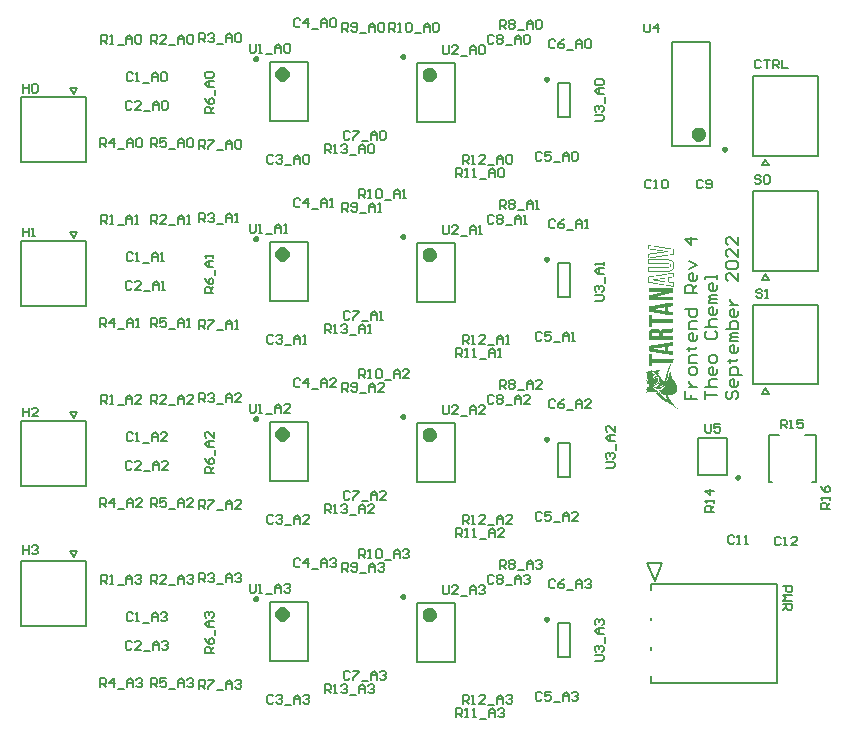
<source format=gbr>
%FSTAX23Y23*%
%MOIN*%
%SFA1B1*%

%IPPOS*%
%ADD35C,0.023622*%
%ADD36C,0.009843*%
%ADD37C,0.007874*%
%ADD38C,0.006000*%
%ADD39C,0.005000*%
%ADD40C,0.008000*%
%LNacoustics_4_legend_top-1*%
%LPD*%
G36*
X0214Y01596D02*
X02141D01*
Y01596*
X02142*
Y01596*
X02143*
Y01595*
X02144*
Y01595*
X02145*
Y01595*
X02146*
Y01595*
X02147*
Y01595*
X02149*
Y01595*
X0215*
Y01594*
X02151*
Y01594*
X02152*
Y01594*
X02153*
Y01594*
X02154*
Y01594*
X02155*
Y01594*
X02156*
Y01593*
X02157*
Y01593*
X02158*
Y01593*
X0216*
Y01593*
X02161*
Y01593*
X02162*
Y01593*
X02163*
Y01592*
X02164*
Y01592*
X02165*
Y01592*
X02166*
Y01592*
X02167*
Y01592*
X02168*
Y01592*
X02169*
Y01591*
X02171*
Y01591*
X02172*
Y01591*
X02173*
Y01591*
X02174*
Y01591*
X02175*
Y01591*
X02176*
Y0159*
X02177*
Y0159*
X02178*
Y0159*
X02179*
Y0159*
X0218*
Y0159*
X02182*
Y0159*
X02183*
Y01589*
X02184*
Y01589*
X02185*
Y01589*
X02186*
Y01589*
X02187*
Y01589*
X02188*
Y01589*
X02189*
Y01588*
X0219*
Y01588*
X02191*
Y01588*
X02192*
Y01588*
X02193*
Y01588*
X02195*
Y01588*
X02196*
Y01587*
X02197*
Y01587*
X02198*
Y01587*
X02199*
Y01587*
X022*
Y01587*
X02201*
Y01587*
X02202*
Y01586*
X02203*
Y01586*
X02204*
Y01586*
X02206*
Y01586*
X02207*
Y01586*
X02208*
Y01586*
X02209*
Y01585*
X0221*
Y01585*
X02211*
Y01585*
X02212*
Y01585*
X02213*
Y01585*
X02214*
Y01585*
X02215*
Y01584*
X02217*
Y01584*
X02218*
Y01584*
X02219*
Y01584*
X0222*
Y01584*
X02221*
Y01584*
X02222*
Y01583*
X02223*
Y01583*
X02224*
Y01583*
X02225*
Y01564*
X02225*
Y01563*
X02224*
Y01563*
X02222*
Y01563*
X02221*
Y01563*
X0222*
Y01563*
X02219*
Y01563*
X02218*
Y01562*
X02217*
Y01562*
X02216*
Y01562*
X02215*
Y01562*
X02214*
Y01562*
X02213*
Y01562*
X02211*
Y01561*
X0221*
Y01561*
X02209*
Y01561*
X02208*
Y01561*
X02207*
Y01561*
X02206*
Y01561*
X02205*
Y0156*
X02204*
Y0156*
X02203*
Y0156*
X02202*
Y0156*
X022*
Y0156*
X02199*
Y0156*
X02198*
Y01559*
X02197*
Y01559*
X02196*
Y01559*
X02195*
Y01559*
X02194*
Y01559*
X02193*
Y01559*
X02192*
Y01558*
X02191*
Y01558*
X0219*
Y01558*
X02189*
Y01558*
X02187*
Y01558*
X02186*
Y01558*
X02185*
Y01557*
X02184*
Y01557*
X02183*
Y01557*
X02182*
Y01557*
X02181*
Y01557*
X0218*
Y01557*
X02179*
Y01556*
X02178*
Y01556*
X02176*
Y01556*
X02175*
Y01556*
X02174*
Y01556*
X02173*
Y01556*
X02172*
Y01555*
X02171*
Y01555*
X0217*
Y01555*
X02169*
Y01555*
X02168*
Y01555*
X02167*
Y01555*
X02165*
Y01554*
X02164*
Y01554*
X02163*
Y01554*
X02162*
Y01554*
X02161*
Y01554*
X0216*
Y01554*
X02159*
Y01553*
X02158*
Y01553*
X02157*
Y01553*
X02156*
Y01553*
X02154*
Y01553*
X02153*
Y01553*
X02152*
Y01552*
X02151*
Y01552*
X0215*
Y01552*
X02149*
Y01552*
X02148*
Y01552*
X02147*
Y01552*
X02146*
Y01551*
X02145*
Y01551*
X02143*
Y01551*
X02142*
Y01551*
X02141*
Y01551*
X0214*
Y01551*
X02139*
Y01566*
X0214*
Y01567*
X02141*
Y01567*
X02142*
Y01567*
X02143*
Y01567*
X02145*
Y01567*
X02146*
Y01567*
X02147*
Y01568*
X02148*
Y01568*
X0215*
Y01568*
X02151*
Y01568*
X02152*
Y01568*
X02153*
Y01568*
X02155*
Y01569*
X02156*
Y01569*
X02157*
Y01569*
X02158*
Y01569*
X0216*
Y01569*
X02161*
Y01569*
X02162*
Y0157*
X02163*
Y0157*
X02165*
Y0157*
X02166*
Y0157*
X02167*
Y0157*
X02168*
Y0157*
X0217*
Y01571*
X02171*
Y01571*
X02172*
Y01571*
X02173*
Y01571*
X02175*
Y01571*
X02176*
Y01571*
X02177*
Y01572*
X02179*
Y01572*
X0218*
Y01572*
X02181*
Y01572*
X02182*
Y01572*
X02184*
Y01572*
X02185*
Y01573*
X02186*
Y01573*
X02187*
Y01573*
X02189*
Y01573*
X0219*
Y01573*
X02191*
Y01573*
X02192*
Y01574*
X02193*
Y01574*
X02195*
Y01574*
X02194*
Y01574*
X02193*
Y01574*
X02192*
Y01574*
X02191*
Y01575*
X02189*
Y01575*
X02188*
Y01575*
X02187*
Y01575*
X02186*
Y01575*
X02184*
Y01575*
X02183*
Y01576*
X02182*
Y01576*
X02181*
Y01576*
X02179*
Y01576*
X02178*
Y01576*
X02177*
Y01576*
X02176*
Y01577*
X02174*
Y01577*
X02173*
Y01577*
X02172*
Y01577*
X02171*
Y01577*
X02169*
Y01577*
X02168*
Y01578*
X02167*
Y01578*
X02166*
Y01578*
X02164*
Y01578*
X02163*
Y01578*
X02162*
Y01578*
X02161*
Y01579*
X02159*
Y01579*
X02158*
Y01579*
X02157*
Y01579*
X02156*
Y01579*
X02154*
Y01579*
X02153*
Y0158*
X02152*
Y0158*
X02151*
Y0158*
X02149*
Y0158*
X02148*
Y0158*
X02147*
Y0158*
X02146*
Y01581*
X02144*
Y01581*
X02143*
Y01581*
X02142*
Y01581*
X0214*
Y01581*
X02139*
Y01596*
X0214*
Y01596*
G37*
G36*
X02206Y01548D02*
X02208D01*
Y01547*
X02209*
Y01547*
X0221*
Y01547*
X02211*
Y01547*
X02212*
Y01547*
X02212*
Y01547*
X02213*
Y01546*
X02213*
Y01546*
X02214*
Y01546*
X02214*
Y01546*
X02215*
Y01546*
X02215*
Y01546*
X02215*
Y01546*
X02216*
Y01545*
X02216*
Y01545*
X02216*
Y01545*
X02217*
Y01545*
X02217*
Y01545*
X02217*
Y01545*
X02218*
Y01544*
X02218*
Y01544*
X02218*
Y01544*
X02218*
Y01544*
X02219*
Y01544*
X02219*
Y01544*
X02219*
Y01543*
X02219*
Y01543*
X02219*
Y01543*
X0222*
Y01543*
X0222*
Y01543*
X0222*
Y01543*
X0222*
Y01542*
X0222*
Y01542*
X02221*
Y01542*
X02221*
Y01542*
X02221*
Y01542*
X02221*
Y01541*
X02221*
Y01541*
X02221*
Y01541*
X02222*
Y01541*
X02222*
Y01541*
X02222*
Y0154*
X02222*
Y0154*
X02222*
Y0154*
X02222*
Y0154*
X02223*
Y0154*
X02223*
Y01539*
X02223*
Y01539*
X02223*
Y01539*
X02223*
Y01538*
X02223*
Y01538*
X02224*
Y01538*
X02224*
Y01537*
X02224*
Y01537*
X02224*
Y01537*
X02224*
Y01536*
X02224*
Y01536*
X02225*
Y01535*
X02225*
Y01535*
X02225*
Y01534*
X02225*
Y01534*
X02225*
Y01533*
X02225*
Y01532*
X02226*
Y01531*
X02226*
Y01528*
X02226*
Y01526*
X02226*
Y01524*
X02226*
Y01523*
X02225*
Y01522*
X02225*
Y01521*
X02225*
Y0152*
X02225*
Y0152*
X02225*
Y01519*
X02225*
Y01519*
X02224*
Y01518*
X02224*
Y01518*
X02224*
Y01517*
X02224*
Y01517*
X02224*
Y01517*
X02224*
Y01516*
X02223*
Y01516*
X02223*
Y01516*
X02223*
Y01515*
X02223*
Y01515*
X02223*
Y01515*
X02223*
Y01515*
X02222*
Y01514*
X02222*
Y01514*
X02222*
Y01514*
X02222*
Y01514*
X02222*
Y01513*
X02222*
Y01513*
X02221*
Y01513*
X02221*
Y01513*
X02221*
Y01513*
X02221*
Y01513*
X02221*
Y01512*
X02221*
Y01512*
X0222*
Y01512*
X0222*
Y01512*
X0222*
Y01512*
X0222*
Y01512*
X0222*
Y01511*
X0222*
Y01511*
X02219*
Y01511*
X02219*
Y01511*
X02219*
Y01511*
X02219*
Y01511*
X02219*
Y0151*
X02218*
Y0151*
X02218*
Y0151*
X02218*
Y0151*
X02218*
Y0151*
X02217*
Y0151*
X02217*
Y01509*
X02217*
Y01509*
X02216*
Y01509*
X02216*
Y01509*
X02216*
Y01509*
X02215*
Y01509*
X02215*
Y01508*
X02215*
Y01508*
X02214*
Y01508*
X02214*
Y01508*
X02213*
Y01508*
X02213*
Y01508*
X02212*
Y01507*
X02211*
Y01507*
X02211*
Y01507*
X0221*
Y01507*
X02209*
Y01507*
X02208*
Y01507*
X02206*
Y01506*
X02139*
Y01522*
X02207*
Y01522*
X02208*
Y01523*
X02208*
Y01523*
X02209*
Y01523*
X02209*
Y01523*
X02209*
Y01523*
X0221*
Y01523*
X0221*
Y01524*
X0221*
Y01524*
X0221*
Y01524*
X0221*
Y01524*
X0221*
Y01524*
X02211*
Y01525*
X02211*
Y01525*
X02211*
Y01525*
X02211*
Y01526*
X02211*
Y01529*
X02211*
Y0153*
X02211*
Y0153*
X02211*
Y0153*
X02211*
Y01531*
X0221*
Y01531*
X0221*
Y01531*
X0221*
Y01531*
X0221*
Y01531*
X0221*
Y01532*
X02209*
Y01532*
X02209*
Y01532*
X02209*
Y01532*
X02208*
Y01532*
X02208*
Y01532*
X02207*
Y01533*
X02139*
Y01548*
X02206*
Y01548*
G37*
G36*
X02225Y01488D02*
X02224D01*
Y01488*
X02223*
Y01488*
X02222*
Y01488*
X0222*
Y01487*
X02219*
Y01487*
X02218*
Y01487*
X02217*
Y01487*
X02216*
Y01487*
X02215*
Y01487*
X02214*
Y01486*
X02212*
Y01486*
X02211*
Y01486*
X0221*
Y01486*
X02209*
Y01486*
X02209*
Y01473*
X02209*
Y01473*
X0221*
Y01473*
X02211*
Y01473*
X02212*
Y01473*
X02213*
Y01473*
X02214*
Y01472*
X02216*
Y01472*
X02217*
Y01472*
X02218*
Y01472*
X02219*
Y01472*
X0222*
Y01472*
X02221*
Y01471*
X02222*
Y01471*
X02224*
Y01471*
X02225*
Y01471*
X02225*
Y01456*
X02224*
Y01456*
X02223*
Y01457*
X02222*
Y01457*
X02221*
Y01457*
X02219*
Y01457*
X02218*
Y01457*
X02217*
Y01457*
X02216*
Y01458*
X02215*
Y01458*
X02214*
Y01458*
X02213*
Y01458*
X02212*
Y01458*
X02211*
Y01458*
X0221*
Y01459*
X02209*
Y01459*
X02208*
Y01459*
X02207*
Y01459*
X02206*
Y01459*
X02205*
Y01459*
X02204*
Y0146*
X02203*
Y0146*
X02202*
Y0146*
X02201*
Y0146*
X022*
Y0146*
X02199*
Y0146*
X02198*
Y01461*
X02197*
Y01461*
X02196*
Y01461*
X02195*
Y01461*
X02194*
Y01461*
X02193*
Y01461*
X02192*
Y01462*
X02191*
Y01462*
X0219*
Y01462*
X02189*
Y01462*
X02188*
Y01462*
X02187*
Y01462*
X02186*
Y01463*
X02185*
Y01463*
X02184*
Y01463*
X02183*
Y01463*
X02182*
Y01463*
X02181*
Y01463*
X0218*
Y01464*
X02179*
Y01464*
X02178*
Y01464*
X02177*
Y01464*
X02176*
Y01464*
X02175*
Y01464*
X02174*
Y01465*
X02173*
Y01465*
X02172*
Y01465*
X02171*
Y01465*
X0217*
Y01465*
X02168*
Y01465*
X02167*
Y01466*
X02166*
Y01466*
X02165*
Y01466*
X02164*
Y01466*
X02163*
Y01466*
X02162*
Y01466*
X02161*
Y01467*
X0216*
Y01467*
X02159*
Y01467*
X02158*
Y01467*
X02157*
Y01467*
X02156*
Y01467*
X02155*
Y01468*
X02154*
Y01468*
X02153*
Y01468*
X02152*
Y01468*
X02151*
Y01468*
X0215*
Y01468*
X02149*
Y01469*
X02148*
Y01469*
X02147*
Y01469*
X02146*
Y01469*
X02145*
Y01469*
X02144*
Y01469*
X02143*
Y0147*
X02142*
Y0147*
X02141*
Y0147*
X0214*
Y0147*
X02139*
Y0149*
X0214*
Y0149*
X02141*
Y0149*
X02143*
Y01491*
X02144*
Y01491*
X02145*
Y01491*
X02146*
Y01491*
X02147*
Y01491*
X02148*
Y01491*
X02149*
Y01492*
X0215*
Y01492*
X02151*
Y01492*
X02152*
Y01492*
X02153*
Y01492*
X02154*
Y01492*
X02155*
Y01493*
X02156*
Y01493*
X02157*
Y01493*
X02158*
Y01493*
X02159*
Y01493*
X0216*
Y01493*
X02161*
Y01494*
X02162*
Y01494*
X02163*
Y01494*
X02164*
Y01494*
X02165*
Y01494*
X02166*
Y01494*
X02167*
Y01495*
X02168*
Y01495*
X02169*
Y01495*
X0217*
Y01495*
X02171*
Y01495*
X02172*
Y01495*
X02173*
Y01496*
X02174*
Y01496*
X02175*
Y01496*
X02176*
Y01496*
X02177*
Y01496*
X02178*
Y01496*
X02179*
Y01497*
X0218*
Y01497*
X02181*
Y01497*
X02182*
Y01497*
X02183*
Y01497*
X02184*
Y01497*
X02185*
Y01498*
X02187*
Y01498*
X02188*
Y01498*
X02189*
Y01498*
X0219*
Y01498*
X0219*
Y01498*
X02191*
Y01499*
X02192*
Y01499*
X02194*
Y01499*
X02195*
Y01499*
X02196*
Y01499*
X02197*
Y01499*
X02198*
Y015*
X02199*
Y015*
X022*
Y015*
X02201*
Y015*
X02202*
Y015*
X02203*
Y015*
X02204*
Y01501*
X02205*
Y01501*
X02206*
Y01501*
X02207*
Y01501*
X02208*
Y01501*
X02209*
Y01501*
X0221*
Y01502*
X02211*
Y01502*
X02212*
Y01502*
X02213*
Y01502*
X02214*
Y01502*
X02215*
Y01502*
X02216*
Y01503*
X02217*
Y01503*
X02218*
Y01503*
X02219*
Y01503*
X0222*
Y01503*
X02221*
Y01503*
X02222*
Y01504*
X02223*
Y01504*
X02224*
Y01504*
X02225*
Y01488*
G37*
G36*
X02223Y01451D02*
X02223D01*
Y01438*
X02223*
Y01438*
X02223*
Y01438*
X02222*
Y01438*
X02221*
Y01438*
X02221*
Y01437*
X0222*
Y01437*
X02219*
Y01437*
X02219*
Y01437*
X02218*
Y01437*
X02218*
Y01437*
X02217*
Y01436*
X02216*
Y01436*
X02216*
Y01436*
X02215*
Y01436*
X02214*
Y01436*
X02214*
Y01436*
X02213*
Y01435*
X02212*
Y01435*
X02212*
Y01435*
X02211*
Y01435*
X0221*
Y01435*
X0221*
Y01435*
X02209*
Y01434*
X02209*
Y01434*
X02208*
Y01434*
X02207*
Y01434*
X02207*
Y01434*
X02206*
Y01434*
X02205*
Y01433*
X02205*
Y01433*
X02204*
Y01433*
X02203*
Y01433*
X02203*
Y01433*
X02202*
Y01433*
X02201*
Y01432*
X02201*
Y01432*
X022*
Y01432*
X02199*
Y01432*
X02199*
Y01432*
X02198*
Y01432*
X02198*
Y01431*
X02197*
Y01431*
X02196*
Y01431*
X02196*
Y01431*
X02195*
Y01431*
X02194*
Y01431*
X02194*
Y0143*
X02193*
Y0143*
X02192*
Y0143*
X02192*
Y0143*
X02191*
Y0143*
X0219*
Y0143*
X0219*
Y01429*
X02189*
Y01429*
X02189*
Y01429*
X02188*
Y01429*
X02187*
Y01429*
X02187*
Y01429*
X02186*
Y01428*
X02185*
Y01428*
X02185*
Y01428*
X02184*
Y01428*
X02184*
Y01428*
X02183*
Y01428*
X02182*
Y01427*
X02182*
Y01427*
X02181*
Y01427*
X0218*
Y01427*
X0218*
Y01427*
X02179*
Y01427*
X02178*
Y01426*
X02178*
Y01426*
X02177*
Y01426*
X02176*
Y01426*
X02176*
Y01426*
X02175*
Y01426*
X02174*
Y01425*
X02174*
Y01425*
X02173*
Y01425*
X02173*
Y01425*
X02172*
Y01425*
X02171*
Y01425*
X02171*
Y01424*
X0217*
Y01424*
X02169*
Y01424*
X02169*
Y01424*
X02168*
Y01424*
X02167*
Y01424*
X02167*
Y01423*
X02166*
Y01423*
X02165*
Y01423*
X02165*
Y01423*
X02164*
Y01423*
X02164*
Y01423*
X02163*
Y01422*
X02223*
Y01422*
X02223*
Y01411*
X02223*
Y01411*
X02141*
Y01427*
X02141*
Y01427*
X02142*
Y01427*
X02142*
Y01428*
X02143*
Y01428*
X02144*
Y01428*
X02144*
Y01428*
X02145*
Y01428*
X02146*
Y01428*
X02146*
Y01429*
X02147*
Y01429*
X02148*
Y01429*
X02148*
Y01429*
X02149*
Y01429*
X0215*
Y01429*
X0215*
Y0143*
X02151*
Y0143*
X02151*
Y0143*
X02152*
Y0143*
X02153*
Y0143*
X02153*
Y0143*
X02154*
Y01431*
X02155*
Y01431*
X02155*
Y01431*
X02156*
Y01431*
X02157*
Y01431*
X02157*
Y01431*
X02158*
Y01432*
X02159*
Y01432*
X02159*
Y01432*
X0216*
Y01432*
X02161*
Y01432*
X02161*
Y01432*
X02162*
Y01433*
X02163*
Y01433*
X02163*
Y01433*
X02164*
Y01433*
X02165*
Y01433*
X02165*
Y01433*
X02166*
Y01434*
X02166*
Y01434*
X02167*
Y01434*
X02168*
Y01434*
X02168*
Y01434*
X02169*
Y01434*
X0217*
Y01435*
X0217*
Y01435*
X02171*
Y01435*
X02172*
Y01435*
X02172*
Y01435*
X02173*
Y01435*
X02174*
Y01436*
X02174*
Y01436*
X02175*
Y01436*
X02176*
Y01436*
X02176*
Y01436*
X02177*
Y01436*
X02178*
Y01437*
X02178*
Y01437*
X02179*
Y01437*
X0218*
Y01437*
X0218*
Y01437*
X02181*
Y01437*
X02181*
Y01438*
X02182*
Y01438*
X02183*
Y01438*
X02183*
Y01438*
X02184*
Y01438*
X02185*
Y01438*
X02185*
Y01439*
X02186*
Y01439*
X02187*
Y01439*
X02187*
Y01439*
X02188*
Y01439*
X02189*
Y01439*
X02189*
Y0144*
X0219*
Y0144*
X0219*
Y0144*
X02141*
Y01452*
X02223*
Y01451*
G37*
G36*
Y01405D02*
X02223D01*
Y01392*
X02223*
Y01392*
X02222*
Y01391*
X02221*
Y01391*
X0222*
Y01391*
X02219*
Y01391*
X02217*
Y01391*
X02216*
Y01391*
X02215*
Y0139*
X02214*
Y0139*
X02213*
Y0139*
X02212*
Y0139*
X0221*
Y0139*
X02209*
Y0139*
X02208*
Y01389*
X02207*
Y01375*
X02208*
Y01374*
X02209*
Y01374*
X0221*
Y01374*
X02211*
Y01374*
X02213*
Y01374*
X02214*
Y01374*
X02215*
Y01373*
X02216*
Y01373*
X02217*
Y01373*
X02218*
Y01373*
X02219*
Y01373*
X02221*
Y01373*
X02222*
Y01372*
X02223*
Y01372*
X02223*
Y0136*
X02222*
Y0136*
X02221*
Y01361*
X0222*
Y01361*
X02219*
Y01361*
X02218*
Y01361*
X02217*
Y01361*
X02216*
Y01361*
X02215*
Y01362*
X02214*
Y01362*
X02213*
Y01362*
X02212*
Y01362*
X02211*
Y01362*
X0221*
Y01362*
X02209*
Y01363*
X02208*
Y01363*
X02207*
Y01363*
X02206*
Y01363*
X02205*
Y01363*
X02204*
Y01363*
X02203*
Y01364*
X02202*
Y01364*
X02201*
Y01364*
X022*
Y01364*
X02199*
Y01364*
X02198*
Y01364*
X02197*
Y01365*
X02196*
Y01365*
X02195*
Y01365*
X02194*
Y01365*
X02193*
Y01365*
X02192*
Y01365*
X02191*
Y01366*
X0219*
Y01366*
X02189*
Y01366*
X02188*
Y01366*
X02187*
Y01366*
X02186*
Y01366*
X02185*
Y01367*
X02184*
Y01367*
X02183*
Y01367*
X02181*
Y01367*
X0218*
Y01367*
X02179*
Y01367*
X02178*
Y01368*
X02177*
Y01368*
X02176*
Y01368*
X02175*
Y01368*
X02174*
Y01368*
X02173*
Y01368*
X02172*
Y01369*
X02171*
Y01369*
X0217*
Y01369*
X02169*
Y01369*
X02168*
Y01369*
X02167*
Y01369*
X02166*
Y0137*
X02165*
Y0137*
X02164*
Y0137*
X02163*
Y0137*
X02162*
Y0137*
X02161*
Y0137*
X0216*
Y01371*
X02159*
Y01371*
X02158*
Y01371*
X02157*
Y01371*
X02156*
Y01371*
X02155*
Y01371*
X02154*
Y01372*
X02153*
Y01372*
X02152*
Y01372*
X02151*
Y01372*
X0215*
Y01372*
X02149*
Y01372*
X02148*
Y01373*
X02147*
Y01373*
X02146*
Y01373*
X02145*
Y01373*
X02144*
Y01373*
X02143*
Y01373*
X02142*
Y01374*
X02141*
Y01391*
X02141*
Y01391*
X02142*
Y01392*
X02143*
Y01392*
X02144*
Y01392*
X02145*
Y01392*
X02146*
Y01392*
X02147*
Y01392*
X02148*
Y01393*
X02149*
Y01393*
X0215*
Y01393*
X02151*
Y01393*
X02152*
Y01393*
X02153*
Y01393*
X02154*
Y01394*
X02155*
Y01394*
X02156*
Y01394*
X02158*
Y01394*
X02159*
Y01394*
X0216*
Y01394*
X02161*
Y01395*
X02162*
Y01395*
X02163*
Y01395*
X02164*
Y01395*
X02165*
Y01395*
X02166*
Y01395*
X02167*
Y01396*
X02168*
Y01396*
X02169*
Y01396*
X0217*
Y01396*
X02171*
Y01396*
X02172*
Y01396*
X02173*
Y01397*
X02174*
Y01397*
X02175*
Y01397*
X02176*
Y01397*
X02177*
Y01397*
X02178*
Y01397*
X02179*
Y01398*
X0218*
Y01398*
X02181*
Y01398*
X02182*
Y01398*
X02183*
Y01398*
X02184*
Y01398*
X02185*
Y01399*
X02186*
Y01399*
X02187*
Y01399*
X02188*
Y01399*
X02189*
Y01399*
X0219*
Y01399*
X02191*
Y014*
X02192*
Y014*
X02193*
Y014*
X02194*
Y014*
X02195*
Y014*
X02196*
Y014*
X02197*
Y01401*
X02198*
Y01401*
X02199*
Y01401*
X022*
Y01401*
X02201*
Y01401*
X02202*
Y01401*
X02203*
Y01402*
X02204*
Y01402*
X02205*
Y01402*
X02206*
Y01402*
X02207*
Y01402*
X02209*
Y01402*
X0221*
Y01403*
X02211*
Y01403*
X02212*
Y01403*
X02213*
Y01403*
X02214*
Y01403*
X02215*
Y01403*
X02216*
Y01404*
X02217*
Y01404*
X02218*
Y01404*
X02219*
Y01404*
X0222*
Y01404*
X02221*
Y01404*
X02222*
Y01405*
X02223*
Y01405*
X02223*
Y01405*
G37*
G36*
X02153Y01363D02*
X02153D01*
Y01349*
X02223*
Y01336*
X02153*
Y01323*
X02153*
Y01323*
X02141*
Y01341*
Y01341*
Y01363*
X02141*
Y01363*
X02153*
Y01363*
G37*
G36*
X02223Y01306D02*
X02223D01*
Y01305*
X02223*
Y01305*
X02222*
Y01305*
X02222*
Y01305*
X02221*
Y01305*
X0222*
Y01305*
X02219*
Y01304*
X02215*
Y01304*
X02195*
Y01304*
X02194*
Y01304*
X02193*
Y01304*
X02192*
Y01304*
X02192*
Y01303*
X02192*
Y01303*
X02191*
Y01303*
X02191*
Y01303*
X02191*
Y01303*
X0219*
Y01303*
X0219*
Y01302*
X0219*
Y01302*
X0219*
Y01302*
X0219*
Y01302*
X0219*
Y01302*
X02189*
Y01301*
X02189*
Y01301*
X02189*
Y01301*
X02189*
Y01301*
X02189*
Y013*
X02189*
Y013*
X02188*
Y01299*
X02188*
Y01298*
X02188*
Y01292*
X02223*
Y01279*
X02141*
Y013*
X02141*
Y01302*
X02141*
Y01303*
X02141*
Y01304*
X02141*
Y01305*
X02142*
Y01306*
X02142*
Y01306*
X02142*
Y01307*
X02142*
Y01307*
X02142*
Y01308*
X02142*
Y01308*
X02143*
Y01308*
X02143*
Y01309*
X02143*
Y01309*
X02143*
Y0131*
X02143*
Y0131*
X02143*
Y0131*
X02144*
Y0131*
X02144*
Y01311*
X02144*
Y01311*
X02144*
Y01311*
X02144*
Y01311*
X02144*
Y01312*
X02145*
Y01312*
X02145*
Y01312*
X02145*
Y01312*
X02145*
Y01312*
X02145*
Y01312*
X02145*
Y01313*
X02146*
Y01313*
X02146*
Y01313*
X02146*
Y01313*
X02146*
Y01313*
X02146*
Y01313*
X02146*
Y01314*
X02147*
Y01314*
X02147*
Y01314*
X02147*
Y01314*
X02147*
Y01314*
X02148*
Y01314*
X02148*
Y01315*
X02148*
Y01315*
X02148*
Y01315*
X02149*
Y01315*
X02149*
Y01315*
X02149*
Y01315*
X0215*
Y01316*
X0215*
Y01316*
X02151*
Y01316*
X02151*
Y01316*
X02152*
Y01316*
X02152*
Y01316*
X02153*
Y01317*
X02153*
Y01317*
X02154*
Y01317*
X02155*
Y01317*
X02157*
Y01317*
X02168*
Y01317*
X02169*
Y01317*
X0217*
Y01317*
X02171*
Y01317*
X02172*
Y01316*
X02172*
Y01316*
X02173*
Y01316*
X02173*
Y01316*
X02174*
Y01316*
X02174*
Y01316*
X02175*
Y01315*
X02175*
Y01315*
X02175*
Y01315*
X02176*
Y01315*
X02176*
Y01315*
X02176*
Y01315*
X02177*
Y01314*
X02177*
Y01314*
X02177*
Y01314*
X02177*
Y01314*
X02177*
Y01314*
X02178*
Y01314*
X02178*
Y01313*
X02178*
Y01313*
X02178*
Y01313*
X02178*
Y01313*
X02179*
Y01313*
X02179*
Y01313*
X02179*
Y01312*
X02179*
Y01312*
X02179*
Y01312*
X02179*
Y01312*
X0218*
Y01312*
X0218*
Y01311*
X0218*
Y01311*
X0218*
Y01311*
X0218*
Y01311*
X0218*
Y0131*
X02181*
Y0131*
X02181*
Y0131*
X02181*
Y01309*
X02181*
Y01309*
X02181*
Y01309*
X02181*
Y01309*
X02182*
Y01309*
X02182*
Y0131*
X02182*
Y0131*
X02182*
Y01311*
X02182*
Y01311*
X02182*
Y01311*
X02183*
Y01312*
X02183*
Y01312*
X02183*
Y01312*
X02183*
Y01312*
X02183*
Y01312*
X02183*
Y01313*
X02184*
Y01313*
X02184*
Y01313*
X02184*
Y01313*
X02184*
Y01313*
X02184*
Y01314*
X02185*
Y01314*
X02185*
Y01314*
X02185*
Y01314*
X02185*
Y01314*
X02185*
Y01314*
X02186*
Y01315*
X02186*
Y01315*
X02186*
Y01315*
X02186*
Y01315*
X02187*
Y01315*
X02187*
Y01315*
X02187*
Y01316*
X02188*
Y01316*
X02188*
Y01316*
X02189*
Y01316*
X02189*
Y01316*
X0219*
Y01316*
X0219*
Y01317*
X02191*
Y01317*
X02192*
Y01317*
X02193*
Y01317*
X02194*
Y01317*
X02196*
Y01317*
X02218*
Y01318*
X02219*
Y01318*
X0222*
Y01318*
X02221*
Y01318*
X02222*
Y01318*
X02222*
Y01318*
X02223*
Y01319*
X02223*
Y01319*
X02223*
Y01306*
G37*
G36*
X02329Y01258D02*
X02329D01*
Y01259*
X02329*
Y01258*
G37*
G36*
X02329Y01258D02*
X02329D01*
Y01258*
X02329*
Y01258*
G37*
G36*
X02329Y01258D02*
X02329D01*
Y01258*
X02329*
Y01258*
G37*
G36*
X02329Y01258D02*
X02329D01*
Y01258*
X02329*
Y01258*
G37*
G36*
X02329Y01258D02*
X02328D01*
Y01258*
X02329*
Y01258*
G37*
G36*
X02328Y01257D02*
X02328D01*
Y01258*
X02328*
Y01257*
G37*
G36*
X02328Y01257D02*
X02328D01*
Y01257*
X02328*
Y01257*
G37*
G36*
X02328Y01257D02*
X02328D01*
Y01257*
X02328*
Y01257*
G37*
G36*
X02328Y01257D02*
X02328D01*
Y01257*
X02328*
Y01257*
G37*
G36*
X02223Y0126D02*
X02223D01*
Y0126*
X02222*
Y01259*
X02221*
Y01259*
X0222*
Y01259*
X02219*
Y01259*
X02218*
Y01259*
X02217*
Y01259*
X02215*
Y01258*
X02214*
Y01258*
X02213*
Y01258*
X02212*
Y01258*
X02211*
Y01258*
X0221*
Y01258*
X02209*
Y01257*
X02207*
Y01257*
X02207*
Y01243*
X02208*
Y01242*
X02209*
Y01242*
X0221*
Y01242*
X02211*
Y01242*
X02212*
Y01242*
X02213*
Y01242*
X02215*
Y01241*
X02216*
Y01241*
X02217*
Y01241*
X02218*
Y01241*
X02219*
Y01241*
X0222*
Y01241*
X02221*
Y0124*
X02223*
Y0124*
X02223*
Y0124*
X02223*
Y01228*
X02223*
Y01228*
X02223*
Y01228*
X02222*
Y01228*
X02221*
Y01229*
X0222*
Y01229*
X02219*
Y01229*
X02218*
Y01229*
X02217*
Y01229*
X02216*
Y01229*
X02215*
Y0123*
X02214*
Y0123*
X02213*
Y0123*
X02212*
Y0123*
X02211*
Y0123*
X0221*
Y0123*
X02209*
Y01231*
X02208*
Y01231*
X02207*
Y01231*
X02206*
Y01231*
X02205*
Y01231*
X02203*
Y01231*
X02202*
Y01232*
X02201*
Y01232*
X022*
Y01232*
X02199*
Y01232*
X02198*
Y01232*
X02197*
Y01232*
X02196*
Y01233*
X02195*
Y01233*
X02194*
Y01233*
X02193*
Y01233*
X02192*
Y01233*
X02191*
Y01233*
X0219*
Y01234*
X02189*
Y01234*
X02188*
Y01234*
X02187*
Y01234*
X02186*
Y01234*
X02185*
Y01234*
X02184*
Y01235*
X02183*
Y01235*
X02182*
Y01235*
X02181*
Y01235*
X0218*
Y01235*
X02179*
Y01235*
X02178*
Y01236*
X02177*
Y01236*
X02176*
Y01236*
X02175*
Y01236*
X02174*
Y01236*
X02173*
Y01236*
X02172*
Y01237*
X02171*
Y01237*
X0217*
Y01237*
X02169*
Y01237*
X02168*
Y01237*
X02167*
Y01237*
X02166*
Y01238*
X02165*
Y01238*
X02164*
Y01238*
X02163*
Y01238*
X02162*
Y01238*
X02161*
Y01238*
X0216*
Y01239*
X02159*
Y01239*
X02158*
Y01239*
X02157*
Y01239*
X02156*
Y01239*
X02155*
Y01239*
X02154*
Y0124*
X02152*
Y0124*
X02151*
Y0124*
X0215*
Y0124*
X02149*
Y0124*
X02148*
Y0124*
X02147*
Y01241*
X02146*
Y01241*
X02145*
Y01241*
X02144*
Y01241*
X02143*
Y01241*
X02142*
Y01241*
X02141*
Y01242*
X02141*
Y01259*
X02141*
Y01259*
X02143*
Y0126*
X02144*
Y0126*
X02145*
Y0126*
X02146*
Y0126*
X02147*
Y0126*
X02148*
Y0126*
X02149*
Y01261*
X0215*
Y01261*
X02151*
Y01261*
X02152*
Y01261*
X02153*
Y01261*
X02154*
Y01261*
X02155*
Y01262*
X02156*
Y01262*
X02157*
Y01262*
X02158*
Y01262*
X02159*
Y01262*
X0216*
Y01262*
X02161*
Y01263*
X02162*
Y01263*
X02163*
Y01263*
X02164*
Y01263*
X02165*
Y01263*
X02166*
Y01263*
X02167*
Y01264*
X02168*
Y01264*
X02169*
Y01264*
X0217*
Y01264*
X02171*
Y01264*
X02172*
Y01264*
X02173*
Y01265*
X02174*
Y01265*
X02175*
Y01265*
X02176*
Y01265*
X02177*
Y01265*
X02178*
Y01265*
X02179*
Y01266*
X0218*
Y01266*
X02181*
Y01266*
X02182*
Y01266*
X02183*
Y01266*
X02184*
Y01266*
X02185*
Y01267*
X02187*
Y01267*
X02188*
Y01267*
X02189*
Y01267*
X0219*
Y01267*
X0219*
Y01267*
X02191*
Y01268*
X02192*
Y01268*
X02194*
Y01268*
X02195*
Y01268*
X02196*
Y01268*
X02197*
Y01268*
X02198*
Y01268*
X02199*
Y01269*
X022*
Y01269*
X02201*
Y01269*
X02202*
Y01269*
X02203*
Y01269*
X02204*
Y01269*
X02205*
Y0127*
X02206*
Y0127*
X02207*
Y0127*
X02208*
Y0127*
X02209*
Y0127*
X0221*
Y0127*
X02211*
Y01271*
X02212*
Y01271*
X02213*
Y01271*
X02214*
Y01271*
X02215*
Y01271*
X02216*
Y01271*
X02217*
Y01272*
X02218*
Y01272*
X02219*
Y01272*
X0222*
Y01272*
X02221*
Y01272*
X02222*
Y01272*
X02223*
Y0126*
G37*
G36*
X02226Y01182D02*
X02226D01*
Y01182*
X02226*
Y01182*
G37*
G36*
X02173Y01178D02*
X02175D01*
Y01178*
X02176*
Y01178*
X02177*
Y01178*
X02178*
Y01178*
X02179*
Y01177*
X02179*
Y01177*
X0218*
Y01177*
X0218*
Y01177*
X02181*
Y01177*
X02179*
Y01177*
X02178*
Y01176*
X02178*
Y01176*
X02177*
Y01176*
X02177*
Y01176*
X02177*
Y01176*
X02176*
Y01176*
X02176*
Y01175*
X02176*
Y01175*
X02176*
Y01175*
X02175*
Y01175*
X02175*
Y01175*
X02175*
Y01175*
X02175*
Y01174*
X02175*
Y01174*
X02174*
Y01174*
X02174*
Y01174*
X02174*
Y01174*
X02174*
Y01173*
X02174*
Y01173*
X02174*
Y01173*
X02173*
Y01173*
X02173*
Y01172*
X02173*
Y01172*
X02173*
Y01172*
X02173*
Y01171*
X02173*
Y01171*
X02172*
Y0117*
X02173*
Y0117*
X02174*
Y01171*
X02174*
Y01171*
X02175*
Y01171*
X02175*
Y01171*
X02175*
Y01171*
X02175*
Y01171*
X02176*
Y01172*
X02176*
Y01172*
X02176*
Y01172*
X02176*
Y01172*
X02176*
Y01172*
X02177*
Y01173*
X02177*
Y01173*
X02177*
Y01173*
X02177*
Y01172*
X02177*
Y01172*
X02177*
Y01171*
X02177*
Y01171*
X02176*
Y0117*
X02176*
Y0117*
X02176*
Y01169*
X02176*
Y01169*
X02176*
Y01169*
X02176*
Y01168*
X02175*
Y01168*
X02175*
Y01168*
X02175*
Y01167*
X02175*
Y01167*
X02175*
Y01167*
X02175*
Y01167*
X02174*
Y01166*
X02174*
Y01166*
X02174*
Y01166*
X02174*
Y01166*
X02174*
Y01165*
X02174*
Y01165*
X02173*
Y01165*
X02173*
Y01165*
X02173*
Y01165*
X02173*
Y01164*
X02173*
Y01164*
X02173*
Y01164*
X02172*
Y01164*
X02172*
Y01164*
X02172*
Y01163*
X02172*
Y01163*
X02172*
Y01163*
X02172*
Y01163*
X02171*
Y01163*
X02172*
Y01163*
X02172*
Y01162*
X02172*
Y01162*
X02172*
Y01162*
X02172*
Y01162*
X02173*
Y01162*
X02173*
Y01162*
X02173*
Y01161*
X02173*
Y01161*
X02174*
Y01161*
X02174*
Y01161*
X02174*
Y01161*
X02174*
Y01161*
X02174*
Y0116*
X02175*
Y0116*
X02175*
Y0116*
X02175*
Y0116*
X02175*
Y0116*
X02176*
Y0116*
X02176*
Y01159*
X02176*
Y01159*
X02176*
Y01159*
X02177*
Y01159*
X02177*
Y01159*
X02177*
Y01159*
X02177*
Y01158*
X02177*
Y01158*
X02178*
Y01158*
X02178*
Y01158*
X02178*
Y01158*
X02178*
Y01158*
X02178*
Y01157*
X02179*
Y01157*
X02179*
Y01157*
X02179*
Y01157*
X02179*
Y01157*
X02179*
Y01157*
X02179*
Y01156*
X0218*
Y01156*
X0218*
Y01156*
X0218*
Y01156*
X0218*
Y01156*
X0218*
Y01155*
X0218*
Y01155*
X02181*
Y01155*
X02181*
Y01155*
X02181*
Y01154*
X02181*
Y01154*
X02181*
Y01154*
X02181*
Y01153*
X02182*
Y01153*
X02182*
Y01153*
X02182*
Y01152*
X02182*
Y01152*
X02182*
Y01151*
X02182*
Y0115*
X02183*
Y01149*
X02183*
Y01149*
X02183*
Y01148*
X02183*
Y01148*
X02184*
Y01148*
X02184*
Y01148*
X02184*
Y01148*
X02184*
Y01148*
X02185*
Y01147*
X02185*
Y01147*
X02185*
Y01147*
X02185*
Y01147*
X02186*
Y01147*
X02186*
Y01147*
X02186*
Y01146*
X02187*
Y01146*
X02187*
Y01146*
X02187*
Y01146*
X02187*
Y01146*
X02188*
Y01146*
X02188*
Y01145*
X02188*
Y01145*
X02189*
Y01145*
X02189*
Y01145*
X02189*
Y01145*
X0219*
Y01145*
X0219*
Y01144*
X0219*
Y01144*
X02191*
Y01144*
X02191*
Y01144*
X02191*
Y01144*
X02192*
Y01144*
X02192*
Y01143*
X02192*
Y01143*
X02193*
Y01143*
X02193*
Y01143*
X02194*
Y01143*
X02195*
Y01143*
X02198*
Y01143*
X02198*
Y01143*
X02199*
Y01143*
X02199*
Y01143*
X022*
Y01143*
X022*
Y01144*
X022*
Y01144*
X02201*
Y01144*
X02201*
Y01144*
X02201*
Y01144*
X02201*
Y01144*
X02201*
Y01145*
X02202*
Y01145*
X02202*
Y01144*
X02202*
Y01144*
X02201*
Y01143*
X02201*
Y01143*
X02201*
Y01143*
X02201*
Y01143*
X02202*
Y01143*
X02202*
Y01143*
X02202*
Y01143*
X02202*
Y01144*
X02202*
Y01144*
X02203*
Y01144*
X02203*
Y01144*
X02203*
Y01144*
X02203*
Y01144*
X02203*
Y01145*
X02203*
Y01145*
X02204*
Y01145*
X02204*
Y01145*
X02204*
Y01145*
X02204*
Y01146*
X02204*
Y01146*
X02204*
Y01146*
X02205*
Y01146*
X02205*
Y01147*
X02205*
Y01147*
X02205*
Y01148*
X02205*
Y01147*
X02205*
Y01146*
X02206*
Y01145*
X02205*
Y01144*
X02205*
Y01144*
X02205*
Y01143*
X02205*
Y01143*
X02205*
Y01143*
X02205*
Y01143*
X02205*
Y01143*
X02205*
Y01143*
X02206*
Y01143*
X02206*
Y01144*
X02206*
Y01144*
X02206*
Y01144*
X02206*
Y01144*
X02206*
Y01145*
X02207*
Y01145*
X02207*
Y01146*
X02207*
Y01147*
X02207*
Y01151*
X02207*
Y01154*
X02207*
Y01156*
X02208*
Y01157*
X02208*
Y01158*
X02208*
Y01159*
X02208*
Y0116*
X02208*
Y01161*
X02208*
Y01161*
X02209*
Y01162*
X02209*
Y01163*
X02209*
Y01163*
X02209*
Y01164*
X02209*
Y01164*
X02209*
Y01165*
X0221*
Y01165*
X0221*
Y01166*
X0221*
Y01166*
X0221*
Y01167*
X0221*
Y01167*
X0221*
Y01168*
X02211*
Y01168*
X02211*
Y01168*
X02211*
Y01169*
X02211*
Y01169*
X02211*
Y01169*
X02211*
Y0117*
X02212*
Y0117*
X02212*
Y0117*
X02212*
Y01171*
X02212*
Y01171*
X02212*
Y01171*
X02212*
Y01172*
X02213*
Y01172*
X02213*
Y01172*
X02213*
Y01172*
X02213*
Y01173*
X02213*
Y01173*
X02213*
Y01173*
X02214*
Y01174*
X02214*
Y01174*
X02214*
Y01174*
X02214*
Y01174*
X02214*
Y01175*
X02214*
Y01174*
X02214*
Y01172*
X02214*
Y01166*
X02214*
Y01164*
X02214*
Y01163*
X02215*
Y01162*
X02215*
Y01161*
X02215*
Y01161*
X02215*
Y0116*
X02215*
Y0116*
X02215*
Y01159*
X02216*
Y01159*
X02216*
Y01158*
X02216*
Y01158*
X02216*
Y01162*
X02216*
Y01165*
X02216*
Y01166*
X02217*
Y01168*
X02217*
Y01164*
X02217*
Y01162*
X02217*
Y01161*
X02217*
Y0116*
X02217*
Y01159*
X02218*
Y01158*
X02218*
Y01158*
X02218*
Y01157*
X02218*
Y01156*
X02218*
Y01156*
X02218*
Y01155*
X02219*
Y01155*
X02219*
Y01154*
X02219*
Y01153*
X02219*
Y01153*
X02219*
Y01153*
X02219*
Y01152*
X0222*
Y01152*
X0222*
Y01151*
X0222*
Y01151*
X0222*
Y0115*
X0222*
Y0115*
X0222*
Y0115*
X02221*
Y01149*
X02221*
Y01149*
X02221*
Y01149*
X02221*
Y01148*
X02221*
Y01148*
X02221*
Y01148*
X02222*
Y01148*
X02222*
Y01147*
X02222*
Y01147*
X02222*
Y01147*
X02222*
Y01147*
X02222*
Y01146*
X02223*
Y01146*
X02223*
Y01146*
X02223*
Y01146*
X02223*
Y01146*
X02223*
Y01145*
X02223*
Y01145*
X02224*
Y01145*
X02224*
Y01145*
X02224*
Y01145*
X02224*
Y01144*
X02224*
Y01144*
X02224*
Y01144*
X02225*
Y01144*
X02225*
Y01144*
X02225*
Y01143*
X02225*
Y01143*
X02225*
Y01143*
X02225*
Y01143*
X02226*
Y01143*
X02226*
Y01142*
X02226*
Y01142*
X02226*
Y01142*
X02226*
Y01142*
X02226*
Y01142*
X02227*
Y01141*
X02227*
Y01141*
X02227*
Y01141*
X02227*
Y01141*
X02227*
Y01141*
X02227*
Y01141*
X02228*
Y0114*
X02228*
Y0114*
X02228*
Y0114*
X02228*
Y0114*
X02228*
Y0114*
X02228*
Y01139*
X02229*
Y01139*
X02229*
Y01139*
X02229*
Y01139*
X02229*
Y01139*
X02229*
Y01138*
X02229*
Y01138*
X0223*
Y01138*
X0223*
Y01138*
X0223*
Y01137*
X0223*
Y01137*
X0223*
Y01137*
X0223*
Y01137*
X02231*
Y01136*
X02231*
Y01136*
X02231*
Y01136*
X02231*
Y01135*
X02231*
Y01135*
X02231*
Y01135*
X02232*
Y01134*
X02232*
Y01134*
X02232*
Y01134*
X02232*
Y01133*
X02232*
Y01133*
X02232*
Y01133*
X02233*
Y01132*
X02233*
Y01132*
X02233*
Y01131*
X02233*
Y01131*
X02233*
Y01131*
X02233*
Y0113*
X02234*
Y0113*
X02234*
Y01129*
X02234*
Y01129*
X02234*
Y01128*
X02234*
Y01128*
X02234*
Y01127*
X02235*
Y01126*
X02235*
Y01126*
X02235*
Y01125*
X02235*
Y01124*
X02235*
Y01123*
X02235*
Y01122*
X02236*
Y0112*
X02236*
Y01116*
X02236*
Y01114*
X02235*
Y01113*
X02235*
Y01112*
X02235*
Y01112*
X02235*
Y01111*
X02235*
Y0111*
X02235*
Y0111*
X02234*
Y01109*
X02234*
Y01109*
X02234*
Y01108*
X02234*
Y01108*
X02234*
Y01108*
X02234*
Y01107*
X02233*
Y01107*
X02233*
Y01107*
X02233*
Y01106*
X02233*
Y01106*
X02233*
Y01106*
X02233*
Y01105*
X02232*
Y01105*
X02232*
Y01105*
X02232*
Y01105*
X02232*
Y01104*
X02232*
Y01104*
X02232*
Y01104*
X02231*
Y01104*
X02231*
Y01103*
X02231*
Y01103*
X02231*
Y01103*
X02231*
Y01103*
X02231*
Y01103*
X0223*
Y01103*
X0223*
Y01102*
X0223*
Y01102*
X0223*
Y01102*
X0223*
Y01102*
X0223*
Y01102*
X02229*
Y01102*
X02229*
Y01101*
X02229*
Y01101*
X02229*
Y01101*
X02229*
Y01101*
X02229*
Y01101*
X02228*
Y01101*
X02228*
Y011*
X02228*
Y011*
X02228*
Y011*
X02227*
Y011*
X02227*
Y011*
X02227*
Y011*
X02227*
Y01099*
X02226*
Y01099*
X02226*
Y01099*
X02226*
Y01099*
X02226*
Y01099*
X02225*
Y01099*
X02225*
Y01098*
X02225*
Y01098*
X02224*
Y01098*
X02224*
Y01098*
X02224*
Y01098*
X02223*
Y01098*
X02223*
Y01097*
X02222*
Y01097*
X02222*
Y01097*
X02222*
Y01097*
X02221*
Y01097*
X02221*
Y01097*
X0222*
Y01096*
X02219*
Y01096*
X02219*
Y01096*
X02218*
Y01096*
X02217*
Y01096*
X02216*
Y01096*
X02215*
Y01095*
X02213*
Y01095*
X02214*
Y01095*
X02214*
Y01095*
X02214*
Y01095*
X02214*
Y01094*
X02214*
Y01094*
X02214*
Y01094*
X02214*
Y01095*
X02213*
Y01095*
X02212*
Y01095*
X02211*
Y01095*
X02208*
Y01095*
X02205*
Y01095*
X02202*
Y01095*
X02201*
Y01095*
X02202*
Y01095*
X02202*
Y01095*
X02202*
Y01094*
X02202*
Y01094*
X02202*
Y01094*
X02202*
Y01094*
X02203*
Y01094*
X02203*
Y01094*
X02203*
Y01093*
X02203*
Y01093*
X02204*
Y01093*
X02202*
Y01093*
X02201*
Y01093*
X022*
Y01094*
X022*
Y01094*
X02199*
Y01094*
X02199*
Y01094*
X02199*
Y01094*
X02198*
Y01094*
X02198*
Y01095*
X02198*
Y01095*
X02197*
Y01095*
X02197*
Y01095*
X02197*
Y01095*
X02196*
Y01095*
X02196*
Y01096*
X02196*
Y01096*
X02196*
Y01096*
X02195*
Y01096*
X02195*
Y01096*
X02195*
Y01095*
X02195*
Y01095*
X02195*
Y01095*
X02195*
Y01095*
X02196*
Y01094*
X02196*
Y01094*
X02196*
Y01094*
X02196*
Y01094*
X02196*
Y01094*
X02196*
Y01094*
X02197*
Y01093*
X02197*
Y01093*
X02197*
Y01093*
X02197*
Y01093*
X02197*
Y01093*
X02197*
Y01093*
X02196*
Y01093*
X02196*
Y01093*
X02196*
Y01093*
X02196*
Y01093*
X02195*
Y01094*
X02195*
Y01094*
X02195*
Y01094*
X02195*
Y01094*
X02195*
Y01094*
X02194*
Y01094*
X02194*
Y01095*
X02194*
Y01095*
X02194*
Y01095*
X02194*
Y01095*
X02193*
Y01095*
X02193*
Y01095*
X02193*
Y01096*
X02193*
Y01096*
X02193*
Y01096*
X02192*
Y01096*
X02192*
Y01096*
X02192*
Y01096*
X02192*
Y01097*
X02192*
Y01097*
X02191*
Y01097*
X02191*
Y01097*
X02191*
Y01097*
X02191*
Y01097*
X0219*
Y01098*
X0219*
Y01098*
X0219*
Y01098*
X02189*
Y01098*
X02189*
Y01098*
X02189*
Y01098*
X02188*
Y01099*
X02188*
Y01099*
X02187*
Y01099*
X02187*
Y01099*
X02187*
Y01099*
X02186*
Y01099*
X02186*
Y011*
X02185*
Y011*
X02185*
Y011*
X02184*
Y011*
X02184*
Y011*
X02183*
Y011*
X02183*
Y01101*
X02182*
Y01101*
X02182*
Y01101*
X02182*
Y01101*
X02181*
Y01101*
X02181*
Y01101*
X0218*
Y01102*
X0218*
Y01102*
X0218*
Y01102*
X02179*
Y01102*
X02179*
Y01102*
X02179*
Y01102*
X02178*
Y01103*
X02178*
Y01103*
X02178*
Y01103*
X02177*
Y01103*
X02177*
Y01103*
X02177*
Y01103*
X02176*
Y01104*
X02176*
Y01104*
X02175*
Y01104*
X02175*
Y01104*
X02175*
Y01104*
X02174*
Y01104*
X02174*
Y01105*
X02174*
Y01105*
X02173*
Y01105*
X02173*
Y01105*
X02172*
Y01105*
X02172*
Y01105*
X02172*
Y01106*
X02171*
Y01106*
X02171*
Y01106*
X0217*
Y01106*
X0217*
Y01106*
X02169*
Y01106*
X02169*
Y01107*
X02169*
Y01107*
X02168*
Y01107*
X02168*
Y01106*
X02168*
Y01106*
X02167*
Y01106*
X02167*
Y01106*
X02167*
Y01104*
X02167*
Y01105*
X02167*
Y01105*
X02167*
Y01106*
X02166*
Y01107*
X02167*
Y01107*
X02166*
Y01107*
X02165*
Y01107*
X02165*
Y01106*
X02165*
Y01106*
X02164*
Y01106*
X02164*
Y01106*
X02164*
Y01106*
X02163*
Y01106*
X02163*
Y01105*
X02163*
Y01105*
X02163*
Y01105*
X02163*
Y01105*
X02162*
Y01105*
X02162*
Y01105*
X02162*
Y01104*
X02162*
Y01104*
X02162*
Y01104*
X02162*
Y01104*
X02161*
Y01104*
X02161*
Y01103*
X02161*
Y01103*
X02161*
Y01103*
X02161*
Y01104*
X02161*
Y01105*
X0216*
Y01106*
X0216*
Y01108*
X0216*
Y01108*
X0216*
Y01108*
X0216*
Y01108*
X02159*
Y01107*
X02159*
Y01107*
X02159*
Y01107*
X02159*
Y01107*
X02158*
Y01107*
X02158*
Y01107*
X02158*
Y01106*
X02158*
Y01106*
X02158*
Y01106*
X02157*
Y01106*
X02157*
Y01106*
X02157*
Y01106*
X02157*
Y01105*
X02157*
Y01105*
X02157*
Y01105*
X02156*
Y01105*
X02156*
Y01105*
X02156*
Y01104*
X02156*
Y01105*
X02156*
Y01106*
X02156*
Y01106*
X02156*
Y01107*
X02157*
Y01107*
X02157*
Y01108*
X02157*
Y01108*
X02157*
Y01108*
X02157*
Y01108*
X02156*
Y01108*
X02156*
Y01108*
X02156*
Y01108*
X02156*
Y01108*
X02155*
Y01107*
X02155*
Y01107*
X02155*
Y01107*
X02154*
Y01107*
X02154*
Y01107*
X02153*
Y01107*
X02152*
Y01106*
X02151*
Y01106*
X02149*
Y01106*
X02146*
Y01106*
X02143*
Y01106*
X02141*
Y01106*
X0214*
Y01105*
X02139*
Y01105*
X02138*
Y01105*
X02137*
Y01105*
X02137*
Y01105*
X02136*
Y01105*
X02136*
Y01104*
X02135*
Y01104*
X02135*
Y01104*
X02135*
Y01104*
X02134*
Y01104*
X02134*
Y01104*
X02134*
Y01103*
X02134*
Y01103*
X02133*
Y01103*
X02133*
Y01103*
X02133*
Y01103*
X02133*
Y01103*
X02133*
Y01103*
X02133*
Y01104*
X02133*
Y01104*
X02133*
Y01105*
X02133*
Y01105*
X02133*
Y01106*
X02134*
Y01106*
X02134*
Y01106*
X02134*
Y01107*
X02134*
Y01107*
X02134*
Y01108*
X02134*
Y01108*
X02135*
Y01108*
X02135*
Y01109*
X02135*
Y01109*
X02135*
Y01109*
X02135*
Y0111*
X02135*
Y0111*
X02136*
Y0111*
X02136*
Y0111*
X02136*
Y01111*
X02136*
Y01111*
X02136*
Y01111*
X02136*
Y01111*
X02137*
Y01112*
X02137*
Y01112*
X02137*
Y01112*
X02137*
Y01112*
X02137*
Y01113*
X02137*
Y01113*
X02138*
Y01113*
X02138*
Y01113*
X02138*
Y01114*
X02138*
Y01114*
X02138*
Y01114*
X02138*
Y01114*
X02139*
Y01114*
X02139*
Y01115*
X02139*
Y01115*
X02139*
Y01115*
X02139*
Y01115*
X02139*
Y01115*
X0214*
Y01116*
X0214*
Y01116*
X0214*
Y01116*
X0214*
Y01116*
X0214*
Y01116*
X0214*
Y01116*
X02141*
Y01117*
X02141*
Y01117*
X02141*
Y01117*
X02141*
Y01117*
X02141*
Y01117*
X02141*
Y01118*
X02142*
Y01118*
X02142*
Y01118*
X02142*
Y01118*
X02142*
Y01118*
X02142*
Y01118*
X02142*
Y01119*
X02143*
Y01119*
X02143*
Y01119*
X02143*
Y01119*
X02143*
Y01119*
X02143*
Y01119*
X02144*
Y0112*
X02144*
Y0112*
X02144*
Y0112*
X02144*
Y0112*
X02144*
Y0112*
X02145*
Y0112*
X02145*
Y01121*
X02145*
Y01121*
X02145*
Y01121*
X02145*
Y01121*
X02146*
Y01121*
X02146*
Y01121*
X02146*
Y01122*
X02146*
Y01122*
X02146*
Y01122*
X02147*
Y01122*
X02147*
Y01122*
X02147*
Y01122*
X02147*
Y01123*
X02147*
Y01123*
X02148*
Y01123*
X02148*
Y01123*
X02148*
Y01123*
X02148*
Y01123*
X02149*
Y01124*
X02149*
Y01124*
X02149*
Y01124*
X02149*
Y01124*
X02148*
Y01125*
X02148*
Y01125*
X02148*
Y01125*
X02148*
Y01125*
X02148*
Y01126*
X02148*
Y01126*
X02147*
Y01126*
X02147*
Y01126*
X02147*
Y01127*
X02146*
Y01127*
X02145*
Y01127*
X02144*
Y01127*
X02143*
Y01127*
X02143*
Y01128*
X02143*
Y01128*
X02142*
Y01128*
X02142*
Y01128*
X02141*
Y01128*
X02141*
Y01128*
X02141*
Y01129*
X02141*
Y01129*
X0214*
Y01129*
X0214*
Y01129*
X0214*
Y01129*
X02139*
Y01129*
X02139*
Y0113*
X02139*
Y0113*
X02139*
Y0113*
X02139*
Y0113*
X02138*
Y0113*
X02138*
Y0113*
X02138*
Y0113*
X02138*
Y01131*
X02138*
Y01131*
X02137*
Y01131*
X02137*
Y01131*
X02137*
Y01131*
X02137*
Y01131*
X02137*
Y01132*
X02137*
Y01131*
X02137*
Y01131*
X02138*
Y01131*
X02138*
Y01131*
X02139*
Y01131*
X02139*
Y01131*
X0214*
Y0113*
X02141*
Y01131*
X02141*
Y01131*
X02141*
Y01131*
X02141*
Y01131*
X02141*
Y01132*
X0214*
Y01132*
X0214*
Y01132*
X0214*
Y01132*
X0214*
Y01132*
X0214*
Y01132*
X02139*
Y01133*
X02139*
Y01133*
X02139*
Y01133*
X02139*
Y01133*
X02139*
Y01133*
X02139*
Y01133*
X02138*
Y01134*
X02138*
Y01134*
X02138*
Y01134*
X02138*
Y01134*
X02137*
Y01134*
X02137*
Y01134*
X02137*
Y01135*
X02137*
Y01135*
X02136*
Y01135*
X02136*
Y01135*
X02136*
Y01135*
X02136*
Y01135*
X02137*
Y01136*
X02137*
Y01136*
X02138*
Y01136*
X02139*
Y01136*
X02138*
Y01136*
X02138*
Y01136*
X02138*
Y01137*
X02138*
Y01137*
X02138*
Y01137*
X02137*
Y01137*
X02137*
Y01137*
X02137*
Y01137*
X02137*
Y01138*
X02137*
Y01138*
X02137*
Y01138*
X02136*
Y01138*
X02136*
Y01138*
X02136*
Y01139*
X02136*
Y01139*
X02136*
Y01139*
X02136*
Y01139*
X02135*
Y01139*
X02135*
Y0114*
X02135*
Y0114*
X02135*
Y0114*
X02135*
Y0114*
X02135*
Y01141*
X02134*
Y01141*
X02134*
Y01141*
X02134*
Y01141*
X02134*
Y01142*
X02134*
Y01142*
X02134*
Y01143*
X02133*
Y01143*
X02133*
Y01143*
X02133*
Y01144*
X02133*
Y01145*
X02133*
Y01145*
X02133*
Y01147*
X02132*
Y01148*
X02133*
Y01148*
X02133*
Y01148*
X02133*
Y01147*
X02133*
Y01147*
X02133*
Y01147*
X02133*
Y01147*
X02134*
Y01146*
X02134*
Y01146*
X02134*
Y01146*
X02134*
Y01146*
X02134*
Y01146*
X02134*
Y01145*
X02135*
Y01145*
X02135*
Y01145*
X02135*
Y01145*
X02135*
Y01145*
X02135*
Y01145*
X02135*
Y01144*
X02136*
Y01144*
X02136*
Y01144*
X02136*
Y01144*
X02136*
Y01144*
X02136*
Y01144*
X02137*
Y01143*
X02137*
Y01143*
X02137*
Y01143*
X02137*
Y01143*
X02138*
Y01143*
X02138*
Y01143*
X02139*
Y01143*
X02139*
Y01143*
X02139*
Y01144*
X02139*
Y01144*
X02139*
Y01145*
X02139*
Y01145*
X02138*
Y01145*
X02138*
Y01146*
X02138*
Y01146*
X02138*
Y01147*
X02138*
Y01147*
X02138*
Y01148*
X02137*
Y01148*
X02137*
Y01149*
X02137*
Y01149*
X02137*
Y0115*
X02137*
Y0115*
X02137*
Y01151*
X02136*
Y01152*
X02136*
Y01152*
X02136*
Y01153*
X02136*
Y01154*
X02136*
Y01154*
X02136*
Y01155*
X02135*
Y01156*
X02135*
Y01157*
X02135*
Y01158*
X02135*
Y01159*
X02135*
Y01159*
X02135*
Y0116*
X02134*
Y01161*
X02134*
Y01163*
X02134*
Y01164*
X02134*
Y01165*
X02134*
Y01167*
X02134*
Y01169*
X02133*
Y01171*
X02134*
Y01171*
X02134*
Y01172*
X02134*
Y01172*
X02134*
Y01172*
X02135*
Y01172*
X02135*
Y01172*
X02135*
Y01172*
X02135*
Y01173*
X02135*
Y01173*
X02136*
Y01173*
X02136*
Y01173*
X02136*
Y01173*
X02136*
Y01173*
X02137*
Y01174*
X02137*
Y01174*
X02137*
Y01174*
X02137*
Y01174*
X02138*
Y01174*
X02138*
Y01174*
X02138*
Y01175*
X02139*
Y01175*
X02139*
Y01175*
X02139*
Y01175*
X0214*
Y01175*
X0214*
Y01175*
X0214*
Y01176*
X02141*
Y01176*
X02141*
Y01176*
X02142*
Y01176*
X02142*
Y01176*
X02143*
Y01176*
X02143*
Y01177*
X02144*
Y01177*
X02145*
Y01177*
X02145*
Y01177*
X02146*
Y01177*
X02147*
Y01177*
X0215*
Y01178*
X02151*
Y01177*
X02153*
Y01177*
X02155*
Y01177*
X02156*
Y01177*
X02156*
Y01177*
X02157*
Y01177*
X02158*
Y01176*
X02158*
Y01176*
X02159*
Y01176*
X02159*
Y01176*
X0216*
Y01176*
X02161*
Y01176*
X02161*
Y01176*
X02161*
Y01176*
X02162*
Y01176*
X02162*
Y01177*
X02163*
Y01177*
X02163*
Y01177*
X02164*
Y01177*
X02164*
Y01177*
X02165*
Y01177*
X02165*
Y01178*
X02166*
Y01178*
X02167*
Y01178*
X02168*
Y01178*
X02169*
Y01178*
X02171*
Y01178*
X02173*
Y01178*
G37*
G36*
X02228Y01165D02*
X02227D01*
Y01165*
X02228*
Y01165*
G37*
G36*
X02356Y01151D02*
X02356D01*
Y01151*
X02356*
Y01151*
X02356*
Y01151*
X02356*
Y01151*
G37*
G36*
X02153Y01217D02*
X02223D01*
Y01217*
X02223*
Y01215*
X02224*
Y01216*
X02224*
Y01216*
X02224*
Y01216*
X02224*
Y01216*
X02224*
Y01217*
X02224*
Y01217*
X02225*
Y01217*
X02225*
Y01217*
X02225*
Y01218*
X02225*
Y01218*
X02225*
Y01218*
X02225*
Y01218*
X02226*
Y01219*
X02226*
Y01219*
X02226*
Y01219*
X02226*
Y01219*
X02226*
Y0122*
X02226*
Y0122*
X02227*
Y0122*
X02227*
Y0122*
X02227*
Y01221*
X02227*
Y01221*
X02227*
Y01221*
X02227*
Y01221*
X02228*
Y01222*
X02228*
Y01222*
X02228*
Y01222*
X02228*
Y01222*
X02228*
Y01222*
X02228*
Y01222*
X02228*
Y01222*
X02228*
Y01222*
X02228*
Y01221*
X02228*
Y01221*
X02228*
Y01221*
X02227*
Y0122*
X02227*
Y0122*
X02227*
Y0122*
X02227*
Y0122*
X02227*
Y01219*
X02227*
Y01219*
X02226*
Y01219*
X02226*
Y01218*
X02226*
Y01218*
X02226*
Y01218*
X02226*
Y01217*
X02226*
Y01217*
X02225*
Y01217*
X02225*
Y01216*
X02225*
Y01216*
X02225*
Y01216*
X02225*
Y01216*
X02225*
Y01215*
X02224*
Y01215*
X02224*
Y01215*
X02224*
Y01214*
X02224*
Y01214*
X02224*
Y01214*
X02224*
Y01213*
X02223*
Y01204*
X02223*
Y01204*
X02219*
Y01204*
X02219*
Y01203*
X02219*
Y01203*
X02218*
Y01203*
X02218*
Y01202*
X02218*
Y01202*
X02218*
Y01202*
X02218*
Y01201*
X02218*
Y01201*
X02217*
Y012*
X02217*
Y012*
X02217*
Y012*
X02217*
Y01199*
X02217*
Y01199*
X02217*
Y01198*
X02216*
Y01198*
X02216*
Y01198*
X02216*
Y01197*
X02216*
Y01197*
X02216*
Y01196*
X02216*
Y01196*
X02215*
Y01196*
X02215*
Y01195*
X02215*
Y01195*
X02215*
Y01194*
X02215*
Y01194*
X02215*
Y01194*
X02214*
Y01193*
X02214*
Y01193*
X02214*
Y01192*
X02214*
Y01192*
X02214*
Y01191*
X02214*
Y01191*
X02213*
Y01191*
X02213*
Y0119*
X02213*
Y0119*
X02213*
Y01189*
X02213*
Y01189*
X02213*
Y01188*
X02212*
Y01188*
X02212*
Y01187*
X02212*
Y01187*
X02212*
Y01186*
X02212*
Y01186*
X02212*
Y01185*
X02211*
Y01185*
X02211*
Y01184*
X02211*
Y01184*
X02211*
Y01183*
X02211*
Y01183*
X02211*
Y01182*
X0221*
Y01182*
X0221*
Y01181*
X0221*
Y01181*
X0221*
Y0118*
X0221*
Y0118*
X0221*
Y01179*
X02209*
Y01179*
X02209*
Y01178*
X02209*
Y01178*
X02209*
Y01177*
X02209*
Y01177*
X02209*
Y01176*
X02208*
Y01175*
X02208*
Y01175*
X02208*
Y01174*
X02208*
Y01174*
X02208*
Y01173*
X02208*
Y01172*
X02207*
Y01172*
X02207*
Y01171*
X02207*
Y0117*
X02207*
Y0117*
X02207*
Y01169*
X02207*
Y01168*
X02206*
Y01168*
X02206*
Y01167*
X02206*
Y01166*
X02206*
Y01166*
X02206*
Y01165*
X02206*
Y01164*
X02205*
Y01163*
X02205*
Y01163*
X02205*
Y01162*
X02205*
Y01161*
X02205*
Y0116*
X02205*
Y01159*
X02204*
Y01159*
X02204*
Y01158*
X02204*
Y01157*
X02204*
Y01156*
X02204*
Y01155*
X02204*
Y01154*
X02203*
Y01153*
X02203*
Y01152*
X02203*
Y01151*
X02203*
Y01149*
X02203*
Y01148*
X02203*
Y01147*
X02202*
Y01146*
X02202*
Y01146*
X02202*
Y01146*
X02201*
Y01146*
X02201*
Y01146*
X02201*
Y01145*
X02201*
Y01145*
X02201*
Y01145*
X022*
Y01144*
X022*
Y01144*
X022*
Y01144*
X02199*
Y01144*
X02199*
Y01144*
X02199*
Y01144*
X02198*
Y01143*
X02197*
Y01143*
X02196*
Y01144*
X02196*
Y01146*
X02196*
Y01147*
X02197*
Y01148*
X02197*
Y01149*
X02197*
Y0115*
X02197*
Y01151*
X02197*
Y01152*
X02197*
Y01153*
X02198*
Y01154*
X02198*
Y01155*
X02198*
Y01155*
X02198*
Y01156*
X02198*
Y01157*
X02198*
Y01158*
X02199*
Y01158*
X02199*
Y01159*
X02199*
Y0116*
X02199*
Y0116*
X02199*
Y01161*
X02199*
Y01162*
X022*
Y01162*
X022*
Y01163*
X022*
Y01164*
X022*
Y01164*
X022*
Y01165*
X022*
Y01165*
X02201*
Y01166*
X02201*
Y01166*
X02201*
Y01167*
X02201*
Y01168*
X02201*
Y01168*
X02201*
Y01169*
X02202*
Y01169*
X02202*
Y0117*
X02202*
Y0117*
X02202*
Y01171*
X02202*
Y01171*
X02202*
Y01172*
X02203*
Y01172*
X02203*
Y01173*
X02203*
Y01173*
X02203*
Y01174*
X02203*
Y01174*
X02203*
Y01175*
X02204*
Y01175*
X02204*
Y01176*
X02204*
Y01176*
X02204*
Y01177*
X02204*
Y01177*
X02204*
Y01177*
X02205*
Y01178*
X02205*
Y01178*
X02205*
Y01179*
X02205*
Y01179*
X02205*
Y0118*
X02205*
Y0118*
X02206*
Y0118*
X02206*
Y01181*
X02206*
Y01181*
X02206*
Y01182*
X02206*
Y01182*
X02206*
Y01183*
X02207*
Y01183*
X02207*
Y01183*
X02207*
Y01184*
X02207*
Y01184*
X02207*
Y01185*
X02207*
Y01185*
X02208*
Y01185*
X02208*
Y01186*
X02208*
Y01186*
X02208*
Y01186*
X02208*
Y01187*
X02208*
Y01187*
X02209*
Y01188*
X02209*
Y01188*
X02209*
Y01188*
X02209*
Y01189*
X02209*
Y01189*
X02209*
Y01189*
X0221*
Y0119*
X0221*
Y0119*
X0221*
Y01191*
X0221*
Y01191*
X0221*
Y01191*
X0221*
Y01192*
X02211*
Y01192*
X02211*
Y01192*
X02211*
Y01193*
X02211*
Y01193*
X02211*
Y01193*
X02211*
Y01194*
X02212*
Y01194*
X02212*
Y01194*
X02212*
Y01195*
X02212*
Y01195*
X02212*
Y01195*
X02212*
Y01196*
X02213*
Y01196*
X02213*
Y01196*
X02213*
Y01197*
X02213*
Y01197*
X02213*
Y01197*
X02213*
Y01198*
X02214*
Y01198*
X02214*
Y01198*
X02214*
Y01199*
X02214*
Y01199*
X02214*
Y01199*
X02214*
Y012*
X02215*
Y012*
X02215*
Y012*
X02215*
Y01201*
X02215*
Y01201*
X02215*
Y01201*
X02215*
Y01202*
X02216*
Y01202*
X02216*
Y01202*
X02216*
Y01203*
X02216*
Y01203*
X02216*
Y01203*
X02216*
Y01203*
X02217*
Y01204*
X02217*
Y01204*
X02153*
Y01191*
X02141*
Y01231*
X02153*
Y01217*
G37*
G36*
X02144Y01126D02*
X02145D01*
Y01126*
X02147*
Y01126*
X02147*
Y01126*
X02147*
Y01125*
X02147*
Y01125*
X02147*
Y01125*
X02148*
Y01124*
X02148*
Y01124*
X02148*
Y01124*
X02148*
Y01124*
Y01123*
X02148*
Y01123*
X02147*
Y01123*
X02147*
Y01123*
X02147*
Y01123*
X02146*
Y01123*
X02146*
Y01122*
X02146*
Y01122*
X02146*
Y01122*
X02146*
Y01122*
X02145*
Y01122*
X02145*
Y01122*
X02145*
Y01121*
X02145*
Y01121*
X02145*
Y01121*
X02144*
Y01121*
X02144*
Y01121*
X02144*
Y01121*
X02144*
Y0112*
X02144*
Y0112*
X02144*
Y0112*
X02143*
Y0112*
X02143*
Y0112*
X02143*
Y0112*
X02143*
Y01119*
X02143*
Y01119*
X02142*
Y01119*
X02142*
Y01119*
X02142*
Y01119*
X02142*
Y01119*
X02142*
Y01118*
X02142*
Y01118*
X02141*
Y01118*
X02141*
Y01118*
X02141*
Y01118*
X02141*
Y01117*
X02141*
Y01117*
X02141*
Y01117*
X0214*
Y01117*
X0214*
Y01117*
X0214*
Y01117*
X0214*
Y01116*
X0214*
Y01116*
X0214*
Y01116*
X02139*
Y01116*
X02139*
Y01116*
X02139*
Y01116*
X02139*
Y01115*
X02139*
Y01115*
X02139*
Y01115*
X02138*
Y01115*
X02138*
Y01115*
X02138*
Y01114*
X02138*
Y01114*
X02138*
Y01114*
X02137*
Y01114*
X02136*
Y01114*
X02135*
Y01114*
X02133*
Y01113*
X02132*
Y01114*
X02132*
Y01114*
X02133*
Y01114*
X02133*
Y01114*
X02133*
Y01115*
X02133*
Y01115*
X02133*
Y01115*
X02133*
Y01115*
X02134*
Y01116*
X02134*
Y01116*
X02134*
Y01116*
X02134*
Y01116*
X02134*
Y01117*
X02134*
Y01117*
X02135*
Y01117*
X02135*
Y01117*
X02135*
Y01118*
X02135*
Y01118*
X02135*
Y01118*
X02135*
Y01118*
X02136*
Y01118*
X02136*
Y01119*
X02136*
Y01119*
X02136*
Y01119*
X02136*
Y01119*
X02136*
Y0112*
X02137*
Y0112*
X02137*
Y0112*
X02137*
Y0112*
X02137*
Y0112*
X02137*
Y01121*
X02137*
Y01121*
X02138*
Y01121*
X02138*
Y01121*
X02138*
Y01121*
X02138*
Y01122*
X02138*
Y01122*
X02138*
Y01122*
X02139*
Y01122*
X02139*
Y01122*
X02139*
Y01123*
X02139*
Y01123*
X02139*
Y01123*
X02139*
Y01123*
X0214*
Y01123*
X0214*
Y01123*
X0214*
Y01124*
X0214*
Y01124*
X0214*
Y01124*
X0214*
Y01124*
X02141*
Y01124*
X02141*
Y01124*
X02141*
Y01125*
X02141*
Y01125*
X02141*
Y01125*
X02141*
Y01125*
X02142*
Y01125*
X02142*
Y01125*
X02142*
Y01126*
X02142*
Y01126*
X02142*
Y01126*
X02143*
Y01126*
X02143*
Y01126*
X02143*
Y01126*
X02144*
Y01126*
G37*
G36*
X02168Y01106D02*
X02169D01*
Y01106*
X02169*
Y01106*
X0217*
Y01105*
X0217*
Y01105*
X02171*
Y01105*
X02171*
Y01105*
X02171*
Y01105*
X02172*
Y01105*
X02172*
Y01104*
X02173*
Y01104*
X02173*
Y01104*
X02173*
Y01104*
X02174*
Y01104*
X02174*
Y01104*
X02175*
Y01103*
X02175*
Y01103*
X02175*
Y01103*
X02176*
Y01103*
X02176*
Y01103*
X02176*
Y01103*
X02177*
Y01102*
X02177*
Y01102*
X02177*
Y01102*
X02177*
Y01102*
X02177*
Y01102*
X02178*
Y01102*
X02178*
Y01101*
X02178*
Y01101*
X02178*
Y01101*
X02178*
Y01101*
X02178*
Y01101*
X02179*
Y011*
X02179*
Y011*
X02179*
Y011*
X02179*
Y011*
X02179*
Y011*
X02179*
Y01099*
X0218*
Y01099*
X0218*
Y01099*
X0218*
Y01099*
X0218*
Y01099*
X0218*
Y01099*
X0218*
Y01098*
X02181*
Y01098*
X02181*
Y01098*
X02181*
Y01098*
X02181*
Y01098*
X02181*
Y01097*
X02181*
Y01097*
X02182*
Y01097*
X02182*
Y01097*
X02182*
Y01097*
X02182*
Y01097*
X02182*
Y01096*
X02182*
Y01096*
X02183*
Y01096*
X02183*
Y01096*
X02183*
Y01096*
X02183*
Y01096*
X02183*
Y01095*
X02183*
Y01095*
X02184*
Y01095*
X02184*
Y01095*
X02184*
Y01095*
X02184*
Y01095*
X02184*
Y01094*
X02185*
Y01094*
X02185*
Y01094*
X02185*
Y01094*
X02185*
Y01094*
X02185*
Y01094*
X02185*
Y01093*
X02186*
Y01093*
X02186*
Y01093*
X02186*
Y01093*
X02186*
Y01093*
X02186*
Y01093*
X02187*
Y01092*
X02187*
Y01092*
X02187*
Y01092*
X02187*
Y01092*
X02187*
Y01092*
X02187*
Y01092*
X02188*
Y01091*
X02188*
Y01091*
X02188*
Y01091*
X02188*
Y01091*
X02188*
Y01091*
X02189*
Y01091*
X02189*
Y0109*
X02189*
Y0109*
X02189*
Y0109*
X02189*
Y0109*
X0219*
Y0109*
X0219*
Y0109*
X0219*
Y01089*
X0219*
Y01089*
X0219*
Y01089*
X02191*
Y01089*
X02191*
Y01089*
X02191*
Y01089*
X02191*
Y01088*
X02191*
Y01088*
X02192*
Y01088*
X02192*
Y01088*
X02192*
Y01088*
X02192*
Y01088*
X02193*
Y01087*
X02193*
Y01087*
X02193*
Y01087*
X02193*
Y01087*
X02193*
Y01087*
X02194*
Y01087*
X02194*
Y01086*
X02194*
Y01086*
X02194*
Y01086*
X02195*
Y01086*
X02195*
Y01086*
X02195*
Y01086*
X02195*
Y01085*
X02196*
Y01085*
X02196*
Y01085*
X02196*
Y01085*
X02196*
Y01085*
X02197*
Y01085*
X02197*
Y01084*
X02197*
Y01084*
X02197*
Y01084*
X02198*
Y01084*
X02198*
Y01084*
X02198*
Y01084*
X02198*
Y01083*
X02199*
Y01083*
X02199*
Y01083*
X02199*
Y01083*
X02199*
Y01083*
X022*
Y01083*
X022*
Y01082*
X022*
Y01082*
X02201*
Y01082*
X02201*
Y01082*
X02201*
Y01082*
X02202*
Y01082*
X02202*
Y01081*
X02202*
Y01081*
X02202*
Y01082*
X02202*
Y01082*
X02202*
Y01083*
X02202*
Y01083*
X02202*
Y01084*
X02201*
Y01084*
X02201*
Y01085*
X02201*
Y01085*
X02201*
Y01086*
X02201*
Y01086*
X02201*
Y01087*
X022*
Y01087*
X022*
Y01088*
X022*
Y01089*
X022*
Y01089*
X022*
Y0109*
X022*
Y0109*
X02199*
Y01091*
X02199*
Y01092*
X02199*
Y01093*
X02199*
Y01093*
X02199*
Y01093*
X022*
Y01093*
X022*
Y01093*
X02201*
Y01093*
X02202*
Y01093*
X02204*
Y01093*
X02204*
Y01094*
X02204*
Y01094*
X02204*
Y01094*
X02204*
Y01094*
X02203*
Y01094*
X02203*
Y01095*
X02203*
Y01095*
X02205*
Y01095*
X02206*
Y01095*
X02206*
Y01094*
X02206*
Y01094*
X02206*
Y01093*
X02206*
Y01093*
X02207*
Y01092*
X02207*
Y01092*
X02207*
Y01092*
X02207*
Y01091*
X02207*
Y01091*
X02207*
Y0109*
X02208*
Y0109*
X02208*
Y0109*
X02208*
Y01089*
X02208*
Y01089*
X02208*
Y01088*
X02208*
Y01088*
X02209*
Y01088*
X02209*
Y01087*
X02209*
Y01087*
X02209*
Y01087*
X02209*
Y01086*
X02209*
Y01086*
X0221*
Y01086*
X0221*
Y01085*
X0221*
Y01085*
X0221*
Y01085*
X0221*
Y01084*
X0221*
Y01084*
X02211*
Y01084*
X02211*
Y01083*
X02211*
Y01083*
X02211*
Y01083*
X02211*
Y01082*
X02211*
Y01082*
X02212*
Y01082*
X02212*
Y01082*
X02212*
Y01081*
X02212*
Y01081*
X02212*
Y01081*
X02212*
Y0108*
X02213*
Y0108*
X02213*
Y0108*
X02213*
Y01079*
X02213*
Y01079*
X02213*
Y01079*
X02213*
Y01079*
X02214*
Y01078*
X02214*
Y01078*
X02214*
Y01078*
X02214*
Y01078*
X02214*
Y01077*
X02214*
Y01077*
X02215*
Y01077*
X02215*
Y01077*
X02215*
Y01076*
X02215*
Y01076*
X02215*
Y01076*
X02215*
Y01075*
X02216*
Y01075*
X02216*
Y01075*
X02216*
Y01075*
X02216*
Y01074*
X02216*
Y01074*
X02216*
Y01074*
X02217*
Y01074*
X02217*
Y01074*
X02217*
Y01073*
X02217*
Y01073*
X02217*
Y01073*
X02217*
Y01073*
X02218*
Y01072*
X02218*
Y01072*
X02218*
Y01072*
X02218*
Y01072*
X02218*
Y01071*
X02218*
Y01071*
X02219*
Y01071*
X02219*
Y01071*
X02219*
Y0107*
X02219*
Y0107*
X02219*
Y0107*
X02219*
Y0107*
X0222*
Y0107*
X0222*
Y01069*
X0222*
Y01069*
X0222*
Y01069*
X0222*
Y01069*
X0222*
Y01069*
X02221*
Y01068*
X02221*
Y01068*
X02221*
Y01068*
X02221*
Y01068*
X02221*
Y01067*
X02221*
Y01067*
X02222*
Y01067*
X02222*
Y01067*
X02222*
Y01067*
X02222*
Y01066*
X02222*
Y01066*
X02222*
Y01066*
X02223*
Y01066*
X02223*
Y01066*
X02223*
Y01065*
X02223*
Y01065*
X02223*
Y01065*
X02223*
Y01065*
X02224*
Y01065*
X02224*
Y01064*
X02224*
Y01064*
X02224*
Y01064*
X02224*
Y01064*
X02224*
Y01064*
X02225*
Y01063*
X02225*
Y01063*
X02225*
Y01063*
X02225*
Y01063*
X02225*
Y01063*
X02225*
Y01063*
X02226*
Y01062*
X02226*
Y01062*
X02226*
Y01062*
X02226*
Y01062*
X02226*
Y01062*
X02226*
Y01061*
X02227*
Y01061*
X02227*
Y01061*
X02227*
Y01061*
X02227*
Y01061*
X02227*
Y0106*
X02227*
Y0106*
X02228*
Y0106*
X02228*
Y0106*
X02228*
Y0106*
X02228*
Y0106*
X02228*
Y01059*
X02228*
Y01059*
X02229*
Y01059*
X02229*
Y01059*
X02229*
Y01059*
X02229*
Y01059*
X02229*
Y01058*
X02229*
Y01058*
X0223*
Y01058*
X0223*
Y01058*
X0223*
Y01058*
X0223*
Y01058*
X0223*
Y01057*
X0223*
Y01057*
X02231*
Y01057*
X02231*
Y01057*
X02231*
Y01057*
X02231*
Y01057*
X02231*
Y01056*
X02231*
Y01056*
X02232*
Y01056*
X02232*
Y01056*
X02232*
Y01056*
X02232*
Y01056*
X02232*
Y01055*
X02232*
Y01055*
X02233*
Y01055*
X02233*
Y01055*
X02233*
Y01055*
X02233*
Y01055*
X02233*
Y01054*
X02233*
Y01054*
X02234*
Y01054*
X02234*
Y01054*
X02234*
Y01054*
X02234*
Y01054*
X02234*
Y01053*
X02235*
Y01053*
X02235*
Y01053*
X02235*
Y01053*
X02235*
Y01053*
X02235*
Y01053*
X02235*
Y01052*
X02236*
Y01052*
X02236*
Y01052*
X02236*
Y01052*
X02236*
Y01052*
X02236*
Y01052*
X02237*
Y01051*
X02237*
Y01051*
X02237*
Y01051*
X02237*
Y01051*
X02237*
Y01051*
X02238*
Y01051*
X02238*
Y0105*
X02238*
Y0105*
X02238*
Y0105*
X02238*
Y0105*
X02239*
Y0105*
X02239*
Y0105*
X02239*
Y01049*
X02239*
Y01049*
X02239*
Y01049*
X0224*
Y01049*
X0224*
Y01049*
X0224*
Y01049*
X0224*
Y01048*
X0224*
Y01048*
X02241*
Y01048*
X0224*
Y01048*
X0224*
Y01048*
X0224*
Y01049*
X0224*
Y01049*
X02239*
Y01049*
X02239*
Y01049*
X02239*
Y01049*
X02239*
Y01049*
X02238*
Y0105*
X02238*
Y0105*
X02238*
Y0105*
X02238*
Y0105*
X02237*
Y0105*
X02237*
Y0105*
X02237*
Y01051*
X02236*
Y01051*
X02236*
Y01051*
X02236*
Y01051*
X02236*
Y01051*
X02235*
Y01051*
X02235*
Y01052*
X02235*
Y01052*
X02235*
Y01052*
X02234*
Y01052*
X02234*
Y01052*
X02234*
Y01052*
X02234*
Y01053*
X02233*
Y01053*
X02233*
Y01053*
X02233*
Y01053*
X02233*
Y01053*
X02232*
Y01053*
X02232*
Y01054*
X02232*
Y01054*
X02232*
Y01054*
X02231*
Y01054*
X02231*
Y01054*
X02231*
Y01054*
X0223*
Y01055*
X0223*
Y01055*
X0223*
Y01055*
X0223*
Y01055*
X02229*
Y01055*
X02229*
Y01055*
X02229*
Y01056*
X02229*
Y01056*
X02228*
Y01056*
X02228*
Y01056*
X02228*
Y01056*
X02227*
Y01056*
X02227*
Y01057*
X02227*
Y01057*
X02227*
Y01057*
X02226*
Y01057*
X02226*
Y01057*
X02226*
Y01057*
X02226*
Y01058*
X02225*
Y01058*
X02225*
Y01058*
X02225*
Y01058*
X02225*
Y01058*
X02224*
Y01058*
X02224*
Y01059*
X02224*
Y01059*
X02223*
Y01059*
X02223*
Y01059*
X02223*
Y01059*
X02223*
Y01059*
X02222*
Y0106*
X02222*
Y0106*
X02222*
Y0106*
X02222*
Y0106*
X02221*
Y0106*
X02221*
Y0106*
X02221*
Y01061*
X0222*
Y01061*
X0222*
Y01061*
X0222*
Y01061*
X0222*
Y01061*
X02219*
Y01061*
X02219*
Y01062*
X02219*
Y01062*
X02218*
Y01062*
X02218*
Y01062*
X02218*
Y01062*
X02218*
Y01062*
X02217*
Y01063*
X02217*
Y01063*
X02217*
Y01063*
X02217*
Y01063*
X02216*
Y01063*
X02216*
Y01063*
X02216*
Y01064*
X02215*
Y01064*
X02215*
Y01064*
X02215*
Y01064*
X02215*
Y01064*
X02214*
Y01064*
X02214*
Y01065*
X02214*
Y01065*
X02213*
Y01065*
X02213*
Y01065*
X02213*
Y01065*
X02213*
Y01065*
X02212*
Y01066*
X02212*
Y01066*
X02212*
Y01066*
X02212*
Y01066*
X02211*
Y01066*
X02211*
Y01066*
X02211*
Y01067*
X0221*
Y01067*
X0221*
Y01067*
X0221*
Y01067*
X0221*
Y01067*
X02209*
Y01067*
X02209*
Y01068*
X02209*
Y01068*
X02208*
Y01068*
X02208*
Y01068*
X02208*
Y01068*
X02208*
Y01068*
X02207*
Y01069*
X02207*
Y01069*
X02207*
Y01069*
X02206*
Y01069*
X02206*
Y01069*
X02206*
Y01069*
X02206*
Y0107*
X02205*
Y0107*
X02205*
Y0107*
X02205*
Y0107*
X02204*
Y0107*
X02204*
Y0107*
X02204*
Y01071*
X02204*
Y01071*
X02203*
Y01071*
X02203*
Y01071*
X02203*
Y01071*
X02202*
Y01071*
X02202*
Y01072*
X02202*
Y01072*
X02202*
Y01072*
X02201*
Y01072*
X02201*
Y01072*
X02201*
Y01072*
X022*
Y01073*
X022*
Y01073*
X022*
Y01073*
X022*
Y01073*
X02199*
Y01073*
X02199*
Y01073*
X02199*
Y01074*
X02198*
Y01074*
X02198*
Y01074*
X02198*
Y01074*
X02197*
Y01074*
X02197*
Y01074*
X02197*
Y01075*
X02197*
Y01075*
X02196*
Y01075*
X02196*
Y01075*
X02196*
Y01075*
X02195*
Y01075*
X02195*
Y01076*
X02195*
Y01076*
X02195*
Y01076*
X02194*
Y01076*
X02194*
Y01076*
X02194*
Y01076*
X02194*
Y01077*
X02193*
Y01077*
X02193*
Y01077*
X02193*
Y01077*
X02192*
Y01077*
X02192*
Y01077*
X02192*
Y01078*
X02192*
Y01078*
X02191*
Y01078*
X02191*
Y01078*
X02191*
Y01078*
X02191*
Y01078*
X0219*
Y01079*
X0219*
Y01079*
X0219*
Y01079*
X0219*
Y01079*
X02189*
Y01079*
X02189*
Y01079*
X02189*
Y0108*
X02189*
Y0108*
X02188*
Y0108*
X02188*
Y0108*
X02188*
Y0108*
X02188*
Y0108*
X02187*
Y01081*
X02187*
Y01081*
X02187*
Y01081*
X02187*
Y01081*
X02186*
Y01081*
X02186*
Y01081*
X02186*
Y01082*
X02186*
Y01082*
X02185*
Y01082*
X02185*
Y01082*
X02185*
Y01082*
X02185*
Y01082*
X02185*
Y01083*
X02184*
Y01083*
X02184*
Y01083*
X02184*
Y01083*
X02184*
Y01083*
X02183*
Y01083*
X02183*
Y01084*
X02183*
Y01084*
X02183*
Y01084*
X02183*
Y01084*
X02182*
Y01084*
X02182*
Y01084*
X02182*
Y01085*
X02182*
Y01085*
X02181*
Y01085*
X02181*
Y01085*
X02181*
Y01085*
X02181*
Y01085*
X02181*
Y01086*
X0218*
Y01086*
X0218*
Y01086*
X0218*
Y01086*
X0218*
Y01086*
X0218*
Y01086*
X02179*
Y01087*
X02179*
Y01087*
X02179*
Y01087*
X02179*
Y01087*
X02179*
Y01087*
X02178*
Y01087*
X02178*
Y01088*
X02178*
Y01088*
X02178*
Y01088*
X02178*
Y01088*
X02177*
Y01088*
X02177*
Y01088*
X02177*
Y01089*
X02177*
Y01089*
X02177*
Y01089*
X02177*
Y01089*
X02176*
Y01089*
X02176*
Y01089*
X02176*
Y0109*
X02176*
Y0109*
X02176*
Y0109*
X02175*
Y0109*
X02175*
Y0109*
X02175*
Y0109*
X02175*
Y01091*
X02175*
Y01091*
X02175*
Y01091*
X02174*
Y01091*
X02174*
Y01091*
X02174*
Y01091*
X02174*
Y01092*
X02174*
Y01092*
X02174*
Y01092*
X02173*
Y01092*
X02173*
Y01092*
X02173*
Y01092*
X02173*
Y01093*
X02173*
Y01093*
X02173*
Y01093*
X02172*
Y01093*
X02172*
Y01093*
X02172*
Y01094*
X02172*
Y01094*
X02172*
Y01094*
X02172*
Y01094*
X02171*
Y01094*
X02171*
Y01095*
X02171*
Y01095*
X02171*
Y01095*
X02171*
Y01095*
X02171*
Y01095*
X0217*
Y01096*
X0217*
Y01096*
X0217*
Y01096*
X0217*
Y01096*
X0217*
Y01096*
X0217*
Y01097*
X02169*
Y01097*
X02169*
Y01097*
X02169*
Y01097*
X02169*
Y01097*
X02169*
Y01098*
X02169*
Y01098*
X02168*
Y01098*
X02168*
Y01098*
X02168*
Y01098*
X02168*
Y01099*
X02168*
Y01099*
X02168*
Y01099*
X02167*
Y01099*
X02167*
Y011*
X02167*
Y011*
X02167*
Y011*
X02167*
Y011*
X02167*
Y01101*
X02166*
Y01101*
X02166*
Y01101*
X02166*
Y01101*
X02166*
Y01102*
X02166*
Y01102*
X02166*
Y01102*
X02165*
Y01102*
X02165*
Y01103*
X02165*
Y01103*
X02165*
Y01103*
X02165*
Y01103*
X02165*
Y01104*
X02164*
Y01104*
X02164*
Y01104*
X02164*
Y01105*
X02164*
Y01105*
X02164*
Y01105*
X02164*
Y01105*
X02164*
Y01105*
X02164*
Y01106*
X02165*
Y01106*
X02165*
Y01106*
X02165*
Y01106*
X02166*
Y01106*
X02166*
Y01105*
X02166*
Y01105*
X02166*
Y01104*
X02166*
Y01104*
X02167*
Y01104*
X02167*
Y01104*
X02167*
Y01104*
X02168*
Y01104*
X02168*
Y01106*
X02168*
Y01106*
X02168*
Y01106*
X02168*
Y01106*
G37*
%LNacoustics_4_legend_top-2*%
%LPC*%
G36*
X02143Y01593D02*
X02142D01*
Y01584*
X02143*
Y01584*
X02144*
Y01583*
X02145*
Y01583*
X02146*
Y01583*
X02148*
Y01583*
X02149*
Y01583*
X0215*
Y01583*
X02151*
Y01582*
X02153*
Y01582*
X02154*
Y01582*
X02155*
Y01582*
X02156*
Y01582*
X02158*
Y01582*
X02159*
Y01581*
X0216*
Y01581*
X02161*
Y01581*
X02163*
Y01581*
X02164*
Y01581*
X02165*
Y01581*
X02167*
Y0158*
X02168*
Y0158*
X02169*
Y0158*
X0217*
Y0158*
X02172*
Y0158*
X02173*
Y0158*
X02174*
Y01579*
X02175*
Y01579*
X02177*
Y01579*
X02178*
Y01579*
X02179*
Y01579*
X0218*
Y01579*
X02182*
Y01578*
X02183*
Y01578*
X02184*
Y01578*
X02185*
Y01578*
X02187*
Y01578*
X02188*
Y01578*
X02189*
Y01577*
X0219*
Y01577*
X02191*
Y01577*
X02193*
Y01577*
X02194*
Y01577*
X02195*
Y01577*
X02197*
Y01576*
X02198*
Y01576*
X02199*
Y01576*
X022*
Y01576*
X02202*
Y01576*
X02203*
Y01576*
X02204*
Y01575*
X02205*
Y01575*
X02206*
Y01573*
X02206*
Y01572*
X02204*
Y01572*
X02203*
Y01572*
X02202*
Y01572*
X02201*
Y01572*
X02199*
Y01572*
X02198*
Y01571*
X02197*
Y01571*
X02196*
Y01571*
X02194*
Y01571*
X02193*
Y01571*
X02192*
Y01571*
X02191*
Y0157*
X02189*
Y0157*
X02188*
Y0157*
X02187*
Y0157*
X02186*
Y0157*
X02184*
Y0157*
X02183*
Y01569*
X02182*
Y01569*
X02181*
Y01569*
X02179*
Y01569*
X02178*
Y01569*
X02177*
Y01569*
X02176*
Y01568*
X02174*
Y01568*
X02173*
Y01568*
X02172*
Y01568*
X02171*
Y01568*
X02169*
Y01568*
X02168*
Y01567*
X02167*
Y01567*
X02166*
Y01567*
X02164*
Y01567*
X02163*
Y01567*
X02162*
Y01567*
X02161*
Y01566*
X02159*
Y01566*
X02158*
Y01566*
X02157*
Y01566*
X02156*
Y01566*
X02154*
Y01566*
X02153*
Y01565*
X02152*
Y01565*
X02151*
Y01565*
X02149*
Y01565*
X02148*
Y01565*
X02147*
Y01565*
X02145*
Y01564*
X02144*
Y01564*
X02143*
Y01564*
X02142*
Y01554*
X02143*
Y01554*
X02144*
Y01554*
X02145*
Y01554*
X02146*
Y01554*
X02147*
Y01555*
X02148*
Y01555*
X02149*
Y01555*
X0215*
Y01555*
X02151*
Y01555*
X02152*
Y01555*
X02154*
Y01556*
X02155*
Y01556*
X02156*
Y01556*
X02157*
Y01556*
X02158*
Y01556*
X02159*
Y01556*
X0216*
Y01557*
X02161*
Y01557*
X02162*
Y01557*
X02163*
Y01557*
X02165*
Y01557*
X02166*
Y01557*
X02167*
Y01558*
X02168*
Y01558*
X02169*
Y01558*
X0217*
Y01558*
X02171*
Y01558*
X02172*
Y01558*
X02173*
Y01559*
X02174*
Y01559*
X02176*
Y01559*
X02177*
Y01559*
X02178*
Y01559*
X02179*
Y01559*
X0218*
Y0156*
X02181*
Y0156*
X02182*
Y0156*
X02183*
Y0156*
X02184*
Y0156*
X02185*
Y0156*
X02187*
Y01561*
X02188*
Y01561*
X02189*
Y01561*
X0219*
Y01561*
X02191*
Y01561*
X02192*
Y01561*
X02193*
Y01562*
X02194*
Y01562*
X02195*
Y01562*
X02196*
Y01562*
X02197*
Y01562*
X02199*
Y01562*
X022*
Y01563*
X02201*
Y01563*
X02202*
Y01563*
X02203*
Y01563*
X02204*
Y01563*
X02205*
Y01563*
X02206*
Y01564*
X02207*
Y01564*
X02208*
Y01564*
X0221*
Y01564*
X02211*
Y01564*
X02212*
Y01564*
X02213*
Y01565*
X02214*
Y01565*
X02215*
Y01565*
X02216*
Y01565*
X02217*
Y01565*
X02218*
Y01565*
X02219*
Y01566*
X02221*
Y01566*
X02222*
Y01566*
X02222*
Y01581*
X02221*
Y01581*
X0222*
Y01581*
X02219*
Y01581*
X02218*
Y01581*
X02217*
Y01582*
X02216*
Y01582*
X02215*
Y01582*
X02214*
Y01582*
X02212*
Y01582*
X02211*
Y01582*
X0221*
Y01583*
X02209*
Y01583*
X02208*
Y01583*
X02207*
Y01583*
X02206*
Y01583*
X02205*
Y01583*
X02204*
Y01584*
X02203*
Y01584*
X02201*
Y01584*
X022*
Y01584*
X02199*
Y01584*
X02198*
Y01584*
X02197*
Y01585*
X02196*
Y01585*
X02195*
Y01585*
X02194*
Y01585*
X02193*
Y01585*
X02192*
Y01585*
X0219*
Y01586*
X0219*
Y01586*
X02188*
Y01586*
X02187*
Y01586*
X02186*
Y01586*
X02185*
Y01586*
X02184*
Y01587*
X02183*
Y01587*
X02182*
Y01587*
X02181*
Y01587*
X0218*
Y01587*
X02179*
Y01587*
X02177*
Y01588*
X02176*
Y01588*
X02175*
Y01588*
X02174*
Y01588*
X02173*
Y01588*
X02172*
Y01588*
X02171*
Y01589*
X0217*
Y01589*
X02169*
Y01589*
X02167*
Y01589*
X02166*
Y01589*
X02165*
Y01589*
X02164*
Y0159*
X02163*
Y0159*
X02162*
Y0159*
X02161*
Y0159*
X0216*
Y0159*
X02159*
Y0159*
X02158*
Y01591*
X02156*
Y01591*
X02155*
Y01591*
X02154*
Y01591*
X02153*
Y01591*
X02152*
Y01591*
X02151*
Y01592*
X0215*
Y01592*
X02149*
Y01592*
X02148*
Y01592*
X02147*
Y01592*
X02145*
Y01592*
X02144*
Y01593*
X02143*
Y01593*
G37*
G36*
X02205Y01545D02*
X02142D01*
Y01535*
X02207*
Y01535*
X02208*
Y01535*
X02208*
Y01535*
X02209*
Y01535*
X0221*
Y01535*
X0221*
Y01534*
X0221*
Y01534*
X02211*
Y01534*
X02211*
Y01534*
X02211*
Y01534*
X02211*
Y01534*
X02212*
Y01533*
X02212*
Y01533*
X02212*
Y01533*
X02212*
Y01533*
X02212*
Y01533*
X02212*
Y01533*
X02213*
Y01532*
X02213*
Y01532*
X02213*
Y01532*
X02213*
Y01532*
X02213*
Y01531*
X02213*
Y01531*
X02214*
Y0153*
X02214*
Y0153*
X02214*
Y01529*
X02214*
Y01526*
X02214*
Y01525*
X02214*
Y01525*
X02214*
Y01524*
X02213*
Y01524*
X02213*
Y01523*
X02213*
Y01523*
X02213*
Y01523*
X02213*
Y01522*
X02213*
Y01522*
X02212*
Y01522*
X02212*
Y01522*
X02212*
Y01522*
X02212*
Y01522*
X02212*
Y01521*
X02212*
Y01521*
X02211*
Y01521*
X02211*
Y01521*
X02211*
Y01521*
X02211*
Y01521*
X0221*
Y0152*
X0221*
Y0152*
X02209*
Y0152*
X02209*
Y0152*
X02208*
Y0152*
X02208*
Y0152*
X02206*
Y01519*
X02142*
Y01509*
X02207*
Y01509*
X02208*
Y0151*
X02209*
Y0151*
X0221*
Y0151*
X02211*
Y0151*
X02211*
Y0151*
X02212*
Y0151*
X02212*
Y01511*
X02213*
Y01511*
X02213*
Y01511*
X02214*
Y01511*
X02214*
Y01511*
X02214*
Y01511*
X02215*
Y01512*
X02215*
Y01512*
X02215*
Y01512*
X02216*
Y01512*
X02216*
Y01512*
X02216*
Y01512*
X02217*
Y01513*
X02217*
Y01513*
X02217*
Y01513*
X02217*
Y01513*
X02217*
Y01513*
X02218*
Y01513*
X02218*
Y01514*
X02218*
Y01514*
X02218*
Y01514*
X02218*
Y01514*
X02219*
Y01514*
X02219*
Y01514*
X02219*
Y01515*
X02219*
Y01515*
X02219*
Y01515*
X02219*
Y01515*
X0222*
Y01515*
X0222*
Y01516*
X0222*
Y01516*
X0222*
Y01516*
X0222*
Y01516*
X0222*
Y01517*
X02221*
Y01517*
X02221*
Y01517*
X02221*
Y01518*
X02221*
Y01518*
X02221*
Y01518*
X02221*
Y01519*
X02222*
Y01519*
X02222*
Y01519*
X02222*
Y0152*
X02222*
Y0152*
X02222*
Y01521*
X02222*
Y01522*
X02223*
Y01522*
X02223*
Y01523*
X02223*
Y01525*
X02223*
Y0153*
X02223*
Y01531*
X02223*
Y01532*
X02223*
Y01533*
X02222*
Y01533*
X02222*
Y01534*
X02222*
Y01535*
X02222*
Y01535*
X02222*
Y01535*
X02222*
Y01536*
X02221*
Y01536*
X02221*
Y01537*
X02221*
Y01537*
X02221*
Y01537*
X02221*
Y01537*
X02221*
Y01538*
X0222*
Y01538*
X0222*
Y01538*
X0222*
Y01538*
X0222*
Y01539*
X0222*
Y01539*
X0222*
Y01539*
X02219*
Y01539*
X02219*
Y0154*
X02219*
Y0154*
X02219*
Y0154*
X02219*
Y0154*
X02219*
Y0154*
X02218*
Y0154*
X02218*
Y01541*
X02218*
Y01541*
X02218*
Y01541*
X02218*
Y01541*
X02217*
Y01541*
X02217*
Y01541*
X02217*
Y01542*
X02217*
Y01542*
X02217*
Y01542*
X02216*
Y01542*
X02216*
Y01542*
X02216*
Y01542*
X02216*
Y01543*
X02215*
Y01543*
X02215*
Y01543*
X02215*
Y01543*
X02214*
Y01543*
X02214*
Y01543*
X02213*
Y01544*
X02213*
Y01544*
X02213*
Y01544*
X02212*
Y01544*
X02212*
Y01544*
X02211*
Y01544*
X0221*
Y01545*
X02209*
Y01545*
X02208*
Y01545*
X02207*
Y01545*
X02205*
Y01545*
G37*
G36*
X02222Y01501D02*
X02221D01*
Y015*
X0222*
Y015*
X02219*
Y015*
X02218*
Y015*
X02217*
Y015*
X02216*
Y015*
X02215*
Y01499*
X02214*
Y01499*
X02213*
Y01499*
X02212*
Y01499*
X02211*
Y01499*
X0221*
Y01499*
X02209*
Y01498*
X02208*
Y01498*
X02207*
Y01498*
X02206*
Y01498*
X02205*
Y01498*
X02204*
Y01498*
X02203*
Y01497*
X02201*
Y01497*
X022*
Y01497*
X02199*
Y01497*
X02198*
Y01497*
X02197*
Y01497*
X02196*
Y01496*
X02195*
Y01496*
X02194*
Y01496*
X02193*
Y01496*
X02192*
Y01496*
X02191*
Y01496*
X0219*
Y01495*
X02189*
Y01495*
X02188*
Y01495*
X02187*
Y01495*
X02186*
Y01495*
X02185*
Y01495*
X02184*
Y01494*
X02183*
Y01494*
X02182*
Y01494*
X02181*
Y01494*
X0218*
Y01494*
X02179*
Y01494*
X02178*
Y01493*
X02177*
Y01493*
X02176*
Y01493*
X02175*
Y01493*
X02174*
Y01493*
X02173*
Y01493*
X02172*
Y01492*
X02171*
Y01492*
X0217*
Y01492*
X02169*
Y01492*
X02168*
Y01492*
X02167*
Y01492*
X02166*
Y01491*
X02165*
Y01491*
X02164*
Y01491*
X02163*
Y01491*
X02162*
Y01491*
X02161*
Y01491*
X0216*
Y0149*
X02159*
Y0149*
X02158*
Y0149*
X02157*
Y0149*
X02156*
Y0149*
X02155*
Y0149*
X02154*
Y01489*
X02153*
Y01489*
X02152*
Y01489*
X0215*
Y01489*
X02149*
Y01489*
X02148*
Y01489*
X02147*
Y01488*
X02146*
Y01488*
X02145*
Y01488*
X02144*
Y01488*
X02143*
Y01488*
X02142*
Y01472*
X02143*
Y01472*
X02144*
Y01472*
X02145*
Y01472*
X02146*
Y01472*
X02147*
Y01472*
X02148*
Y01471*
X02149*
Y01471*
X0215*
Y01471*
X02151*
Y01471*
X02152*
Y01471*
X02153*
Y01471*
X02154*
Y0147*
X02155*
Y0147*
X02156*
Y0147*
X02157*
Y0147*
X02158*
Y0147*
X02159*
Y0147*
X0216*
Y01469*
X02161*
Y01469*
X02162*
Y01469*
X02163*
Y01469*
X02164*
Y01469*
X02165*
Y01469*
X02166*
Y01468*
X02167*
Y01468*
X02168*
Y01468*
X02169*
Y01468*
X0217*
Y01468*
X02171*
Y01468*
X02172*
Y01467*
X02173*
Y01467*
X02174*
Y01467*
X02175*
Y01467*
X02176*
Y01467*
X02177*
Y01467*
X02179*
Y01466*
X0218*
Y01466*
X02181*
Y01466*
X02182*
Y01466*
X02183*
Y01466*
X02184*
Y01466*
X02185*
Y01465*
X02186*
Y01465*
X02187*
Y01465*
X02188*
Y01465*
X02189*
Y01465*
X0219*
Y01465*
X02191*
Y01464*
X02192*
Y01464*
X02193*
Y01464*
X02194*
Y01464*
X02195*
Y01464*
X02196*
Y01464*
X02197*
Y01463*
X02198*
Y01463*
X02199*
Y01463*
X022*
Y01463*
X02201*
Y01463*
X02202*
Y01463*
X02203*
Y01462*
X02204*
Y01462*
X02205*
Y01462*
X02206*
Y01462*
X02207*
Y01462*
X02208*
Y01462*
X02209*
Y01461*
X0221*
Y01461*
X02211*
Y01461*
X02212*
Y01461*
X02213*
Y01461*
X02214*
Y01461*
X02215*
Y0146*
X02216*
Y0146*
X02217*
Y0146*
X02218*
Y0146*
X02219*
Y0146*
X0222*
Y0146*
X02221*
Y01459*
X02222*
Y01469*
X02222*
Y01469*
X0222*
Y01469*
X02219*
Y01469*
X02218*
Y01469*
X02217*
Y01469*
X02216*
Y0147*
X02215*
Y0147*
X02214*
Y0147*
X02213*
Y0147*
X02211*
Y0147*
X0221*
Y0147*
X02209*
Y01471*
X02208*
Y01471*
X02207*
Y01471*
X02206*
Y01487*
X02207*
Y01488*
X02207*
Y01488*
X02208*
Y01489*
X02209*
Y01489*
X0221*
Y01489*
X02212*
Y01489*
X02213*
Y01489*
X02214*
Y01489*
X02215*
Y0149*
X02216*
Y0149*
X02217*
Y0149*
X02218*
Y0149*
X0222*
Y0149*
X02221*
Y0149*
X02222*
Y01501*
G37*
%LNacoustics_4_legend_top-3*%
%LPD*%
G36*
X02197Y01472D02*
X02197D01*
Y01472*
X02196*
Y01472*
X02195*
Y01473*
X02193*
Y01473*
X02192*
Y01473*
X02191*
Y01473*
X0219*
Y01473*
X02189*
Y01473*
X02188*
Y01474*
X02186*
Y01474*
X02185*
Y01474*
X02184*
Y01474*
X02183*
Y01474*
X02182*
Y01474*
X0218*
Y01475*
X02179*
Y01475*
X02178*
Y01475*
X02177*
Y01475*
X02176*
Y01475*
X02174*
Y01475*
X02173*
Y01476*
X02172*
Y01476*
X02171*
Y01476*
X0217*
Y01476*
X02168*
Y01476*
X02167*
Y01476*
X02166*
Y01477*
X02165*
Y01477*
X02164*
Y01477*
X02162*
Y01477*
X02161*
Y01477*
X0216*
Y01477*
X02159*
Y01478*
X02158*
Y01478*
X02156*
Y01478*
X02155*
Y01478*
X02154*
Y01481*
X02155*
Y01481*
X02156*
Y01481*
X02157*
Y01481*
X02159*
Y01482*
X0216*
Y01482*
X02161*
Y01482*
X02162*
Y01482*
X02163*
Y01482*
X02165*
Y01482*
X02166*
Y01483*
X02167*
Y01483*
X02168*
Y01483*
X02169*
Y01483*
X0217*
Y01483*
X02172*
Y01483*
X02173*
Y01484*
X02174*
Y01484*
X02175*
Y01484*
X02176*
Y01484*
X02178*
Y01484*
X02179*
Y01484*
X0218*
Y01485*
X02181*
Y01485*
X02182*
Y01485*
X02183*
Y01485*
X02185*
Y01485*
X02186*
Y01485*
X02187*
Y01486*
X02188*
Y01486*
X02189*
Y01486*
X0219*
Y01486*
X02191*
Y01486*
X02193*
Y01486*
X02194*
Y01487*
X02195*
Y01487*
X02196*
Y01487*
X02197*
Y01472*
G37*
%LNacoustics_4_legend_top-4*%
%LPC*%
G36*
X02195Y01484D02*
X02193D01*
Y01484*
X02192*
Y01483*
X02191*
Y01483*
X0219*
Y01483*
X02189*
Y01483*
X02188*
Y01483*
X02187*
Y01483*
X02185*
Y01482*
X02184*
Y01482*
X02183*
Y01482*
X02182*
Y01482*
X02181*
Y01482*
X0218*
Y01482*
X02178*
Y01481*
X02177*
Y01481*
X02176*
Y01481*
X02175*
Y01481*
X02174*
Y01481*
X02172*
Y01481*
X02171*
Y0148*
X0217*
Y0148*
X02169*
Y0148*
X02168*
Y0148*
X02167*
Y0148*
X02165*
Y0148*
X02165*
Y01479*
X02166*
Y01479*
X02167*
Y01479*
X02168*
Y01479*
X02169*
Y01479*
X0217*
Y01479*
X02172*
Y01478*
X02173*
Y01478*
X02174*
Y01478*
X02175*
Y01478*
X02176*
Y01478*
X02178*
Y01478*
X02179*
Y01477*
X0218*
Y01477*
X02181*
Y01477*
X02182*
Y01477*
X02184*
Y01477*
X02185*
Y01477*
X02186*
Y01476*
X02187*
Y01476*
X02188*
Y01476*
X0219*
Y01476*
X02191*
Y01476*
X02192*
Y01476*
X02193*
Y01475*
X02194*
Y01475*
X02194*
Y01475*
X02195*
Y01484*
G37*
G36*
X02196Y01388D02*
X02196D01*
Y01388*
X02195*
Y01388*
X02193*
Y01387*
X02192*
Y01387*
X02191*
Y01387*
X0219*
Y01387*
X02189*
Y01387*
X02188*
Y01387*
X02186*
Y01386*
X02185*
Y01386*
X02184*
Y01386*
X02183*
Y01386*
X02182*
Y01386*
X02181*
Y01386*
X02179*
Y01385*
X02178*
Y01385*
X02177*
Y01385*
X02176*
Y01385*
X02175*
Y01385*
X02174*
Y01385*
X02172*
Y01384*
X02171*
Y01384*
X0217*
Y01384*
X02169*
Y01384*
X02168*
Y01384*
X02166*
Y01384*
X02165*
Y01383*
X02164*
Y01383*
X02163*
Y01383*
X02162*
Y01383*
X02161*
Y01383*
X02159*
Y01383*
X02158*
Y01382*
X02157*
Y01382*
X02156*
Y01382*
X02155*
Y01382*
X02156*
Y01382*
X02157*
Y01381*
X02158*
Y01381*
X0216*
Y01381*
X02161*
Y01381*
X02162*
Y01381*
X02163*
Y01381*
X02164*
Y0138*
X02166*
Y0138*
X02167*
Y0138*
X02168*
Y0138*
X02169*
Y0138*
X0217*
Y0138*
X02172*
Y01379*
X02173*
Y01379*
X02174*
Y01379*
X02175*
Y01379*
X02176*
Y01379*
X02178*
Y01379*
X02179*
Y01378*
X0218*
Y01378*
X02181*
Y01378*
X02182*
Y01378*
X02184*
Y01378*
X02185*
Y01378*
X02186*
Y01377*
X02187*
Y01377*
X02188*
Y01377*
X0219*
Y01377*
X02191*
Y01377*
X02192*
Y01377*
X02193*
Y01376*
X02194*
Y01376*
X02195*
Y01376*
X02196*
Y01388*
G37*
G36*
X0217Y01304D02*
X02159D01*
Y01304*
X02158*
Y01304*
X02157*
Y01304*
X02157*
Y01304*
X02156*
Y01303*
X02156*
Y01303*
X02155*
Y01303*
X02155*
Y01303*
X02155*
Y01303*
X02155*
Y01303*
X02154*
Y01302*
X02154*
Y01302*
X02154*
Y01302*
X02154*
Y01302*
X02154*
Y01302*
X02154*
Y01301*
X02153*
Y01301*
X02153*
Y01301*
X02153*
Y013*
X02153*
Y013*
X02153*
Y01299*
X02153*
Y01292*
X02176*
Y01298*
X02176*
Y01299*
X02176*
Y013*
X02176*
Y013*
X02176*
Y01301*
X02175*
Y01301*
X02175*
Y01301*
X02175*
Y01301*
X02175*
Y01302*
X02175*
Y01302*
X02175*
Y01302*
X02174*
Y01302*
X02174*
Y01302*
X02174*
Y01303*
X02174*
Y01303*
X02174*
Y01303*
X02173*
Y01303*
X02173*
Y01303*
X02173*
Y01303*
X02172*
Y01304*
X02172*
Y01304*
X02171*
Y01304*
X02171*
Y01304*
X0217*
Y01304*
G37*
G36*
X02196Y01256D02*
X02195D01*
Y01256*
X02194*
Y01255*
X02193*
Y01255*
X02191*
Y01255*
X0219*
Y01255*
X02189*
Y01255*
X02188*
Y01255*
X02187*
Y01254*
X02186*
Y01254*
X02185*
Y01254*
X02183*
Y01254*
X02182*
Y01254*
X02181*
Y01254*
X0218*
Y01253*
X02179*
Y01253*
X02177*
Y01253*
X02176*
Y01253*
X02175*
Y01253*
X02174*
Y01253*
X02173*
Y01252*
X02172*
Y01252*
X0217*
Y01252*
X02169*
Y01252*
X02168*
Y01252*
X02167*
Y01252*
X02166*
Y01251*
X02165*
Y01251*
X02163*
Y01251*
X02162*
Y01251*
X02161*
Y01251*
X0216*
Y01251*
X02159*
Y0125*
X02157*
Y0125*
X02156*
Y0125*
X02155*
Y0125*
X02156*
Y0125*
X02157*
Y01249*
X02158*
Y01249*
X02159*
Y01249*
X0216*
Y01249*
X02162*
Y01249*
X02163*
Y01249*
X02164*
Y01248*
X02165*
Y01248*
X02166*
Y01248*
X02168*
Y01248*
X02169*
Y01248*
X0217*
Y01248*
X02171*
Y01247*
X02172*
Y01247*
X02174*
Y01247*
X02175*
Y01247*
X02176*
Y01247*
X02177*
Y01247*
X02178*
Y01246*
X0218*
Y01246*
X02181*
Y01246*
X02182*
Y01246*
X02183*
Y01246*
X02184*
Y01246*
X02186*
Y01245*
X02187*
Y01245*
X02188*
Y01245*
X02189*
Y01245*
X0219*
Y01245*
X02191*
Y01245*
X02193*
Y01244*
X02194*
Y01244*
X02195*
Y01244*
X02196*
Y01256*
G37*
G36*
X0214Y01171D02*
X0214D01*
Y01171*
X0214*
Y01171*
G37*
G36*
X0214Y01171D02*
X0214D01*
Y01171*
X0214*
Y01171*
G37*
G36*
X02149Y01174D02*
X02147D01*
Y01174*
X02146*
Y01173*
X02145*
Y01173*
X02144*
Y01173*
X02144*
Y01173*
X02143*
Y01173*
X02143*
Y01173*
X02142*
Y01172*
X02142*
Y01172*
X02142*
Y01172*
X02141*
Y01172*
X02141*
Y01172*
X02141*
Y01172*
X0214*
Y01171*
X02141*
Y01172*
X02142*
Y01172*
X02142*
Y01172*
X02144*
Y01172*
X02145*
Y01172*
X02147*
Y01172*
X02148*
Y01172*
X02148*
Y01171*
X02149*
Y01171*
X02149*
Y01171*
X0215*
Y01171*
X0215*
Y01171*
X02151*
Y01171*
X02151*
Y0117*
X02152*
Y0117*
X02152*
Y0117*
X02153*
Y0117*
X02153*
Y0117*
X02153*
Y0117*
X02154*
Y01169*
X02154*
Y01169*
X02154*
Y01169*
X02155*
Y01169*
X02155*
Y01169*
X02155*
Y01169*
X02155*
Y01168*
X02156*
Y01168*
X02156*
Y01168*
X02156*
Y01168*
X02156*
Y01168*
X02157*
Y01168*
X02157*
Y01167*
X02157*
Y01167*
X02158*
Y01167*
X02158*
Y01167*
X02158*
Y01167*
X02158*
Y01167*
X02158*
Y01166*
X02159*
Y01166*
X02159*
Y01166*
X02159*
Y01166*
X02159*
Y01166*
X0216*
Y01166*
X0216*
Y01165*
X0216*
Y01165*
X0216*
Y01165*
X02161*
Y01165*
X02161*
Y01165*
X02161*
Y01165*
X02161*
Y01164*
X02161*
Y01164*
X02162*
Y01164*
X02162*
Y01164*
X02162*
Y01164*
X02162*
Y01164*
X02162*
Y01163*
X02163*
Y01163*
X02163*
Y01163*
X02163*
Y01163*
X02163*
Y01163*
X02163*
Y01163*
X02164*
Y01162*
X02163*
Y01162*
X02163*
Y01162*
X02162*
Y01162*
X02162*
Y01162*
X02162*
Y01162*
X02161*
Y01161*
X02161*
Y01161*
X02161*
Y01161*
X02161*
Y01161*
X0216*
Y01161*
X0216*
Y01161*
X0216*
Y0116*
X0216*
Y0116*
X0216*
Y0116*
X0216*
Y0116*
X02159*
Y0116*
X02159*
Y0116*
X02159*
Y01159*
X02159*
Y01159*
X02159*
Y01159*
X02158*
Y01159*
X02158*
Y01159*
X02158*
Y01159*
X02158*
Y01158*
X02158*
Y01158*
X02158*
Y01158*
X02157*
Y01158*
X02157*
Y01158*
X02157*
Y01157*
X02157*
Y01157*
X02157*
Y01157*
X02157*
Y01157*
X02156*
Y01157*
X02156*
Y01157*
X02156*
Y01156*
X02156*
Y01156*
X02156*
Y01156*
X02156*
Y01156*
X02155*
Y01156*
X02155*
Y01155*
X02155*
Y01155*
X02155*
Y01155*
X02155*
Y01155*
X02155*
Y01155*
X02154*
Y01154*
X02154*
Y01154*
X02154*
Y01154*
X02154*
Y01154*
X02154*
Y01154*
X02154*
Y01154*
X02153*
Y01153*
X02153*
Y01153*
X02153*
Y01153*
X02153*
Y01153*
X02153*
Y01153*
X02153*
Y01152*
X02152*
Y01152*
X02152*
Y01152*
X02152*
Y01152*
X02152*
Y01151*
X02152*
Y01151*
X02152*
Y01151*
X02151*
Y01151*
X02151*
Y01151*
X02151*
Y0115*
X02151*
Y0115*
X02151*
Y0115*
X02151*
Y0115*
X0215*
Y0115*
X0215*
Y01149*
X0215*
Y01149*
X0215*
Y01149*
X0215*
Y01149*
X0215*
Y01149*
X02149*
Y01148*
X02149*
Y01148*
X02149*
Y01148*
X02149*
Y01148*
X02149*
Y01147*
X02149*
Y01147*
X02148*
Y01147*
X02148*
Y01147*
X02148*
Y01147*
X02148*
Y01147*
X02148*
Y01147*
X02149*
Y01147*
X02149*
Y01147*
X02149*
Y01147*
X02149*
Y01148*
X02149*
Y01148*
X02149*
Y01148*
X0215*
Y01148*
X0215*
Y01148*
X0215*
Y01148*
X0215*
Y01149*
X0215*
Y01149*
X02151*
Y01149*
X02151*
Y01149*
X02151*
Y01149*
X02151*
Y01149*
X02151*
Y0115*
X02151*
Y0115*
X02152*
Y0115*
X02152*
Y0115*
X02152*
Y0115*
X02152*
Y0115*
X02152*
Y01151*
X02153*
Y01151*
X02153*
Y01151*
X02153*
Y01151*
X02153*
Y01151*
X02153*
Y01151*
X02154*
Y01152*
X02154*
Y01152*
X02154*
Y01152*
X02154*
Y01152*
X02154*
Y01152*
X02155*
Y01152*
X02155*
Y01153*
X02155*
Y01153*
X02155*
Y01153*
X02155*
Y01153*
X02156*
Y01153*
X02156*
Y01153*
X02156*
Y01154*
X02156*
Y01154*
X02157*
Y01154*
X02157*
Y01154*
X02157*
Y01154*
X02157*
Y01154*
X02158*
Y01155*
X02158*
Y01155*
X02158*
Y01155*
X02158*
Y01155*
X02159*
Y01155*
X02159*
Y01155*
X02159*
Y01156*
X02159*
Y01156*
X0216*
Y01156*
X0216*
Y01156*
X0216*
Y01156*
X02161*
Y01156*
X02161*
Y01157*
X02161*
Y01157*
X02161*
Y01157*
X02162*
Y01157*
X02162*
Y01157*
X02163*
Y01157*
X02163*
Y01158*
X02163*
Y01158*
X02164*
Y01158*
X02164*
Y01158*
X02165*
Y01158*
X02165*
Y01158*
X02166*
Y01159*
X02167*
Y01159*
X02168*
Y01159*
X02171*
Y01159*
X02171*
Y01159*
X02171*
Y01159*
X02171*
Y01159*
X02171*
Y0116*
X02171*
Y0116*
X0217*
Y0116*
X0217*
Y0116*
X0217*
Y0116*
X0217*
Y01161*
X0217*
Y01161*
X0217*
Y01161*
X02169*
Y01161*
X02169*
Y01161*
X02169*
Y01162*
X02169*
Y01162*
X02169*
Y01162*
X02169*
Y01162*
X02168*
Y01162*
X02168*
Y01163*
X02168*
Y01163*
X02168*
Y01163*
X02168*
Y01163*
X02168*
Y01163*
X02167*
Y01163*
X02167*
Y01164*
X02167*
Y01164*
X02167*
Y01164*
X02167*
Y01164*
X02167*
Y01164*
X02166*
Y01164*
X02166*
Y01165*
X02166*
Y01165*
X02166*
Y01165*
X02166*
Y01165*
X02166*
Y01165*
X02165*
Y01165*
X02165*
Y01166*
X02165*
Y01166*
X02165*
Y01166*
X02165*
Y01166*
X02164*
Y01166*
X02164*
Y01166*
X02164*
Y01167*
X02164*
Y01167*
X02164*
Y01167*
X02163*
Y01167*
X02163*
Y01167*
X02163*
Y01167*
X02163*
Y01168*
X02163*
Y01168*
X02162*
Y01168*
X02162*
Y01168*
X02162*
Y01168*
X02162*
Y01168*
X02162*
Y01169*
X02161*
Y01169*
X02161*
Y01169*
X02161*
Y01169*
X02161*
Y01169*
X0216*
Y01169*
X0216*
Y0117*
X0216*
Y0117*
X0216*
Y0117*
X02159*
Y0117*
X02159*
Y0117*
X02159*
Y0117*
X02159*
Y01171*
X02158*
Y01171*
X02158*
Y01171*
X02158*
Y01171*
X02157*
Y01171*
X02157*
Y01171*
X02157*
Y01172*
X02156*
Y01172*
X02156*
Y01172*
X02156*
Y01172*
X02155*
Y01172*
X02155*
Y01172*
X02154*
Y01173*
X02154*
Y01173*
X02154*
Y01173*
X02153*
Y01173*
X02152*
Y01173*
X02152*
Y01173*
X02151*
Y01174*
X02149*
Y01174*
G37*
G36*
X0218Y01147D02*
X0218D01*
Y01147*
X0218*
Y01147*
G37*
G36*
X02148Y01147D02*
X02148D01*
Y01146*
X02148*
Y01147*
G37*
G36*
X02153Y01146D02*
X02153D01*
Y01146*
X02153*
Y01146*
G37*
G36*
X02148Y01146D02*
X02148D01*
Y01146*
X02148*
Y01146*
X02148*
Y01146*
X02148*
Y01146*
G37*
G36*
X02153Y01146D02*
X02153D01*
Y01146*
X02153*
Y01146*
G37*
G36*
X02148D02*
X02147D01*
Y01146*
X02148*
Y01146*
G37*
G36*
X02201Y01143D02*
X02201D01*
Y01143*
X02201*
Y01143*
G37*
G36*
X02205Y01143D02*
X02205D01*
Y01142*
X02205*
Y01143*
G37*
G36*
X02199Y01135D02*
X02199D01*
Y01135*
X02199*
Y01135*
G37*
G36*
X02199Y01135D02*
X02198D01*
Y01135*
X02199*
Y01135*
G37*
G36*
X02195Y01135D02*
X02195D01*
Y01135*
X02195*
Y01135*
G37*
G36*
X02195Y01135D02*
X02195D01*
Y01134*
X02195*
Y01135*
G37*
G36*
X02172Y01156D02*
X02169D01*
Y01156*
X02168*
Y01156*
X02167*
Y01155*
X02167*
Y01155*
X02166*
Y01155*
X02166*
Y01155*
X02165*
Y01155*
X02165*
Y01155*
X02164*
Y01154*
X02164*
Y01154*
X02164*
Y01154*
X02163*
Y01154*
X02163*
Y01154*
X02163*
Y01154*
X02162*
Y01153*
X02162*
Y01153*
X02162*
Y01153*
X02162*
Y01153*
X02161*
Y01153*
X02161*
Y01153*
X02161*
Y01152*
X0216*
Y01152*
X0216*
Y01152*
X0216*
Y01152*
X0216*
Y01152*
X02159*
Y01152*
X02159*
Y01151*
X02159*
Y01151*
X02159*
Y01151*
X02159*
Y01151*
X02158*
Y01151*
X02158*
Y01151*
X02158*
Y0115*
X02158*
Y0115*
X02157*
Y0115*
X02157*
Y0115*
X02157*
Y0115*
X02157*
Y0115*
X02157*
Y01149*
X02157*
Y01149*
X02156*
Y01149*
X02156*
Y01149*
X02156*
Y01149*
X02156*
Y01149*
X02156*
Y01148*
X02155*
Y01148*
X02155*
Y01148*
X02155*
Y01148*
X02155*
Y01148*
X02155*
Y01148*
X02155*
Y01147*
X02154*
Y01147*
X02154*
Y01147*
X02154*
Y01147*
X02154*
Y01147*
X02154*
Y01147*
X02154*
Y01146*
X02153*
Y01146*
X02154*
Y01146*
X02154*
Y01146*
X02154*
Y01147*
X02154*
Y01147*
X02155*
Y01147*
X02155*
Y01147*
X02155*
Y01147*
X02155*
Y01147*
X02156*
Y01148*
X02156*
Y01148*
X02156*
Y01148*
X02156*
Y01148*
X02157*
Y01148*
X02157*
Y01148*
X02157*
Y01149*
X02157*
Y01149*
X02158*
Y01149*
X02158*
Y01149*
X02158*
Y01149*
X02158*
Y01149*
X02159*
Y0115*
X02159*
Y0115*
X02159*
Y0115*
X0216*
Y0115*
X0216*
Y0115*
X0216*
Y0115*
X02161*
Y01151*
X02161*
Y01151*
X02161*
Y01151*
X02162*
Y01151*
X02162*
Y01151*
X02162*
Y01151*
X02163*
Y01152*
X02163*
Y01152*
X02164*
Y01152*
X02164*
Y01152*
X02165*
Y01152*
X02165*
Y01152*
X02166*
Y01153*
X02167*
Y01153*
X02168*
Y01153*
X02169*
Y01152*
X0217*
Y01152*
X0217*
Y01152*
X0217*
Y01152*
X0217*
Y01152*
X02171*
Y01152*
X02171*
Y01151*
X02171*
Y01151*
X02171*
Y01151*
X02171*
Y01151*
X02172*
Y0115*
X02172*
Y0115*
X02172*
Y0115*
X02172*
Y01149*
X02172*
Y01149*
X02172*
Y01148*
X02173*
Y01146*
X02172*
Y01145*
X02172*
Y01144*
X02172*
Y01143*
X02172*
Y01143*
X02172*
Y01142*
X02172*
Y01142*
X02171*
Y01142*
X02171*
Y01141*
X02171*
Y01141*
X02171*
Y01141*
X02171*
Y01141*
X02171*
Y0114*
X0217*
Y0114*
X0217*
Y0114*
X0217*
Y01139*
X0217*
Y01139*
X0217*
Y01139*
X0217*
Y01139*
X02169*
Y01139*
X02169*
Y01138*
X02169*
Y01138*
X02169*
Y01138*
X02169*
Y01138*
X02169*
Y01138*
X02168*
Y01137*
X02168*
Y01137*
X02168*
Y01137*
X02168*
Y01137*
X02168*
Y01137*
X02168*
Y01136*
X02167*
Y01136*
X02167*
Y01136*
X02167*
Y01136*
X02167*
Y01136*
X02167*
Y01136*
X02167*
Y01135*
X02166*
Y01135*
X02166*
Y01135*
X02166*
Y01135*
X02166*
Y01135*
X02166*
Y01135*
X02165*
Y01134*
X02165*
Y01134*
X02165*
Y01134*
X02165*
Y01134*
X02165*
Y01134*
X02164*
Y01134*
X02164*
Y01133*
X02164*
Y01133*
X02164*
Y01133*
X02164*
Y01133*
X02163*
Y01133*
X02163*
Y01133*
X02163*
Y01132*
X02163*
Y01132*
X02163*
Y01132*
X02162*
Y01132*
X02162*
Y01132*
X02162*
Y01132*
X02162*
Y01131*
X02161*
Y01131*
X02161*
Y01131*
X02161*
Y01131*
X02161*
Y01131*
X0216*
Y01131*
X0216*
Y0113*
X0216*
Y0113*
X0216*
Y0113*
X02159*
Y0113*
X02159*
Y0113*
X02159*
Y0113*
X02159*
Y0113*
X02158*
Y01129*
X02158*
Y01129*
X02158*
Y01129*
X02157*
Y01129*
X02158*
Y01129*
X02158*
Y01129*
X02159*
Y01129*
X02159*
Y0113*
X02159*
Y0113*
X0216*
Y0113*
X0216*
Y0113*
X0216*
Y0113*
X02161*
Y0113*
X02161*
Y0113*
X02162*
Y01131*
X02162*
Y01131*
X02162*
Y01131*
X02162*
Y01131*
X02163*
Y01131*
X02163*
Y01131*
X02163*
Y01132*
X02164*
Y01132*
X02164*
Y01132*
X02164*
Y01132*
X02165*
Y01132*
X02165*
Y01132*
X02165*
Y01133*
X02165*
Y01133*
X02166*
Y01133*
X02166*
Y01133*
X02166*
Y01133*
X02166*
Y01133*
X02167*
Y01134*
X02167*
Y01134*
X02167*
Y01134*
X02167*
Y01134*
X02168*
Y01134*
X02168*
Y01134*
X02168*
Y01135*
X02168*
Y01135*
X02169*
Y01135*
X02169*
Y01135*
X02169*
Y01135*
X02169*
Y01135*
X02169*
Y01136*
X0217*
Y01136*
X0217*
Y01136*
X0217*
Y01136*
X0217*
Y01136*
X0217*
Y01136*
X02171*
Y01137*
X02171*
Y01137*
X02171*
Y01137*
X02171*
Y01137*
X02171*
Y01137*
X02172*
Y01137*
X02172*
Y01138*
X02172*
Y01138*
X02172*
Y01138*
X02172*
Y01138*
X02172*
Y01138*
X02173*
Y01139*
X02173*
Y01139*
X02173*
Y01139*
X02173*
Y01139*
X02173*
Y01139*
X02173*
Y01139*
X02174*
Y0114*
X02174*
Y0114*
X02174*
Y0114*
X02174*
Y0114*
X02174*
Y01141*
X02174*
Y01141*
X02175*
Y01141*
X02175*
Y01141*
X02175*
Y01142*
X02175*
Y01142*
X02175*
Y01142*
X02175*
Y01143*
X02176*
Y01143*
X02176*
Y01143*
X02176*
Y01144*
X02176*
Y01144*
X02176*
Y01145*
X02176*
Y01145*
X02177*
Y01146*
X02177*
Y01148*
X02177*
Y01149*
X02177*
Y0115*
X02177*
Y01151*
X02176*
Y01152*
X02176*
Y01152*
X02176*
Y01153*
X02176*
Y01153*
X02176*
Y01153*
X02176*
Y01154*
X02175*
Y01154*
X02175*
Y01154*
X02175*
Y01154*
X02175*
Y01154*
X02175*
Y01155*
X02175*
Y01155*
X02174*
Y01155*
X02174*
Y01155*
X02174*
Y01155*
X02174*
Y01155*
X02173*
Y01156*
X02173*
Y01156*
X02172*
Y01156*
G37*
G36*
X02157Y01129D02*
X02157D01*
Y01129*
X02157*
Y01129*
G37*
G36*
X02157Y01129D02*
X02157D01*
Y01129*
X02157*
Y01129*
G37*
G36*
X0218Y01147D02*
X0218D01*
Y01146*
X0218*
Y01145*
X0218*
Y01145*
X02179*
Y01144*
X02179*
Y01144*
X02179*
Y01143*
X02179*
Y01143*
X02179*
Y01143*
X02179*
Y01142*
X02178*
Y01142*
X02178*
Y01141*
X02178*
Y01141*
X02178*
Y01141*
X02178*
Y0114*
X02178*
Y0114*
X02177*
Y0114*
X02177*
Y01139*
X02177*
Y01139*
X02177*
Y01139*
X02177*
Y01139*
X02177*
Y01138*
X02176*
Y01138*
X02176*
Y01138*
X02176*
Y01138*
X02176*
Y01137*
X02176*
Y01137*
X02176*
Y01137*
X02175*
Y01137*
X02175*
Y01136*
X02175*
Y01136*
X02175*
Y01136*
X02175*
Y01136*
X02175*
Y01136*
X02174*
Y01135*
X02174*
Y01135*
X02174*
Y01135*
X02174*
Y01135*
X02174*
Y01135*
X02174*
Y01134*
X02173*
Y01134*
X02173*
Y01134*
X02173*
Y01134*
X02173*
Y01134*
X02173*
Y01134*
X02173*
Y01133*
X02172*
Y01133*
X02172*
Y01133*
X02172*
Y01133*
X02172*
Y01133*
X02172*
Y01133*
X02172*
Y01132*
X02171*
Y01132*
X02171*
Y01132*
X02171*
Y01132*
X02171*
Y01132*
X02171*
Y01132*
X0217*
Y01131*
X0217*
Y01131*
X0217*
Y01131*
X0217*
Y01131*
X0217*
Y01131*
X02169*
Y01131*
X02169*
Y0113*
X02169*
Y0113*
X02169*
Y0113*
X02168*
Y0113*
X02168*
Y0113*
X02168*
Y0113*
X02168*
Y0113*
X02167*
Y01129*
X02167*
Y01129*
X02167*
Y01129*
X02166*
Y01129*
X02166*
Y01129*
X02166*
Y01129*
X02166*
Y01128*
X02165*
Y01128*
X02165*
Y01128*
X02165*
Y01128*
X02164*
Y01128*
X02164*
Y01128*
X02163*
Y01127*
X02163*
Y01127*
X02163*
Y01127*
X02162*
Y01127*
X02162*
Y01127*
X02161*
Y01127*
X02161*
Y01126*
X0216*
Y01126*
X0216*
Y01126*
X02159*
Y01126*
X02159*
Y01126*
X02158*
Y01126*
X02157*
Y01125*
X02157*
Y01125*
X02157*
Y01125*
X02158*
Y01125*
X02158*
Y01125*
X02158*
Y01125*
X02159*
Y01124*
X02159*
Y01124*
X02159*
Y01124*
X0216*
Y01124*
X0216*
Y01124*
X0216*
Y01124*
X02161*
Y01123*
X02161*
Y01123*
X02162*
Y01123*
X02162*
Y01123*
X02163*
Y01123*
X02163*
Y01123*
X02163*
Y01122*
X02164*
Y01122*
X02165*
Y01122*
X02165*
Y01122*
X02166*
Y01122*
X02166*
Y01122*
X02167*
Y01121*
X02168*
Y01121*
X02169*
Y01121*
X0217*
Y01121*
X02171*
Y01121*
X02175*
Y01121*
X02177*
Y01121*
X02178*
Y01121*
X02178*
Y01121*
X02179*
Y01122*
X0218*
Y01122*
X0218*
Y01122*
X02181*
Y01122*
X02181*
Y01122*
X02182*
Y01122*
X02182*
Y01123*
X02183*
Y01123*
X02183*
Y01123*
X02183*
Y01123*
X02184*
Y01123*
X02184*
Y01123*
X02184*
Y01124*
X02185*
Y01124*
X02185*
Y01124*
X02185*
Y01124*
X02185*
Y01124*
X02186*
Y01124*
X02186*
Y01125*
X02186*
Y01125*
X02186*
Y01125*
X02187*
Y01125*
X02187*
Y01125*
X02187*
Y01125*
X02187*
Y01126*
X02188*
Y01126*
X02188*
Y01126*
X02188*
Y01126*
X02188*
Y01126*
X02188*
Y01126*
X02189*
Y01127*
X02189*
Y01127*
X02189*
Y01127*
X02189*
Y01127*
X02189*
Y01127*
X02189*
Y01127*
X0219*
Y01128*
X0219*
Y01128*
X0219*
Y01128*
X0219*
Y01128*
X0219*
Y01128*
X0219*
Y01128*
X0219*
Y01129*
X02191*
Y01129*
X02191*
Y01129*
X02191*
Y01129*
X02191*
Y01129*
X02191*
Y01129*
X02191*
Y0113*
X02192*
Y0113*
X02192*
Y0113*
X02192*
Y0113*
X02192*
Y0113*
X02192*
Y01131*
X02192*
Y01131*
X02193*
Y01131*
X02193*
Y01131*
X02193*
Y01131*
X02193*
Y01132*
X02193*
Y01132*
X02193*
Y01132*
X02194*
Y01132*
X02194*
Y01133*
X02194*
Y01133*
X02194*
Y01133*
X02194*
Y01134*
X02194*
Y01134*
X02195*
Y01134*
X02195*
Y01134*
X02195*
Y01134*
X02194*
Y01134*
X02194*
Y01134*
X02194*
Y01134*
X02194*
Y01133*
X02194*
Y01133*
X02194*
Y01133*
X02193*
Y01133*
X02193*
Y01133*
X02193*
Y01133*
X02193*
Y01132*
X02193*
Y01132*
X02193*
Y01132*
X02192*
Y01132*
X02192*
Y01132*
X02192*
Y01132*
X02192*
Y01131*
X02192*
Y01131*
X02192*
Y01131*
X02191*
Y01131*
X02191*
Y01131*
X02191*
Y01131*
X02191*
Y0113*
X02191*
Y0113*
X02191*
Y0113*
X0219*
Y0113*
X0219*
Y0113*
X0219*
Y0113*
X0219*
Y0113*
X0219*
Y01129*
X02189*
Y01129*
X02189*
Y01129*
X02189*
Y01129*
X02189*
Y01129*
X02189*
Y01129*
X02188*
Y01128*
X02188*
Y01128*
X02188*
Y01128*
X02187*
Y01128*
X02187*
Y01128*
X02187*
Y01128*
X02187*
Y01127*
X02186*
Y01127*
X02186*
Y01127*
X02186*
Y01127*
X02185*
Y01127*
X02185*
Y01127*
X02185*
Y01126*
X02184*
Y01126*
X02184*
Y01126*
X02183*
Y01126*
X02183*
Y01126*
X02183*
Y01126*
X02182*
Y01125*
X02181*
Y01125*
X02181*
Y01125*
X0218*
Y01125*
X0218*
Y01125*
X02179*
Y01125*
X02178*
Y01124*
X02176*
Y01124*
X02171*
Y01124*
X0217*
Y01125*
X02169*
Y01125*
X02169*
Y01125*
X02169*
Y01125*
X02169*
Y01125*
X0217*
Y01125*
X0217*
Y01126*
X0217*
Y01126*
X0217*
Y01126*
X02171*
Y01126*
X02171*
Y01126*
X02171*
Y01126*
X02171*
Y01127*
X02171*
Y01127*
X02172*
Y01127*
X02172*
Y01127*
X02172*
Y01127*
X02172*
Y01127*
X02172*
Y01128*
X02172*
Y01128*
X02173*
Y01128*
X02173*
Y01128*
X02173*
Y01128*
X02173*
Y01128*
X02173*
Y01129*
X02173*
Y01129*
X02174*
Y01129*
X02174*
Y01129*
X02174*
Y01129*
X02174*
Y0113*
X02174*
Y0113*
X02174*
Y0113*
X02175*
Y0113*
X02175*
Y0113*
X02175*
Y01131*
X02175*
Y01131*
X02175*
Y01131*
X02175*
Y01131*
X02176*
Y01132*
X02176*
Y01132*
X02176*
Y01132*
X02176*
Y01133*
X02176*
Y01133*
X02176*
Y01133*
X02177*
Y01134*
X02177*
Y01134*
X02177*
Y01134*
X02177*
Y01135*
X02177*
Y01135*
X02177*
Y01136*
X02178*
Y01136*
X02178*
Y01136*
X02178*
Y01137*
X02178*
Y01137*
X02178*
Y01138*
X02178*
Y01138*
X02179*
Y01139*
X02179*
Y01139*
X02179*
Y0114*
X02179*
Y01141*
X02179*
Y01141*
X02179*
Y01142*
X0218*
Y01143*
X0218*
Y01144*
X0218*
Y01145*
X0218*
Y01147*
G37*
G36*
X02198Y01135D02*
X02198D01*
Y01134*
X02198*
Y01134*
X02198*
Y01134*
X02198*
Y01133*
X02198*
Y01133*
X02197*
Y01133*
X02197*
Y01133*
X02197*
Y01132*
X02197*
Y01132*
X02197*
Y01132*
X02197*
Y01131*
X02196*
Y01131*
X02196*
Y01131*
X02196*
Y01131*
X02196*
Y0113*
X02196*
Y0113*
X02196*
Y0113*
X02195*
Y0113*
X02195*
Y0113*
X02195*
Y01129*
X02195*
Y01129*
X02195*
Y01129*
X02195*
Y01129*
X02194*
Y01128*
X02194*
Y01128*
X02194*
Y01128*
X02194*
Y01128*
X02194*
Y01128*
X02194*
Y01127*
X02193*
Y01127*
X02193*
Y01127*
X02193*
Y01127*
X02193*
Y01127*
X02193*
Y01126*
X02193*
Y01126*
X02192*
Y01126*
X02192*
Y01126*
X02192*
Y01126*
X02192*
Y01125*
X02192*
Y01125*
X02192*
Y01125*
X02191*
Y01125*
X02191*
Y01125*
X02191*
Y01124*
X02191*
Y01124*
X02191*
Y01124*
X02191*
Y01124*
X0219*
Y01124*
X0219*
Y01124*
X0219*
Y01123*
X0219*
Y01123*
X0219*
Y01123*
X0219*
Y01123*
X02189*
Y01123*
X02189*
Y01123*
X02189*
Y01122*
X02189*
Y01122*
X02189*
Y01122*
X02189*
Y01122*
X02188*
Y01122*
X02188*
Y01122*
X02188*
Y01121*
X02188*
Y01121*
X02188*
Y01121*
X02187*
Y01121*
X02187*
Y01121*
X02187*
Y01121*
X02187*
Y0112*
X02186*
Y0112*
X02186*
Y0112*
X02186*
Y0112*
X02186*
Y0112*
X02185*
Y0112*
X02185*
Y01119*
X02185*
Y01119*
X02185*
Y01119*
X02184*
Y01119*
X02184*
Y01119*
X02184*
Y01119*
X02184*
Y01118*
X02183*
Y01118*
X02183*
Y01118*
X02183*
Y01118*
X02182*
Y01118*
X02182*
Y01118*
X02182*
Y01117*
X02181*
Y01117*
X02181*
Y01117*
X0218*
Y01117*
X0218*
Y01117*
X02179*
Y01117*
X02179*
Y01116*
X02178*
Y01116*
X02177*
Y01116*
X02176*
Y01116*
X02171*
Y01116*
X0217*
Y01116*
X02169*
Y01116*
X02168*
Y01117*
X02167*
Y01117*
X02167*
Y01117*
X02166*
Y01117*
X02166*
Y01117*
X02165*
Y01117*
X02165*
Y01118*
X02164*
Y01118*
X02164*
Y01118*
X02164*
Y01118*
X02163*
Y01118*
X02163*
Y01118*
X02162*
Y01119*
X02162*
Y01119*
X02162*
Y01119*
X02161*
Y01119*
X02161*
Y01119*
X02161*
Y01119*
X02161*
Y0112*
X0216*
Y0112*
X0216*
Y0112*
X0216*
Y0112*
X02159*
Y0112*
X02159*
Y0112*
X02159*
Y01121*
X02159*
Y01121*
X02158*
Y01121*
X02158*
Y01121*
X02158*
Y01121*
X02158*
Y01121*
X02157*
Y01122*
X02157*
Y01122*
X02157*
Y01122*
X02157*
Y01122*
X02156*
Y01122*
X02156*
Y01122*
X02156*
Y01123*
X02156*
Y01123*
X02155*
Y01123*
X02155*
Y01123*
X02155*
Y01123*
X02155*
Y01123*
X02155*
Y01124*
X02154*
Y01124*
X02154*
Y01124*
X02154*
Y01124*
X02154*
Y01124*
X02154*
Y01124*
X02153*
Y01125*
X02153*
Y01125*
X02153*
Y01125*
X02153*
Y01125*
X02153*
Y01125*
X02152*
Y01125*
X02152*
Y01126*
X02152*
Y01126*
X02152*
Y01126*
X02152*
Y01126*
X02152*
Y01126*
X02152*
Y01125*
X02152*
Y01125*
X02152*
Y01125*
X02153*
Y01125*
X02153*
Y01124*
X02153*
Y01124*
X02153*
Y01124*
X02153*
Y01124*
X02153*
Y01124*
X02154*
Y01123*
X02154*
Y01123*
X02154*
Y01123*
X02154*
Y01123*
X02154*
Y01123*
X02154*
Y01122*
X02155*
Y01122*
X02155*
Y01122*
X02155*
Y01122*
X02155*
Y01122*
X02155*
Y01121*
X02155*
Y01121*
X02156*
Y01121*
X02156*
Y01121*
X02156*
Y01121*
X02156*
Y01121*
X02156*
Y0112*
X02156*
Y0112*
X02157*
Y0112*
X02157*
Y0112*
X02157*
Y0112*
X02157*
Y01119*
X02157*
Y01119*
X02157*
Y01119*
X02158*
Y01119*
X02158*
Y01119*
X02158*
Y01119*
X02158*
Y01118*
X02158*
Y01118*
X02159*
Y01118*
X02159*
Y01118*
X02159*
Y01118*
X02159*
Y01118*
X02159*
Y01117*
X02159*
Y01117*
X0216*
Y01117*
X0216*
Y01117*
X0216*
Y01117*
X0216*
Y01117*
X0216*
Y01116*
X02161*
Y01116*
X02161*
Y01116*
X02161*
Y01116*
X02161*
Y01116*
X02161*
Y01116*
X02162*
Y01115*
X02162*
Y01115*
X02162*
Y01115*
X02162*
Y01115*
X02162*
Y01115*
X02163*
Y01115*
X02163*
Y01114*
X02163*
Y01114*
X02163*
Y01114*
X02163*
Y01114*
X02164*
Y01114*
X02164*
Y01114*
X02164*
Y01113*
X02164*
Y01113*
X02165*
Y01113*
X02165*
Y01113*
X02165*
Y01113*
X02165*
Y01113*
X02165*
Y01112*
X02166*
Y01112*
X02166*
Y01112*
X02166*
Y01112*
X02166*
Y01112*
X02167*
Y01112*
X02167*
Y01111*
X02167*
Y01111*
X02167*
Y01111*
X02168*
Y01111*
X02168*
Y01111*
X02168*
Y01111*
X02168*
Y0111*
X02169*
Y0111*
X02169*
Y0111*
X02169*
Y0111*
X02169*
Y0111*
X0217*
Y0111*
X0217*
Y01109*
X0217*
Y01109*
X02171*
Y01109*
X02171*
Y01109*
X02171*
Y01109*
X02171*
Y01109*
X02172*
Y01108*
X02172*
Y01108*
X02172*
Y01108*
X02173*
Y01108*
X02173*
Y01108*
X02173*
Y01108*
X02173*
Y01107*
X02174*
Y01107*
X02174*
Y01107*
X02174*
Y01107*
X02175*
Y01107*
X02175*
Y01107*
X02175*
Y01106*
X02176*
Y01106*
X02176*
Y01106*
X02176*
Y01106*
X02177*
Y01106*
X02177*
Y01106*
X02178*
Y01105*
X02178*
Y01105*
X02178*
Y01105*
X02179*
Y01105*
X02179*
Y01105*
X02179*
Y01105*
X0218*
Y01104*
X0218*
Y01104*
X02181*
Y01104*
X02181*
Y01104*
X02181*
Y01104*
X02182*
Y01104*
X02182*
Y01103*
X02183*
Y01103*
X02183*
Y01103*
X02184*
Y01103*
X02184*
Y01103*
X02184*
Y01103*
X02185*
Y01102*
X02185*
Y01102*
X02186*
Y01102*
X02186*
Y01102*
X02187*
Y01102*
X02187*
Y01102*
X02188*
Y01101*
X02189*
Y01101*
X02189*
Y01101*
X02189*
Y01102*
X02188*
Y01102*
X02188*
Y01102*
X02187*
Y01102*
X02187*
Y01102*
X02187*
Y01102*
X02186*
Y01103*
X02186*
Y01103*
X02186*
Y01103*
X02185*
Y01103*
X02185*
Y01103*
X02185*
Y01103*
X02184*
Y01104*
X02184*
Y01104*
X02184*
Y01104*
X02183*
Y01104*
X02183*
Y01104*
X02183*
Y01104*
X02183*
Y01105*
X02182*
Y01105*
X02182*
Y01105*
X02182*
Y01105*
X02181*
Y01105*
X02181*
Y01105*
X02181*
Y01106*
X02181*
Y01106*
X0218*
Y01106*
X0218*
Y01106*
X0218*
Y01106*
X0218*
Y01106*
X02179*
Y01107*
X02179*
Y01107*
X02179*
Y01107*
X02179*
Y01107*
X02179*
Y01107*
X02178*
Y01107*
X02178*
Y01108*
X02178*
Y01108*
X02178*
Y01108*
X02178*
Y01108*
X02177*
Y01108*
X02177*
Y01108*
X02177*
Y01109*
X02177*
Y01109*
X02177*
Y01109*
X02177*
Y01109*
X02176*
Y01109*
X02176*
Y0111*
X02176*
Y0111*
X02176*
Y0111*
X02176*
Y0111*
X02176*
Y0111*
X02175*
Y01111*
X02175*
Y01111*
X02176*
Y01111*
X02177*
Y01111*
X02177*
Y01112*
X02178*
Y01112*
X02179*
Y01112*
X02179*
Y01112*
X0218*
Y01112*
X0218*
Y01112*
X0218*
Y01113*
X02181*
Y01113*
X02181*
Y01113*
X02182*
Y01113*
X02182*
Y01113*
X02182*
Y01113*
X02183*
Y01114*
X02183*
Y01114*
X02183*
Y01114*
X02184*
Y01114*
X02184*
Y01114*
X02184*
Y01114*
X02185*
Y01115*
X02185*
Y01115*
X02185*
Y01115*
X02185*
Y01115*
X02186*
Y01115*
X02186*
Y01115*
X02186*
Y01116*
X02186*
Y01116*
X02187*
Y01116*
X02187*
Y01116*
X02187*
Y01116*
X02187*
Y01116*
X02187*
Y01117*
X02188*
Y01117*
X02188*
Y01117*
X02188*
Y01117*
X02188*
Y01117*
X02188*
Y01117*
X02189*
Y01118*
X02189*
Y01118*
X02189*
Y01118*
X02189*
Y01118*
X02189*
Y01118*
X02189*
Y01119*
X0219*
Y01119*
X0219*
Y01119*
X0219*
Y01119*
X0219*
Y01119*
X0219*
Y01119*
X0219*
Y0112*
X0219*
Y0112*
X02191*
Y0112*
X02191*
Y0112*
X02191*
Y0112*
X02191*
Y01121*
X02191*
Y01121*
X02191*
Y01121*
X02192*
Y01121*
X02192*
Y01122*
X02192*
Y01122*
X02192*
Y01122*
X02192*
Y01122*
X02192*
Y01123*
X02193*
Y01123*
X02193*
Y01123*
X02193*
Y01123*
X02193*
Y01124*
X02193*
Y01124*
X02193*
Y01124*
X02194*
Y01124*
X02194*
Y01125*
X02194*
Y01125*
X02194*
Y01125*
X02194*
Y01126*
X02194*
Y01126*
X02195*
Y01126*
X02195*
Y01127*
X02195*
Y01127*
X02195*
Y01127*
X02195*
Y01128*
X02195*
Y01128*
X02196*
Y01128*
X02196*
Y01129*
X02196*
Y01129*
X02196*
Y01129*
X02196*
Y0113*
X02196*
Y0113*
X02197*
Y0113*
X02197*
Y01131*
X02197*
Y01131*
X02197*
Y01131*
X02197*
Y01132*
X02197*
Y01132*
X02198*
Y01133*
X02198*
Y01133*
X02198*
Y01133*
X02198*
Y01134*
X02198*
Y01134*
X02198*
Y01135*
G37*
%LNacoustics_4_legend_top-5*%
%LPD*%
G54D35*
X00931Y00366D02*
D01*
X00931Y00367*
X00931Y00368*
X00931Y00368*
X0093Y00369*
X0093Y0037*
X0093Y00371*
X0093Y00372*
X00929Y00372*
X00929Y00373*
X00928Y00374*
X00928Y00374*
X00927Y00375*
X00926Y00375*
X00926Y00376*
X00925Y00376*
X00924Y00377*
X00924Y00377*
X00923Y00377*
X00922Y00377*
X00921Y00378*
X0092Y00378*
X00919Y00378*
X00919*
X00918Y00378*
X00917Y00378*
X00916Y00377*
X00915Y00377*
X00915Y00377*
X00914Y00377*
X00913Y00376*
X00912Y00376*
X00912Y00375*
X00911Y00375*
X00911Y00374*
X0091Y00374*
X0091Y00373*
X00909Y00372*
X00909Y00372*
X00908Y00371*
X00908Y0037*
X00908Y00369*
X00908Y00368*
X00907Y00368*
X00907Y00367*
X00907Y00366*
X00907Y00365*
X00907Y00364*
X00908Y00364*
X00908Y00363*
X00908Y00362*
X00908Y00361*
X00909Y0036*
X00909Y0036*
X0091Y00359*
X0091Y00358*
X00911Y00358*
X00911Y00357*
X00912Y00357*
X00912Y00356*
X00913Y00356*
X00914Y00355*
X00915Y00355*
X00915Y00355*
X00916Y00355*
X00917Y00354*
X00918Y00354*
X00919Y00354*
X00919*
X0092Y00354*
X00921Y00354*
X00922Y00355*
X00923Y00355*
X00924Y00355*
X00924Y00355*
X00925Y00356*
X00926Y00356*
X00926Y00357*
X00927Y00357*
X00928Y00358*
X00928Y00358*
X00929Y00359*
X00929Y0036*
X0093Y0036*
X0093Y00361*
X0093Y00362*
X0093Y00363*
X00931Y00364*
X00931Y00364*
X00931Y00365*
X00931Y00366*
X02318Y01966D02*
D01*
X02318Y01966*
X02318Y01967*
X02318Y01968*
X02318Y01969*
X02318Y0197*
X02317Y0197*
X02317Y01971*
X02317Y01972*
X02316Y01973*
X02316Y01973*
X02315Y01974*
X02315Y01974*
X02314Y01975*
X02313Y01975*
X02313Y01976*
X02312Y01976*
X02311Y01977*
X0231Y01977*
X02309Y01977*
X02309Y01977*
X02308Y01977*
X02307Y01977*
X02306*
X02305Y01977*
X02305Y01977*
X02304Y01977*
X02303Y01977*
X02302Y01977*
X02301Y01976*
X02301Y01976*
X023Y01975*
X02299Y01975*
X02299Y01974*
X02298Y01974*
X02298Y01973*
X02297Y01973*
X02297Y01972*
X02296Y01971*
X02296Y0197*
X02296Y0197*
X02295Y01969*
X02295Y01968*
X02295Y01967*
X02295Y01966*
X02295Y01966*
X02295Y01965*
X02295Y01964*
X02295Y01963*
X02295Y01962*
X02296Y01962*
X02296Y01961*
X02296Y0196*
X02297Y01959*
X02297Y01959*
X02298Y01958*
X02298Y01957*
X02299Y01957*
X02299Y01956*
X023Y01956*
X02301Y01955*
X02301Y01955*
X02302Y01955*
X02303Y01954*
X02304Y01954*
X02305Y01954*
X02305Y01954*
X02306Y01954*
X02307*
X02308Y01954*
X02309Y01954*
X02309Y01954*
X0231Y01954*
X02311Y01955*
X02312Y01955*
X02313Y01955*
X02313Y01956*
X02314Y01956*
X02315Y01957*
X02315Y01957*
X02316Y01958*
X02316Y01959*
X02317Y01959*
X02317Y0196*
X02317Y01961*
X02318Y01962*
X02318Y01962*
X02318Y01963*
X02318Y01964*
X02318Y01965*
X02318Y01966*
X01421Y01564D02*
D01*
X01421Y01564*
X01421Y01565*
X01421Y01566*
X01421Y01567*
X0142Y01568*
X0142Y01568*
X0142Y01569*
X01419Y0157*
X01419Y0157*
X01418Y01571*
X01418Y01572*
X01417Y01572*
X01417Y01573*
X01416Y01573*
X01415Y01574*
X01415Y01574*
X01414Y01575*
X01413Y01575*
X01412Y01575*
X01411Y01575*
X01411Y01575*
X0141Y01575*
X01409*
X01408Y01575*
X01407Y01575*
X01407Y01575*
X01406Y01575*
X01405Y01575*
X01404Y01574*
X01403Y01574*
X01403Y01573*
X01402Y01573*
X01401Y01572*
X01401Y01572*
X014Y01571*
X014Y0157*
X01399Y0157*
X01399Y01569*
X01399Y01568*
X01398Y01568*
X01398Y01567*
X01398Y01566*
X01398Y01565*
X01398Y01564*
X01398Y01564*
X01398Y01563*
X01398Y01562*
X01398Y01561*
X01398Y0156*
X01398Y0156*
X01399Y01559*
X01399Y01558*
X01399Y01557*
X014Y01557*
X014Y01556*
X01401Y01555*
X01401Y01555*
X01402Y01554*
X01403Y01554*
X01403Y01553*
X01404Y01553*
X01405Y01553*
X01406Y01552*
X01407Y01552*
X01407Y01552*
X01408Y01552*
X01409Y01552*
X0141*
X01411Y01552*
X01411Y01552*
X01412Y01552*
X01413Y01552*
X01414Y01553*
X01415Y01553*
X01415Y01553*
X01416Y01554*
X01417Y01554*
X01417Y01555*
X01418Y01555*
X01418Y01556*
X01419Y01557*
X01419Y01557*
X0142Y01558*
X0142Y01559*
X0142Y0156*
X01421Y0156*
X01421Y01561*
X01421Y01562*
X01421Y01563*
X01421Y01564*
X00931Y01566D02*
D01*
X00931Y01567*
X00931Y01568*
X00931Y01568*
X0093Y01569*
X0093Y0157*
X0093Y01571*
X0093Y01572*
X00929Y01572*
X00929Y01573*
X00928Y01574*
X00928Y01574*
X00927Y01575*
X00926Y01575*
X00926Y01576*
X00925Y01576*
X00924Y01577*
X00924Y01577*
X00923Y01577*
X00922Y01577*
X00921Y01578*
X0092Y01578*
X00919Y01578*
X00919*
X00918Y01578*
X00917Y01578*
X00916Y01577*
X00915Y01577*
X00915Y01577*
X00914Y01577*
X00913Y01576*
X00912Y01576*
X00912Y01575*
X00911Y01575*
X00911Y01574*
X0091Y01574*
X0091Y01573*
X00909Y01572*
X00909Y01572*
X00908Y01571*
X00908Y0157*
X00908Y01569*
X00908Y01568*
X00907Y01568*
X00907Y01567*
X00907Y01566*
X00907Y01565*
X00907Y01564*
X00908Y01564*
X00908Y01563*
X00908Y01562*
X00908Y01561*
X00909Y0156*
X00909Y0156*
X0091Y01559*
X0091Y01558*
X00911Y01558*
X00911Y01557*
X00912Y01557*
X00912Y01556*
X00913Y01556*
X00914Y01555*
X00915Y01555*
X00915Y01555*
X00916Y01555*
X00917Y01554*
X00918Y01554*
X00919Y01554*
X00919*
X0092Y01554*
X00921Y01554*
X00922Y01555*
X00923Y01555*
X00924Y01555*
X00924Y01555*
X00925Y01556*
X00926Y01556*
X00926Y01557*
X00927Y01557*
X00928Y01558*
X00928Y01558*
X00929Y01559*
X00929Y0156*
X0093Y0156*
X0093Y01561*
X0093Y01562*
X0093Y01563*
X00931Y01564*
X00931Y01564*
X00931Y01565*
X00931Y01566*
X01421Y00364D02*
D01*
X01421Y00364*
X01421Y00365*
X01421Y00366*
X01421Y00367*
X0142Y00368*
X0142Y00368*
X0142Y00369*
X01419Y0037*
X01419Y0037*
X01418Y00371*
X01418Y00372*
X01417Y00372*
X01417Y00373*
X01416Y00373*
X01415Y00374*
X01415Y00374*
X01414Y00375*
X01413Y00375*
X01412Y00375*
X01411Y00375*
X01411Y00375*
X0141Y00375*
X01409*
X01408Y00375*
X01407Y00375*
X01407Y00375*
X01406Y00375*
X01405Y00375*
X01404Y00374*
X01403Y00374*
X01403Y00373*
X01402Y00373*
X01401Y00372*
X01401Y00372*
X014Y00371*
X014Y0037*
X01399Y0037*
X01399Y00369*
X01399Y00368*
X01398Y00368*
X01398Y00367*
X01398Y00366*
X01398Y00365*
X01398Y00364*
X01398Y00364*
X01398Y00363*
X01398Y00362*
X01398Y00361*
X01398Y0036*
X01398Y0036*
X01399Y00359*
X01399Y00358*
X01399Y00357*
X014Y00357*
X014Y00356*
X01401Y00355*
X01401Y00355*
X01402Y00354*
X01403Y00354*
X01403Y00353*
X01404Y00353*
X01405Y00353*
X01406Y00352*
X01407Y00352*
X01407Y00352*
X01408Y00352*
X01409Y00352*
X0141*
X01411Y00352*
X01411Y00352*
X01412Y00352*
X01413Y00352*
X01414Y00353*
X01415Y00353*
X01415Y00353*
X01416Y00354*
X01417Y00354*
X01417Y00355*
X01418Y00355*
X01418Y00356*
X01419Y00357*
X01419Y00357*
X0142Y00358*
X0142Y00359*
X0142Y0036*
X01421Y0036*
X01421Y00361*
X01421Y00362*
X01421Y00363*
X01421Y00364*
Y02164D02*
D01*
X01421Y02164*
X01421Y02165*
X01421Y02166*
X01421Y02167*
X0142Y02168*
X0142Y02168*
X0142Y02169*
X01419Y0217*
X01419Y0217*
X01418Y02171*
X01418Y02172*
X01417Y02172*
X01417Y02173*
X01416Y02173*
X01415Y02174*
X01415Y02174*
X01414Y02175*
X01413Y02175*
X01412Y02175*
X01411Y02175*
X01411Y02175*
X0141Y02175*
X01409*
X01408Y02175*
X01407Y02175*
X01407Y02175*
X01406Y02175*
X01405Y02175*
X01404Y02174*
X01403Y02174*
X01403Y02173*
X01402Y02173*
X01401Y02172*
X01401Y02172*
X014Y02171*
X014Y0217*
X01399Y0217*
X01399Y02169*
X01399Y02168*
X01398Y02168*
X01398Y02167*
X01398Y02166*
X01398Y02165*
X01398Y02164*
X01398Y02164*
X01398Y02163*
X01398Y02162*
X01398Y02161*
X01398Y0216*
X01398Y0216*
X01399Y02159*
X01399Y02158*
X01399Y02157*
X014Y02157*
X014Y02156*
X01401Y02155*
X01401Y02155*
X01402Y02154*
X01403Y02154*
X01403Y02153*
X01404Y02153*
X01405Y02153*
X01406Y02152*
X01407Y02152*
X01407Y02152*
X01408Y02152*
X01409Y02152*
X0141*
X01411Y02152*
X01411Y02152*
X01412Y02152*
X01413Y02152*
X01414Y02153*
X01415Y02153*
X01415Y02153*
X01416Y02154*
X01417Y02154*
X01417Y02155*
X01418Y02155*
X01418Y02156*
X01419Y02157*
X01419Y02157*
X0142Y02158*
X0142Y02159*
X0142Y0216*
X01421Y0216*
X01421Y02161*
X01421Y02162*
X01421Y02163*
X01421Y02164*
X00931Y02166D02*
D01*
X00931Y02167*
X00931Y02168*
X00931Y02168*
X0093Y02169*
X0093Y0217*
X0093Y02171*
X0093Y02172*
X00929Y02172*
X00929Y02173*
X00928Y02174*
X00928Y02174*
X00927Y02175*
X00926Y02175*
X00926Y02176*
X00925Y02176*
X00924Y02177*
X00924Y02177*
X00923Y02177*
X00922Y02177*
X00921Y02178*
X0092Y02178*
X00919Y02178*
X00919*
X00918Y02178*
X00917Y02178*
X00916Y02177*
X00915Y02177*
X00915Y02177*
X00914Y02177*
X00913Y02176*
X00912Y02176*
X00912Y02175*
X00911Y02175*
X00911Y02174*
X0091Y02174*
X0091Y02173*
X00909Y02172*
X00909Y02172*
X00908Y02171*
X00908Y0217*
X00908Y02169*
X00908Y02168*
X00907Y02168*
X00907Y02167*
X00907Y02166*
X00907Y02165*
X00907Y02164*
X00908Y02164*
X00908Y02163*
X00908Y02162*
X00908Y02161*
X00909Y0216*
X00909Y0216*
X0091Y02159*
X0091Y02158*
X00911Y02158*
X00911Y02157*
X00912Y02157*
X00912Y02156*
X00913Y02156*
X00914Y02155*
X00915Y02155*
X00915Y02155*
X00916Y02155*
X00917Y02154*
X00918Y02154*
X00919Y02154*
X00919*
X0092Y02154*
X00921Y02154*
X00922Y02155*
X00923Y02155*
X00924Y02155*
X00924Y02155*
X00925Y02156*
X00926Y02156*
X00926Y02157*
X00927Y02157*
X00928Y02158*
X00928Y02158*
X00929Y02159*
X00929Y0216*
X0093Y0216*
X0093Y02161*
X0093Y02162*
X0093Y02163*
X00931Y02164*
X00931Y02164*
X00931Y02165*
X00931Y02166*
Y00966D02*
D01*
X00931Y00967*
X00931Y00968*
X00931Y00968*
X0093Y00969*
X0093Y0097*
X0093Y00971*
X0093Y00972*
X00929Y00972*
X00929Y00973*
X00928Y00974*
X00928Y00974*
X00927Y00975*
X00926Y00975*
X00926Y00976*
X00925Y00976*
X00924Y00977*
X00924Y00977*
X00923Y00977*
X00922Y00977*
X00921Y00978*
X0092Y00978*
X00919Y00978*
X00919*
X00918Y00978*
X00917Y00978*
X00916Y00977*
X00915Y00977*
X00915Y00977*
X00914Y00977*
X00913Y00976*
X00912Y00976*
X00912Y00975*
X00911Y00975*
X00911Y00974*
X0091Y00974*
X0091Y00973*
X00909Y00972*
X00909Y00972*
X00908Y00971*
X00908Y0097*
X00908Y00969*
X00908Y00968*
X00907Y00968*
X00907Y00967*
X00907Y00966*
X00907Y00965*
X00907Y00964*
X00908Y00964*
X00908Y00963*
X00908Y00962*
X00908Y00961*
X00909Y0096*
X00909Y0096*
X0091Y00959*
X0091Y00958*
X00911Y00958*
X00911Y00957*
X00912Y00957*
X00912Y00956*
X00913Y00956*
X00914Y00955*
X00915Y00955*
X00915Y00955*
X00916Y00955*
X00917Y00954*
X00918Y00954*
X00919Y00954*
X00919*
X0092Y00954*
X00921Y00954*
X00922Y00955*
X00923Y00955*
X00924Y00955*
X00924Y00955*
X00925Y00956*
X00926Y00956*
X00926Y00957*
X00927Y00957*
X00928Y00958*
X00928Y00958*
X00929Y00959*
X00929Y0096*
X0093Y0096*
X0093Y00961*
X0093Y00962*
X0093Y00963*
X00931Y00964*
X00931Y00964*
X00931Y00965*
X00931Y00966*
X01421Y00964D02*
D01*
X01421Y00964*
X01421Y00965*
X01421Y00966*
X01421Y00967*
X0142Y00968*
X0142Y00968*
X0142Y00969*
X01419Y0097*
X01419Y0097*
X01418Y00971*
X01418Y00972*
X01417Y00972*
X01417Y00973*
X01416Y00973*
X01415Y00974*
X01415Y00974*
X01414Y00975*
X01413Y00975*
X01412Y00975*
X01411Y00975*
X01411Y00975*
X0141Y00975*
X01409*
X01408Y00975*
X01407Y00975*
X01407Y00975*
X01406Y00975*
X01405Y00975*
X01404Y00974*
X01403Y00974*
X01403Y00973*
X01402Y00973*
X01401Y00972*
X01401Y00972*
X014Y00971*
X014Y0097*
X01399Y0097*
X01399Y00969*
X01399Y00968*
X01398Y00968*
X01398Y00967*
X01398Y00966*
X01398Y00965*
X01398Y00964*
X01398Y00964*
X01398Y00963*
X01398Y00962*
X01398Y00961*
X01398Y0096*
X01398Y0096*
X01399Y00959*
X01399Y00958*
X01399Y00957*
X014Y00957*
X014Y00956*
X01401Y00955*
X01401Y00955*
X01402Y00954*
X01403Y00954*
X01403Y00953*
X01404Y00953*
X01405Y00953*
X01406Y00952*
X01407Y00952*
X01407Y00952*
X01408Y00952*
X01409Y00952*
X0141*
X01411Y00952*
X01411Y00952*
X01412Y00952*
X01413Y00952*
X01414Y00953*
X01415Y00953*
X01415Y00953*
X01416Y00954*
X01417Y00954*
X01417Y00955*
X01418Y00955*
X01418Y00956*
X01419Y00957*
X01419Y00957*
X0142Y00958*
X0142Y00959*
X0142Y0096*
X01421Y0096*
X01421Y00961*
X01421Y00962*
X01421Y00963*
X01421Y00964*
G54D36*
X00836Y00416D02*
D01*
X00836Y00417*
X00836Y00417*
X00836Y00417*
X00836Y00418*
X00836Y00418*
X00836Y00418*
X00836Y00419*
X00836Y00419*
X00835Y00419*
X00835Y0042*
X00835Y0042*
X00835Y0042*
X00835Y0042*
X00834Y00421*
X00834Y00421*
X00834Y00421*
X00833Y00421*
X00833Y00421*
X00833Y00421*
X00832Y00421*
X00832Y00421*
X00832Y00421*
X00831*
X00831Y00421*
X00831Y00421*
X0083Y00421*
X0083Y00421*
X0083Y00421*
X00829Y00421*
X00829Y00421*
X00829Y00421*
X00828Y0042*
X00828Y0042*
X00828Y0042*
X00828Y0042*
X00828Y00419*
X00827Y00419*
X00827Y00419*
X00827Y00418*
X00827Y00418*
X00827Y00418*
X00827Y00417*
X00827Y00417*
X00827Y00417*
X00827Y00416*
X00827Y00416*
X00827Y00416*
X00827Y00415*
X00827Y00415*
X00827Y00415*
X00827Y00414*
X00827Y00414*
X00827Y00414*
X00828Y00414*
X00828Y00413*
X00828Y00413*
X00828Y00413*
X00828Y00413*
X00829Y00412*
X00829Y00412*
X00829Y00412*
X0083Y00412*
X0083Y00412*
X0083Y00412*
X00831Y00412*
X00831Y00412*
X00831Y00412*
X00832*
X00832Y00412*
X00832Y00412*
X00833Y00412*
X00833Y00412*
X00833Y00412*
X00834Y00412*
X00834Y00412*
X00834Y00412*
X00835Y00413*
X00835Y00413*
X00835Y00413*
X00835Y00413*
X00835Y00414*
X00836Y00414*
X00836Y00414*
X00836Y00414*
X00836Y00415*
X00836Y00415*
X00836Y00415*
X00836Y00416*
X00836Y00416*
X00836Y00416*
X02399Y01915D02*
D01*
X02399Y01915*
X02399Y01916*
X02399Y01916*
X02399Y01916*
X02399Y01917*
X02399Y01917*
X02399Y01917*
X02398Y01918*
X02398Y01918*
X02398Y01918*
X02398Y01918*
X02398Y01919*
X02397Y01919*
X02397Y01919*
X02397Y01919*
X02396Y01919*
X02396Y0192*
X02396Y0192*
X02395Y0192*
X02395Y0192*
X02395Y0192*
X02394Y0192*
X02394*
X02394Y0192*
X02393Y0192*
X02393Y0192*
X02393Y0192*
X02392Y0192*
X02392Y01919*
X02392Y01919*
X02391Y01919*
X02391Y01919*
X02391Y01919*
X02391Y01918*
X0239Y01918*
X0239Y01918*
X0239Y01918*
X0239Y01917*
X0239Y01917*
X0239Y01917*
X02389Y01916*
X02389Y01916*
X02389Y01916*
X02389Y01915*
X02389Y01915*
X02389Y01915*
X02389Y01914*
X02389Y01914*
X02389Y01914*
X0239Y01913*
X0239Y01913*
X0239Y01913*
X0239Y01912*
X0239Y01912*
X0239Y01912*
X02391Y01912*
X02391Y01911*
X02391Y01911*
X02391Y01911*
X02392Y01911*
X02392Y01911*
X02392Y0191*
X02393Y0191*
X02393Y0191*
X02393Y0191*
X02394Y0191*
X02394Y0191*
X02394*
X02395Y0191*
X02395Y0191*
X02395Y0191*
X02396Y0191*
X02396Y0191*
X02396Y01911*
X02397Y01911*
X02397Y01911*
X02397Y01911*
X02398Y01911*
X02398Y01912*
X02398Y01912*
X02398Y01912*
X02398Y01912*
X02399Y01913*
X02399Y01913*
X02399Y01913*
X02399Y01914*
X02399Y01914*
X02399Y01914*
X02399Y01915*
X02399Y01915*
X02443Y00822D02*
D01*
X02443Y00822*
X02443Y00823*
X02443Y00823*
X02443Y00823*
X02443Y00824*
X02442Y00824*
X02442Y00824*
X02442Y00825*
X02442Y00825*
X02442Y00825*
X02442Y00825*
X02441Y00826*
X02441Y00826*
X02441Y00826*
X0244Y00826*
X0244Y00826*
X0244Y00827*
X02439Y00827*
X02439Y00827*
X02439Y00827*
X02438Y00827*
X02438Y00827*
X02438*
X02437Y00827*
X02437Y00827*
X02437Y00827*
X02436Y00827*
X02436Y00827*
X02436Y00826*
X02436Y00826*
X02435Y00826*
X02435Y00826*
X02435Y00826*
X02434Y00825*
X02434Y00825*
X02434Y00825*
X02434Y00825*
X02434Y00824*
X02433Y00824*
X02433Y00824*
X02433Y00823*
X02433Y00823*
X02433Y00823*
X02433Y00822*
X02433Y00822*
X02433Y00822*
X02433Y00821*
X02433Y00821*
X02433Y00821*
X02433Y0082*
X02433Y0082*
X02434Y0082*
X02434Y00819*
X02434Y00819*
X02434Y00819*
X02434Y00819*
X02435Y00818*
X02435Y00818*
X02435Y00818*
X02436Y00818*
X02436Y00818*
X02436Y00817*
X02436Y00817*
X02437Y00817*
X02437Y00817*
X02437Y00817*
X02438Y00817*
X02438*
X02438Y00817*
X02439Y00817*
X02439Y00817*
X02439Y00817*
X0244Y00817*
X0244Y00818*
X0244Y00818*
X02441Y00818*
X02441Y00818*
X02441Y00818*
X02442Y00819*
X02442Y00819*
X02442Y00819*
X02442Y00819*
X02442Y0082*
X02442Y0082*
X02443Y0082*
X02443Y00821*
X02443Y00821*
X02443Y00821*
X02443Y00822*
X02443Y00822*
X01805Y01549D02*
D01*
X01805Y0155*
X01805Y0155*
X01805Y0155*
X01805Y01551*
X01805Y01551*
X01804Y01551*
X01804Y01552*
X01804Y01552*
X01804Y01552*
X01804Y01553*
X01803Y01553*
X01803Y01553*
X01803Y01553*
X01803Y01553*
X01802Y01554*
X01802Y01554*
X01802Y01554*
X01801Y01554*
X01801Y01554*
X01801Y01554*
X018Y01554*
X018Y01554*
X018*
X01799Y01554*
X01799Y01554*
X01799Y01554*
X01798Y01554*
X01798Y01554*
X01798Y01554*
X01797Y01554*
X01797Y01553*
X01797Y01553*
X01797Y01553*
X01796Y01553*
X01796Y01553*
X01796Y01552*
X01796Y01552*
X01796Y01552*
X01795Y01551*
X01795Y01551*
X01795Y01551*
X01795Y0155*
X01795Y0155*
X01795Y0155*
X01795Y01549*
X01795Y01549*
X01795Y01549*
X01795Y01548*
X01795Y01548*
X01795Y01548*
X01795Y01547*
X01796Y01547*
X01796Y01547*
X01796Y01546*
X01796Y01546*
X01796Y01546*
X01797Y01546*
X01797Y01546*
X01797Y01545*
X01797Y01545*
X01798Y01545*
X01798Y01545*
X01798Y01545*
X01799Y01545*
X01799Y01545*
X01799Y01544*
X018Y01544*
X018*
X018Y01544*
X01801Y01545*
X01801Y01545*
X01801Y01545*
X01802Y01545*
X01802Y01545*
X01802Y01545*
X01803Y01545*
X01803Y01546*
X01803Y01546*
X01803Y01546*
X01804Y01546*
X01804Y01546*
X01804Y01547*
X01804Y01547*
X01804Y01547*
X01805Y01548*
X01805Y01548*
X01805Y01548*
X01805Y01549*
X01805Y01549*
X01805Y01549*
X01327Y01623D02*
D01*
X01327Y01624*
X01327Y01624*
X01327Y01625*
X01327Y01625*
X01326Y01625*
X01326Y01625*
X01326Y01626*
X01326Y01626*
X01326Y01626*
X01326Y01627*
X01325Y01627*
X01325Y01627*
X01325Y01627*
X01325Y01628*
X01324Y01628*
X01324Y01628*
X01324Y01628*
X01323Y01628*
X01323Y01628*
X01323Y01628*
X01322Y01628*
X01322Y01628*
X01322*
X01321Y01628*
X01321Y01628*
X01321Y01628*
X0132Y01628*
X0132Y01628*
X0132Y01628*
X01319Y01628*
X01319Y01628*
X01319Y01627*
X01318Y01627*
X01318Y01627*
X01318Y01627*
X01318Y01626*
X01318Y01626*
X01317Y01626*
X01317Y01625*
X01317Y01625*
X01317Y01625*
X01317Y01625*
X01317Y01624*
X01317Y01624*
X01317Y01623*
X01317Y01623*
X01317Y01623*
X01317Y01622*
X01317Y01622*
X01317Y01622*
X01317Y01621*
X01317Y01621*
X01318Y01621*
X01318Y01621*
X01318Y0162*
X01318Y0162*
X01318Y0162*
X01319Y0162*
X01319Y01619*
X01319Y01619*
X0132Y01619*
X0132Y01619*
X0132Y01619*
X01321Y01619*
X01321Y01619*
X01321Y01619*
X01322Y01619*
X01322*
X01322Y01619*
X01323Y01619*
X01323Y01619*
X01323Y01619*
X01324Y01619*
X01324Y01619*
X01324Y01619*
X01325Y01619*
X01325Y0162*
X01325Y0162*
X01325Y0162*
X01326Y0162*
X01326Y01621*
X01326Y01621*
X01326Y01621*
X01326Y01621*
X01326Y01622*
X01327Y01622*
X01327Y01622*
X01327Y01623*
X01327Y01623*
X01327Y01623*
X00836Y01616D02*
D01*
X00836Y01617*
X00836Y01617*
X00836Y01617*
X00836Y01618*
X00836Y01618*
X00836Y01618*
X00836Y01619*
X00836Y01619*
X00835Y01619*
X00835Y0162*
X00835Y0162*
X00835Y0162*
X00835Y0162*
X00834Y01621*
X00834Y01621*
X00834Y01621*
X00833Y01621*
X00833Y01621*
X00833Y01621*
X00832Y01621*
X00832Y01621*
X00832Y01621*
X00831*
X00831Y01621*
X00831Y01621*
X0083Y01621*
X0083Y01621*
X0083Y01621*
X00829Y01621*
X00829Y01621*
X00829Y01621*
X00828Y0162*
X00828Y0162*
X00828Y0162*
X00828Y0162*
X00828Y01619*
X00827Y01619*
X00827Y01619*
X00827Y01618*
X00827Y01618*
X00827Y01618*
X00827Y01617*
X00827Y01617*
X00827Y01617*
X00827Y01616*
X00827Y01616*
X00827Y01616*
X00827Y01615*
X00827Y01615*
X00827Y01615*
X00827Y01614*
X00827Y01614*
X00827Y01614*
X00828Y01614*
X00828Y01613*
X00828Y01613*
X00828Y01613*
X00828Y01613*
X00829Y01612*
X00829Y01612*
X00829Y01612*
X0083Y01612*
X0083Y01612*
X0083Y01612*
X00831Y01612*
X00831Y01612*
X00831Y01612*
X00832*
X00832Y01612*
X00832Y01612*
X00833Y01612*
X00833Y01612*
X00833Y01612*
X00834Y01612*
X00834Y01612*
X00834Y01612*
X00835Y01613*
X00835Y01613*
X00835Y01613*
X00835Y01613*
X00835Y01614*
X00836Y01614*
X00836Y01614*
X00836Y01614*
X00836Y01615*
X00836Y01615*
X00836Y01615*
X00836Y01616*
X00836Y01616*
X00836Y01616*
X01805Y00349D02*
D01*
X01805Y0035*
X01805Y0035*
X01805Y0035*
X01805Y00351*
X01805Y00351*
X01804Y00351*
X01804Y00352*
X01804Y00352*
X01804Y00352*
X01804Y00353*
X01803Y00353*
X01803Y00353*
X01803Y00353*
X01803Y00353*
X01802Y00354*
X01802Y00354*
X01802Y00354*
X01801Y00354*
X01801Y00354*
X01801Y00354*
X018Y00354*
X018Y00354*
X018*
X01799Y00354*
X01799Y00354*
X01799Y00354*
X01798Y00354*
X01798Y00354*
X01798Y00354*
X01797Y00354*
X01797Y00353*
X01797Y00353*
X01797Y00353*
X01796Y00353*
X01796Y00353*
X01796Y00352*
X01796Y00352*
X01796Y00352*
X01795Y00351*
X01795Y00351*
X01795Y00351*
X01795Y0035*
X01795Y0035*
X01795Y0035*
X01795Y00349*
X01795Y00349*
X01795Y00349*
X01795Y00348*
X01795Y00348*
X01795Y00348*
X01795Y00347*
X01796Y00347*
X01796Y00347*
X01796Y00346*
X01796Y00346*
X01796Y00346*
X01797Y00346*
X01797Y00346*
X01797Y00345*
X01797Y00345*
X01798Y00345*
X01798Y00345*
X01798Y00345*
X01799Y00345*
X01799Y00345*
X01799Y00344*
X018Y00344*
X018*
X018Y00344*
X01801Y00345*
X01801Y00345*
X01801Y00345*
X01802Y00345*
X01802Y00345*
X01802Y00345*
X01803Y00345*
X01803Y00346*
X01803Y00346*
X01803Y00346*
X01804Y00346*
X01804Y00346*
X01804Y00347*
X01804Y00347*
X01804Y00347*
X01805Y00348*
X01805Y00348*
X01805Y00348*
X01805Y00349*
X01805Y00349*
X01805Y00349*
X01327Y00423D02*
D01*
X01327Y00424*
X01327Y00424*
X01327Y00425*
X01327Y00425*
X01326Y00425*
X01326Y00425*
X01326Y00426*
X01326Y00426*
X01326Y00426*
X01326Y00427*
X01325Y00427*
X01325Y00427*
X01325Y00427*
X01325Y00428*
X01324Y00428*
X01324Y00428*
X01324Y00428*
X01323Y00428*
X01323Y00428*
X01323Y00428*
X01322Y00428*
X01322Y00428*
X01322*
X01321Y00428*
X01321Y00428*
X01321Y00428*
X0132Y00428*
X0132Y00428*
X0132Y00428*
X01319Y00428*
X01319Y00428*
X01319Y00427*
X01318Y00427*
X01318Y00427*
X01318Y00427*
X01318Y00426*
X01318Y00426*
X01317Y00426*
X01317Y00425*
X01317Y00425*
X01317Y00425*
X01317Y00425*
X01317Y00424*
X01317Y00424*
X01317Y00423*
X01317Y00423*
X01317Y00423*
X01317Y00422*
X01317Y00422*
X01317Y00422*
X01317Y00421*
X01317Y00421*
X01318Y00421*
X01318Y00421*
X01318Y0042*
X01318Y0042*
X01318Y0042*
X01319Y0042*
X01319Y00419*
X01319Y00419*
X0132Y00419*
X0132Y00419*
X0132Y00419*
X01321Y00419*
X01321Y00419*
X01321Y00419*
X01322Y00419*
X01322*
X01322Y00419*
X01323Y00419*
X01323Y00419*
X01323Y00419*
X01324Y00419*
X01324Y00419*
X01324Y00419*
X01325Y00419*
X01325Y0042*
X01325Y0042*
X01325Y0042*
X01326Y0042*
X01326Y00421*
X01326Y00421*
X01326Y00421*
X01326Y00421*
X01326Y00422*
X01327Y00422*
X01327Y00422*
X01327Y00423*
X01327Y00423*
X01327Y00423*
X01805Y02149D02*
D01*
X01805Y0215*
X01805Y0215*
X01805Y0215*
X01805Y02151*
X01805Y02151*
X01804Y02151*
X01804Y02152*
X01804Y02152*
X01804Y02152*
X01804Y02153*
X01803Y02153*
X01803Y02153*
X01803Y02153*
X01803Y02153*
X01802Y02154*
X01802Y02154*
X01802Y02154*
X01801Y02154*
X01801Y02154*
X01801Y02154*
X018Y02154*
X018Y02154*
X018*
X01799Y02154*
X01799Y02154*
X01799Y02154*
X01798Y02154*
X01798Y02154*
X01798Y02154*
X01797Y02154*
X01797Y02153*
X01797Y02153*
X01797Y02153*
X01796Y02153*
X01796Y02153*
X01796Y02152*
X01796Y02152*
X01796Y02152*
X01795Y02151*
X01795Y02151*
X01795Y02151*
X01795Y0215*
X01795Y0215*
X01795Y0215*
X01795Y02149*
X01795Y02149*
X01795Y02149*
X01795Y02148*
X01795Y02148*
X01795Y02148*
X01795Y02147*
X01796Y02147*
X01796Y02147*
X01796Y02146*
X01796Y02146*
X01796Y02146*
X01797Y02146*
X01797Y02146*
X01797Y02145*
X01797Y02145*
X01798Y02145*
X01798Y02145*
X01798Y02145*
X01799Y02145*
X01799Y02145*
X01799Y02144*
X018Y02144*
X018*
X018Y02144*
X01801Y02145*
X01801Y02145*
X01801Y02145*
X01802Y02145*
X01802Y02145*
X01802Y02145*
X01803Y02145*
X01803Y02146*
X01803Y02146*
X01803Y02146*
X01804Y02146*
X01804Y02146*
X01804Y02147*
X01804Y02147*
X01804Y02147*
X01805Y02148*
X01805Y02148*
X01805Y02148*
X01805Y02149*
X01805Y02149*
X01805Y02149*
X01327Y02223D02*
D01*
X01327Y02224*
X01327Y02224*
X01327Y02225*
X01327Y02225*
X01326Y02225*
X01326Y02225*
X01326Y02226*
X01326Y02226*
X01326Y02226*
X01326Y02227*
X01325Y02227*
X01325Y02227*
X01325Y02227*
X01325Y02228*
X01324Y02228*
X01324Y02228*
X01324Y02228*
X01323Y02228*
X01323Y02228*
X01323Y02228*
X01322Y02228*
X01322Y02228*
X01322*
X01321Y02228*
X01321Y02228*
X01321Y02228*
X0132Y02228*
X0132Y02228*
X0132Y02228*
X01319Y02228*
X01319Y02228*
X01319Y02227*
X01318Y02227*
X01318Y02227*
X01318Y02227*
X01318Y02226*
X01318Y02226*
X01317Y02226*
X01317Y02225*
X01317Y02225*
X01317Y02225*
X01317Y02225*
X01317Y02224*
X01317Y02224*
X01317Y02223*
X01317Y02223*
X01317Y02223*
X01317Y02222*
X01317Y02222*
X01317Y02222*
X01317Y02221*
X01317Y02221*
X01318Y02221*
X01318Y02221*
X01318Y0222*
X01318Y0222*
X01318Y0222*
X01319Y0222*
X01319Y02219*
X01319Y02219*
X0132Y02219*
X0132Y02219*
X0132Y02219*
X01321Y02219*
X01321Y02219*
X01321Y02219*
X01322Y02219*
X01322*
X01322Y02219*
X01323Y02219*
X01323Y02219*
X01323Y02219*
X01324Y02219*
X01324Y02219*
X01324Y02219*
X01325Y02219*
X01325Y0222*
X01325Y0222*
X01325Y0222*
X01326Y0222*
X01326Y02221*
X01326Y02221*
X01326Y02221*
X01326Y02221*
X01326Y02222*
X01327Y02222*
X01327Y02222*
X01327Y02223*
X01327Y02223*
X01327Y02223*
X00836Y02216D02*
D01*
X00836Y02217*
X00836Y02217*
X00836Y02217*
X00836Y02218*
X00836Y02218*
X00836Y02218*
X00836Y02219*
X00836Y02219*
X00835Y02219*
X00835Y0222*
X00835Y0222*
X00835Y0222*
X00835Y0222*
X00834Y02221*
X00834Y02221*
X00834Y02221*
X00833Y02221*
X00833Y02221*
X00833Y02221*
X00832Y02221*
X00832Y02221*
X00832Y02221*
X00831*
X00831Y02221*
X00831Y02221*
X0083Y02221*
X0083Y02221*
X0083Y02221*
X00829Y02221*
X00829Y02221*
X00829Y02221*
X00828Y0222*
X00828Y0222*
X00828Y0222*
X00828Y0222*
X00828Y02219*
X00827Y02219*
X00827Y02219*
X00827Y02218*
X00827Y02218*
X00827Y02218*
X00827Y02217*
X00827Y02217*
X00827Y02217*
X00827Y02216*
X00827Y02216*
X00827Y02216*
X00827Y02215*
X00827Y02215*
X00827Y02215*
X00827Y02214*
X00827Y02214*
X00827Y02214*
X00828Y02214*
X00828Y02213*
X00828Y02213*
X00828Y02213*
X00828Y02213*
X00829Y02212*
X00829Y02212*
X00829Y02212*
X0083Y02212*
X0083Y02212*
X0083Y02212*
X00831Y02212*
X00831Y02212*
X00831Y02212*
X00832*
X00832Y02212*
X00832Y02212*
X00833Y02212*
X00833Y02212*
X00833Y02212*
X00834Y02212*
X00834Y02212*
X00834Y02212*
X00835Y02213*
X00835Y02213*
X00835Y02213*
X00835Y02213*
X00835Y02214*
X00836Y02214*
X00836Y02214*
X00836Y02214*
X00836Y02215*
X00836Y02215*
X00836Y02215*
X00836Y02216*
X00836Y02216*
X00836Y02216*
Y01016D02*
D01*
X00836Y01017*
X00836Y01017*
X00836Y01017*
X00836Y01018*
X00836Y01018*
X00836Y01018*
X00836Y01019*
X00836Y01019*
X00835Y01019*
X00835Y0102*
X00835Y0102*
X00835Y0102*
X00835Y0102*
X00834Y01021*
X00834Y01021*
X00834Y01021*
X00833Y01021*
X00833Y01021*
X00833Y01021*
X00832Y01021*
X00832Y01021*
X00832Y01021*
X00831*
X00831Y01021*
X00831Y01021*
X0083Y01021*
X0083Y01021*
X0083Y01021*
X00829Y01021*
X00829Y01021*
X00829Y01021*
X00828Y0102*
X00828Y0102*
X00828Y0102*
X00828Y0102*
X00828Y01019*
X00827Y01019*
X00827Y01019*
X00827Y01018*
X00827Y01018*
X00827Y01018*
X00827Y01017*
X00827Y01017*
X00827Y01017*
X00827Y01016*
X00827Y01016*
X00827Y01016*
X00827Y01015*
X00827Y01015*
X00827Y01015*
X00827Y01014*
X00827Y01014*
X00827Y01014*
X00828Y01014*
X00828Y01013*
X00828Y01013*
X00828Y01013*
X00828Y01013*
X00829Y01012*
X00829Y01012*
X00829Y01012*
X0083Y01012*
X0083Y01012*
X0083Y01012*
X00831Y01012*
X00831Y01012*
X00831Y01012*
X00832*
X00832Y01012*
X00832Y01012*
X00833Y01012*
X00833Y01012*
X00833Y01012*
X00834Y01012*
X00834Y01012*
X00834Y01012*
X00835Y01013*
X00835Y01013*
X00835Y01013*
X00835Y01013*
X00835Y01014*
X00836Y01014*
X00836Y01014*
X00836Y01014*
X00836Y01015*
X00836Y01015*
X00836Y01015*
X00836Y01016*
X00836Y01016*
X00836Y01016*
X01327Y01023D02*
D01*
X01327Y01024*
X01327Y01024*
X01327Y01025*
X01327Y01025*
X01326Y01025*
X01326Y01025*
X01326Y01026*
X01326Y01026*
X01326Y01026*
X01326Y01027*
X01325Y01027*
X01325Y01027*
X01325Y01027*
X01325Y01028*
X01324Y01028*
X01324Y01028*
X01324Y01028*
X01323Y01028*
X01323Y01028*
X01323Y01028*
X01322Y01028*
X01322Y01028*
X01322*
X01321Y01028*
X01321Y01028*
X01321Y01028*
X0132Y01028*
X0132Y01028*
X0132Y01028*
X01319Y01028*
X01319Y01028*
X01319Y01027*
X01318Y01027*
X01318Y01027*
X01318Y01027*
X01318Y01026*
X01318Y01026*
X01317Y01026*
X01317Y01025*
X01317Y01025*
X01317Y01025*
X01317Y01025*
X01317Y01024*
X01317Y01024*
X01317Y01023*
X01317Y01023*
X01317Y01023*
X01317Y01022*
X01317Y01022*
X01317Y01022*
X01317Y01021*
X01317Y01021*
X01318Y01021*
X01318Y01021*
X01318Y0102*
X01318Y0102*
X01318Y0102*
X01319Y0102*
X01319Y01019*
X01319Y01019*
X0132Y01019*
X0132Y01019*
X0132Y01019*
X01321Y01019*
X01321Y01019*
X01321Y01019*
X01322Y01019*
X01322*
X01322Y01019*
X01323Y01019*
X01323Y01019*
X01323Y01019*
X01324Y01019*
X01324Y01019*
X01324Y01019*
X01325Y01019*
X01325Y0102*
X01325Y0102*
X01325Y0102*
X01326Y0102*
X01326Y01021*
X01326Y01021*
X01326Y01021*
X01326Y01021*
X01326Y01022*
X01327Y01022*
X01327Y01022*
X01327Y01023*
X01327Y01023*
X01327Y01023*
X01805Y00949D02*
D01*
X01805Y0095*
X01805Y0095*
X01805Y0095*
X01805Y00951*
X01805Y00951*
X01804Y00951*
X01804Y00952*
X01804Y00952*
X01804Y00952*
X01804Y00953*
X01803Y00953*
X01803Y00953*
X01803Y00953*
X01803Y00953*
X01802Y00954*
X01802Y00954*
X01802Y00954*
X01801Y00954*
X01801Y00954*
X01801Y00954*
X018Y00954*
X018Y00954*
X018*
X01799Y00954*
X01799Y00954*
X01799Y00954*
X01798Y00954*
X01798Y00954*
X01798Y00954*
X01797Y00954*
X01797Y00953*
X01797Y00953*
X01797Y00953*
X01796Y00953*
X01796Y00953*
X01796Y00952*
X01796Y00952*
X01796Y00952*
X01795Y00951*
X01795Y00951*
X01795Y00951*
X01795Y0095*
X01795Y0095*
X01795Y0095*
X01795Y00949*
X01795Y00949*
X01795Y00949*
X01795Y00948*
X01795Y00948*
X01795Y00948*
X01795Y00947*
X01796Y00947*
X01796Y00947*
X01796Y00946*
X01796Y00946*
X01796Y00946*
X01797Y00946*
X01797Y00946*
X01797Y00945*
X01797Y00945*
X01798Y00945*
X01798Y00945*
X01798Y00945*
X01799Y00945*
X01799Y00945*
X01799Y00944*
X018Y00944*
X018*
X018Y00944*
X01801Y00945*
X01801Y00945*
X01801Y00945*
X01802Y00945*
X01802Y00945*
X01802Y00945*
X01803Y00945*
X01803Y00946*
X01803Y00946*
X01803Y00946*
X01804Y00946*
X01804Y00946*
X01804Y00947*
X01804Y00947*
X01804Y00947*
X01805Y00948*
X01805Y00948*
X01805Y00948*
X01805Y00949*
X01805Y00949*
X01805Y00949*
G54D37*
X0088Y00209D02*
X01006D01*
X0088Y00405D02*
X01006D01*
Y00209D02*
Y00405D01*
X0088Y00209D02*
Y00405D01*
X02346Y01926D02*
Y02273D01*
X0222Y01926D02*
Y02273D01*
Y01926D02*
X02346D01*
X0222Y02273D02*
X02346D01*
X02307Y00951D02*
X02402D01*
X02307Y00828D02*
X02402D01*
X02307D02*
Y00951D01*
X02402Y00828D02*
Y00951D01*
X01838Y01422D02*
Y01537D01*
X01878Y01422D02*
Y01537D01*
X01838D02*
X01878D01*
X01838Y01422D02*
X01878D01*
X0137Y01406D02*
Y01603D01*
X01496Y01406D02*
Y01603D01*
X0137D02*
X01496D01*
X0137Y01406D02*
X01496D01*
X0088Y01409D02*
X01006D01*
X0088Y01605D02*
X01006D01*
Y01409D02*
Y01605D01*
X0088Y01409D02*
Y01605D01*
X01838Y00222D02*
Y00337D01*
X01878Y00222D02*
Y00337D01*
X01838D02*
X01878D01*
X01838Y00222D02*
X01878D01*
X0137Y00206D02*
Y00403D01*
X01496Y00206D02*
Y00403D01*
X0137D02*
X01496D01*
X0137Y00206D02*
X01496D01*
X01838Y02022D02*
Y02137D01*
X01878Y02022D02*
Y02137D01*
X01838D02*
X01878D01*
X01838Y02022D02*
X01878D01*
X0137Y02006D02*
Y02203D01*
X01496Y02006D02*
Y02203D01*
X0137D02*
X01496D01*
X0137Y02006D02*
X01496D01*
X0088Y02009D02*
Y02205D01*
X01006Y02009D02*
Y02205D01*
X0088D02*
X01006D01*
X0088Y02009D02*
X01006D01*
X0088Y00809D02*
X01006D01*
X0088Y01005D02*
X01006D01*
Y00809D02*
Y01005D01*
X0088Y00809D02*
Y01005D01*
X0137Y00806D02*
X01496D01*
X0137Y01003D02*
X01496D01*
Y00806D02*
Y01003D01*
X0137Y00806D02*
Y01003D01*
X01838Y00822D02*
X01878D01*
X01838Y00937D02*
X01878D01*
Y00822D02*
Y00937D01*
X01838Y00822D02*
Y00937D01*
G54D38*
X02686Y00806D02*
X02698D01*
X02542D02*
X02553D01*
X02662Y00964D02*
X02698D01*
Y00806D02*
Y00964D01*
X02542Y00806D02*
Y00964D01*
X02577*
G54D39*
X00213Y02119D02*
X00225Y021D01*
X00236Y02119*
X00213D02*
X00236D01*
X00049Y01871D02*
X00266D01*
Y02088*
X00049D02*
X00266D01*
X00049Y01871D02*
Y02088D01*
Y01391D02*
Y01608D01*
X00266*
Y01391D02*
Y01608D01*
X00049Y01391D02*
X00266D01*
X00213Y01639D02*
X00236D01*
X00225Y0162D02*
X00236Y01639D01*
X00213D02*
X00225Y0162D01*
X00213Y01039D02*
X00225Y0102D01*
X00236Y01039*
X00213D02*
X00236D01*
X00049Y00791D02*
X00266D01*
Y01008*
X00049D02*
X00266D01*
X00049Y00791D02*
Y01008D01*
Y00327D02*
Y00544D01*
X00266*
Y00327D02*
Y00544D01*
X00049Y00327D02*
X00266D01*
X00213Y00575D02*
X00236D01*
X00225Y00555D02*
X00236Y00575D01*
X00213D02*
X00225Y00555D01*
X02137Y00537D02*
X02162Y00477D01*
X02137Y00537D02*
X02187D01*
X02162Y00477D02*
X02187Y00537D01*
X0215Y00135D02*
Y00158D01*
Y00135D02*
X0257D01*
Y00467*
X0215D02*
X0257D01*
X0215Y00446D02*
Y00467D01*
Y00345D02*
Y00353D01*
Y00247D02*
Y00257D01*
X0253Y0188D02*
X02541Y01861D01*
X02518D02*
X0253Y0188D01*
X02518Y01861D02*
X02541D01*
X02488Y02158D02*
X02705D01*
X02488Y01892D02*
Y02158D01*
Y01892D02*
X02705D01*
Y02158*
Y0151D02*
Y01776D01*
X02488Y0151D02*
X02705D01*
X02488D02*
Y01776D01*
X02705*
X02518Y01479D02*
X02541D01*
X02518D02*
X0253Y01499D01*
X02541Y01479*
X0253Y01119D02*
X02541Y011D01*
X02518D02*
X0253Y01119D01*
X02518Y011D02*
X02541D01*
X02488Y01397D02*
X02705D01*
X02488Y01131D02*
Y01397D01*
Y01131D02*
X02705D01*
Y01397*
X02744Y00717D02*
X02715D01*
Y00732*
X0272Y00737*
X0273*
X02734Y00732*
Y00717*
Y00727D02*
X02744Y00737D01*
Y00747D02*
Y00757D01*
Y00752*
X02715*
X0272Y00747*
X02715Y00792D02*
X0272Y00782D01*
X0273Y00772*
X02739*
X02744Y00777*
Y00787*
X02739Y00792*
X02734*
X0273Y00787*
Y00772*
X02582Y00985D02*
Y01014D01*
X02597*
X02602Y01009*
Y01*
X02597Y00995*
X02582*
X02592D02*
X02602Y00985D01*
X02612D02*
X02622D01*
X02617*
Y01014*
X02612Y01009*
X02657Y01014D02*
X02637D01*
Y01*
X02647Y01004*
X02652*
X02657Y01*
Y0099*
X02652Y00985*
X02642*
X02637Y0099*
X02359Y00707D02*
X0233D01*
Y00722*
X02335Y00727*
X02345*
X02349Y00722*
Y00707*
Y00717D02*
X02359Y00727D01*
Y00737D02*
Y00747D01*
Y00742*
X0233*
X02335Y00737*
X02359Y00777D02*
X0233D01*
X02345Y00762*
Y00782*
X0259Y00459D02*
X02619D01*
Y00444*
X02614Y00439*
X02605*
X026Y00444*
Y00459*
X02619Y00429D02*
X0259D01*
X026Y0042*
X0259Y0041*
X02619*
X0259Y004D02*
X02619D01*
Y00385*
X02614Y0038*
X02605*
X026Y00385*
Y004*
Y0039D02*
X0259Y0038D01*
X00055Y00595D02*
Y00565D01*
Y0058*
X00075*
Y00595*
Y00565*
X00084Y0059D02*
X00089Y00595D01*
X00099*
X00104Y0059*
Y00585*
X00099Y0058*
X00094*
X00099*
X00104Y00575*
Y0057*
X00099Y00565*
X00089*
X00084Y0057*
X00055Y01054D02*
Y01025D01*
Y0104*
X00075*
Y01054*
Y01025*
X00104D02*
X00084D01*
X00104Y01044*
Y01049*
X00099Y01054*
X00089*
X00084Y01049*
X0252Y01444D02*
X02515Y01449D01*
X02505*
X025Y01444*
Y01439*
X02505Y01435*
X02515*
X0252Y0143*
Y01425*
X02515Y0142*
X02505*
X025Y01425*
X02529Y0142D02*
X02539D01*
X02534*
Y01449*
X02529Y01444*
X00055Y01654D02*
Y01625D01*
Y0164*
X00075*
Y01654*
Y01625*
X00084D02*
X00094D01*
X00089*
Y01654*
X00084Y01649*
X02515Y01824D02*
X0251Y01829D01*
X025*
X02495Y01824*
Y01819*
X025Y01815*
X0251*
X02515Y0181*
Y01805*
X0251Y018*
X025*
X02495Y01805*
X02524Y01824D02*
X02529Y01829D01*
X02539*
X02544Y01824*
Y01805*
X02539Y018*
X02529*
X02524Y01805*
Y01824*
X00055Y02134D02*
Y02104D01*
Y02119*
X00075*
Y02134*
Y02104*
X00084Y02129D02*
X00089Y02134D01*
X00099*
X00104Y02129*
Y02109*
X00099Y02104*
X00089*
X00084Y02109*
Y02129*
X02515Y02209D02*
X0251Y02214D01*
X025*
X02495Y02209*
Y0219*
X025Y02185*
X0251*
X02515Y0219*
X02525Y02214D02*
X02545D01*
X02535*
Y02185*
X02554D02*
Y02214D01*
X02569*
X02574Y02209*
Y022*
X02569Y02195*
X02554*
X02564D02*
X02574Y02185D01*
X02584Y02214D02*
Y02185D01*
X02604*
X01962Y0021D02*
X01987D01*
X01992Y00215*
Y00225*
X01987Y0023*
X01962*
X01967Y0024D02*
X01962Y00245D01*
Y00255*
X01967Y0026*
X01972*
X01977Y00255*
Y0025*
Y00255*
X01982Y0026*
X01987*
X01992Y00255*
Y00245*
X01987Y0024*
X01997Y0027D02*
Y00289D01*
X01992Y00299D02*
X01972D01*
X01962Y00309*
X01972Y00319*
X01992*
X01977*
Y00299*
X01967Y00329D02*
X01962Y00334D01*
Y00344*
X01967Y00349*
X01972*
X01977Y00344*
Y00339*
Y00344*
X01982Y00349*
X01987*
X01992Y00344*
Y00334*
X01987Y00329*
X01998Y00854D02*
X02023D01*
X02028Y00859*
Y00869*
X02023Y00874*
X01998*
X02003Y00884D02*
X01998Y00889D01*
Y00899*
X02003Y00904*
X02008*
X02013Y00899*
Y00894*
Y00899*
X02018Y00904*
X02023*
X02028Y00899*
Y00889*
X02023Y00884*
X02033Y00914D02*
Y00934D01*
X02028Y00944D02*
X02008D01*
X01998Y00954*
X02008Y00964*
X02028*
X02013*
Y00944*
X02028Y00994D02*
Y00974D01*
X02008Y00994*
X02003*
X01998Y00989*
Y00979*
X02003Y00974*
X01962Y0141D02*
X01987D01*
X01992Y01415*
Y01425*
X01987Y0143*
X01962*
X01967Y0144D02*
X01962Y01445D01*
Y01455*
X01967Y0146*
X01972*
X01977Y01455*
Y0145*
Y01455*
X01982Y0146*
X01987*
X01992Y01455*
Y01445*
X01987Y0144*
X01997Y0147D02*
Y01489D01*
X01992Y01499D02*
X01972D01*
X01962Y01509*
X01972Y01519*
X01992*
X01977*
Y01499*
X01992Y01529D02*
Y01539D01*
Y01534*
X01962*
X01967Y01529*
X01455Y00462D02*
Y00437D01*
X0146Y00432*
X0147*
X01475Y00437*
Y00462*
X01505Y00432D02*
X01485D01*
X01505Y00452*
Y00457*
X015Y00462*
X0149*
X01485Y00457*
X01515Y00427D02*
X01534D01*
X01544Y00432D02*
Y00452D01*
X01554Y00462*
X01564Y00452*
Y00432*
Y00447*
X01544*
X01574Y00457D02*
X01579Y00462D01*
X01589*
X01594Y00457*
Y00452*
X01589Y00447*
X01584*
X01589*
X01594Y00442*
Y00437*
X01589Y00432*
X01579*
X01574Y00437*
X01455Y01062D02*
Y01037D01*
X0146Y01032*
X0147*
X01475Y01037*
Y01062*
X01505Y01032D02*
X01485D01*
X01505Y01052*
Y01057*
X015Y01062*
X0149*
X01485Y01057*
X01515Y01027D02*
X01534D01*
X01544Y01032D02*
Y01052D01*
X01554Y01062*
X01564Y01052*
Y01032*
Y01047*
X01544*
X01594Y01032D02*
X01574D01*
X01594Y01052*
Y01057*
X01589Y01062*
X01579*
X01574Y01057*
X01455Y01662D02*
Y01637D01*
X0146Y01632*
X0147*
X01475Y01637*
Y01662*
X01505Y01632D02*
X01485D01*
X01505Y01652*
Y01657*
X015Y01662*
X0149*
X01485Y01657*
X01515Y01627D02*
X01534D01*
X01544Y01632D02*
Y01652D01*
X01554Y01662*
X01564Y01652*
Y01632*
Y01647*
X01544*
X01574Y01632D02*
X01584D01*
X01579*
Y01662*
X01574Y01657*
X00812Y00467D02*
Y00442D01*
X00817Y00437*
X00827*
X00832Y00442*
Y00467*
X00842Y00437D02*
X00852D01*
X00847*
Y00467*
X00842Y00462*
X00867Y00432D02*
X00887D01*
X00897Y00437D02*
Y00457D01*
X00907Y00467*
X00917Y00457*
Y00437*
Y00452*
X00897*
X00927Y00462D02*
X00932Y00467D01*
X00942*
X00947Y00462*
Y00457*
X00942Y00452*
X00937*
X00942*
X00947Y00447*
Y00442*
X00942Y00437*
X00932*
X00927Y00442*
X00812Y01067D02*
Y01042D01*
X00817Y01037*
X00827*
X00832Y01042*
Y01067*
X00842Y01037D02*
X00852D01*
X00847*
Y01067*
X00842Y01062*
X00867Y01032D02*
X00887D01*
X00897Y01037D02*
Y01057D01*
X00907Y01067*
X00917Y01057*
Y01037*
Y01052*
X00897*
X00947Y01037D02*
X00927D01*
X00947Y01057*
Y01062*
X00942Y01067*
X00932*
X00927Y01062*
X00812Y01667D02*
Y01642D01*
X00817Y01637*
X00827*
X00832Y01642*
Y01667*
X00842Y01637D02*
X00852D01*
X00847*
Y01667*
X00842Y01662*
X00867Y01632D02*
X00887D01*
X00897Y01637D02*
Y01657D01*
X00907Y01667*
X00917Y01657*
Y01637*
Y01652*
X00897*
X00927Y01637D02*
X00937D01*
X00932*
Y01667*
X00927Y01662*
X01062Y00102D02*
Y00132D01*
X01077*
X01082Y00127*
Y00117*
X01077Y00112*
X01062*
X01072D02*
X01082Y00102D01*
X01092D02*
X01102D01*
X01097*
Y00132*
X01092Y00127*
X01117D02*
X01122Y00132D01*
X01132*
X01137Y00127*
Y00122*
X01132Y00117*
X01127*
X01132*
X01137Y00112*
Y00107*
X01132Y00102*
X01122*
X01117Y00107*
X01147Y00097D02*
X01167D01*
X01177Y00102D02*
Y00122D01*
X01187Y00132*
X01197Y00122*
Y00102*
Y00117*
X01177*
X01207Y00127D02*
X01212Y00132D01*
X01222*
X01227Y00127*
Y00122*
X01222Y00117*
X01217*
X01222*
X01227Y00112*
Y00107*
X01222Y00102*
X01212*
X01207Y00107*
X01062Y00702D02*
Y00732D01*
X01077*
X01082Y00727*
Y00717*
X01077Y00712*
X01062*
X01072D02*
X01082Y00702D01*
X01092D02*
X01102D01*
X01097*
Y00732*
X01092Y00727*
X01117D02*
X01122Y00732D01*
X01132*
X01137Y00727*
Y00722*
X01132Y00717*
X01127*
X01132*
X01137Y00712*
Y00707*
X01132Y00702*
X01122*
X01117Y00707*
X01147Y00697D02*
X01167D01*
X01177Y00702D02*
Y00722D01*
X01187Y00732*
X01197Y00722*
Y00702*
Y00717*
X01177*
X01227Y00702D02*
X01207D01*
X01227Y00722*
Y00727*
X01222Y00732*
X01212*
X01207Y00727*
X01062Y01302D02*
Y01332D01*
X01077*
X01082Y01327*
Y01317*
X01077Y01312*
X01062*
X01072D02*
X01082Y01302D01*
X01092D02*
X01102D01*
X01097*
Y01332*
X01092Y01327*
X01117D02*
X01122Y01332D01*
X01132*
X01137Y01327*
Y01322*
X01132Y01317*
X01127*
X01132*
X01137Y01312*
Y01307*
X01132Y01302*
X01122*
X01117Y01307*
X01147Y01297D02*
X01167D01*
X01177Y01302D02*
Y01322D01*
X01187Y01332*
X01197Y01322*
Y01302*
Y01317*
X01177*
X01207Y01302D02*
X01217D01*
X01212*
Y01332*
X01207Y01327*
X01522Y00067D02*
Y00097D01*
X01537*
X01542Y00092*
Y00082*
X01537Y00077*
X01522*
X01532D02*
X01542Y00067D01*
X01552D02*
X01562D01*
X01557*
Y00097*
X01552Y00092*
X01597Y00067D02*
X01577D01*
X01597Y00087*
Y00092*
X01592Y00097*
X01582*
X01577Y00092*
X01607Y00062D02*
X01627D01*
X01637Y00067D02*
Y00087D01*
X01647Y00097*
X01657Y00087*
Y00067*
Y00082*
X01637*
X01667Y00092D02*
X01672Y00097D01*
X01682*
X01687Y00092*
Y00087*
X01682Y00082*
X01677*
X01682*
X01687Y00077*
Y00072*
X01682Y00067*
X01672*
X01667Y00072*
X01522Y00667D02*
Y00697D01*
X01537*
X01542Y00692*
Y00682*
X01537Y00677*
X01522*
X01532D02*
X01542Y00667D01*
X01552D02*
X01562D01*
X01557*
Y00697*
X01552Y00692*
X01597Y00667D02*
X01577D01*
X01597Y00687*
Y00692*
X01592Y00697*
X01582*
X01577Y00692*
X01607Y00662D02*
X01627D01*
X01637Y00667D02*
Y00687D01*
X01647Y00697*
X01657Y00687*
Y00667*
Y00682*
X01637*
X01687Y00667D02*
X01667D01*
X01687Y00687*
Y00692*
X01682Y00697*
X01672*
X01667Y00692*
X01522Y01267D02*
Y01297D01*
X01537*
X01542Y01292*
Y01282*
X01537Y01277*
X01522*
X01532D02*
X01542Y01267D01*
X01552D02*
X01562D01*
X01557*
Y01297*
X01552Y01292*
X01597Y01267D02*
X01577D01*
X01597Y01287*
Y01292*
X01592Y01297*
X01582*
X01577Y01292*
X01607Y01262D02*
X01627D01*
X01637Y01267D02*
Y01287D01*
X01647Y01297*
X01657Y01287*
Y01267*
Y01282*
X01637*
X01667Y01267D02*
X01677D01*
X01672*
Y01297*
X01667Y01292*
X015Y00022D02*
Y00052D01*
X01515*
X0152Y00047*
Y00037*
X01515Y00032*
X015*
X0151D02*
X0152Y00022D01*
X0153D02*
X0154D01*
X01535*
Y00052*
X0153Y00047*
X01555Y00022D02*
X01565D01*
X0156*
Y00052*
X01555Y00047*
X0158Y00017D02*
X01599D01*
X01609Y00022D02*
Y00042D01*
X01619Y00052*
X01629Y00042*
Y00022*
Y00037*
X01609*
X01639Y00047D02*
X01644Y00052D01*
X01654*
X01659Y00047*
Y00042*
X01654Y00037*
X01649*
X01654*
X01659Y00032*
Y00027*
X01654Y00022*
X01644*
X01639Y00027*
X015Y00622D02*
Y00652D01*
X01515*
X0152Y00647*
Y00637*
X01515Y00632*
X015*
X0151D02*
X0152Y00622D01*
X0153D02*
X0154D01*
X01535*
Y00652*
X0153Y00647*
X01555Y00622D02*
X01565D01*
X0156*
Y00652*
X01555Y00647*
X0158Y00617D02*
X01599D01*
X01609Y00622D02*
Y00642D01*
X01619Y00652*
X01629Y00642*
Y00622*
Y00637*
X01609*
X01659Y00622D02*
X01639D01*
X01659Y00642*
Y00647*
X01654Y00652*
X01644*
X01639Y00647*
X015Y01222D02*
Y01252D01*
X01515*
X0152Y01247*
Y01237*
X01515Y01232*
X015*
X0151D02*
X0152Y01222D01*
X0153D02*
X0154D01*
X01535*
Y01252*
X0153Y01247*
X01555Y01222D02*
X01565D01*
X0156*
Y01252*
X01555Y01247*
X0158Y01217D02*
X01599D01*
X01609Y01222D02*
Y01242D01*
X01619Y01252*
X01629Y01242*
Y01222*
Y01237*
X01609*
X01639Y01222D02*
X01649D01*
X01644*
Y01252*
X01639Y01247*
X01177Y00552D02*
Y00582D01*
X01192*
X01197Y00577*
Y00567*
X01192Y00562*
X01177*
X01187D02*
X01197Y00552D01*
X01207D02*
X01217D01*
X01212*
Y00582*
X01207Y00577*
X01232D02*
X01237Y00582D01*
X01247*
X01252Y00577*
Y00557*
X01247Y00552*
X01237*
X01232Y00557*
Y00577*
X01262Y00547D02*
X01282D01*
X01292Y00552D02*
Y00572D01*
X01302Y00582*
X01312Y00572*
Y00552*
Y00567*
X01292*
X01322Y00577D02*
X01327Y00582D01*
X01337*
X01342Y00577*
Y00572*
X01337Y00567*
X01332*
X01337*
X01342Y00562*
Y00557*
X01337Y00552*
X01327*
X01322Y00557*
X01177Y01152D02*
Y01182D01*
X01192*
X01197Y01177*
Y01167*
X01192Y01162*
X01177*
X01187D02*
X01197Y01152D01*
X01207D02*
X01217D01*
X01212*
Y01182*
X01207Y01177*
X01232D02*
X01237Y01182D01*
X01247*
X01252Y01177*
Y01157*
X01247Y01152*
X01237*
X01232Y01157*
Y01177*
X01262Y01147D02*
X01282D01*
X01292Y01152D02*
Y01172D01*
X01302Y01182*
X01312Y01172*
Y01152*
Y01167*
X01292*
X01342Y01152D02*
X01322D01*
X01342Y01172*
Y01177*
X01337Y01182*
X01327*
X01322Y01177*
X01177Y01752D02*
Y01782D01*
X01192*
X01197Y01777*
Y01767*
X01192Y01762*
X01177*
X01187D02*
X01197Y01752D01*
X01207D02*
X01217D01*
X01212*
Y01782*
X01207Y01777*
X01232D02*
X01237Y01782D01*
X01247*
X01252Y01777*
Y01757*
X01247Y01752*
X01237*
X01232Y01757*
Y01777*
X01262Y01747D02*
X01282D01*
X01292Y01752D02*
Y01772D01*
X01302Y01782*
X01312Y01772*
Y01752*
Y01767*
X01292*
X01322Y01752D02*
X01332D01*
X01327*
Y01782*
X01322Y01777*
X0112Y00507D02*
Y00537D01*
X01135*
X0114Y00532*
Y00522*
X01135Y00517*
X0112*
X0113D02*
X0114Y00507D01*
X0115Y00512D02*
X01155Y00507D01*
X01165*
X0117Y00512*
Y00532*
X01165Y00537*
X01155*
X0115Y00532*
Y00527*
X01155Y00522*
X0117*
X0118Y00502D02*
X01199D01*
X01209Y00507D02*
Y00527D01*
X01219Y00537*
X01229Y00527*
Y00507*
Y00522*
X01209*
X01239Y00532D02*
X01244Y00537D01*
X01254*
X01259Y00532*
Y00527*
X01254Y00522*
X01249*
X01254*
X01259Y00517*
Y00512*
X01254Y00507*
X01244*
X01239Y00512*
X0112Y01107D02*
Y01137D01*
X01135*
X0114Y01132*
Y01122*
X01135Y01117*
X0112*
X0113D02*
X0114Y01107D01*
X0115Y01112D02*
X01155Y01107D01*
X01165*
X0117Y01112*
Y01132*
X01165Y01137*
X01155*
X0115Y01132*
Y01127*
X01155Y01122*
X0117*
X0118Y01102D02*
X01199D01*
X01209Y01107D02*
Y01127D01*
X01219Y01137*
X01229Y01127*
Y01107*
Y01122*
X01209*
X01259Y01107D02*
X01239D01*
X01259Y01127*
Y01132*
X01254Y01137*
X01244*
X01239Y01132*
X0112Y01707D02*
Y01737D01*
X01135*
X0114Y01732*
Y01722*
X01135Y01717*
X0112*
X0113D02*
X0114Y01707D01*
X0115Y01712D02*
X01155Y01707D01*
X01165*
X0117Y01712*
Y01732*
X01165Y01737*
X01155*
X0115Y01732*
Y01727*
X01155Y01722*
X0117*
X0118Y01702D02*
X01199D01*
X01209Y01707D02*
Y01727D01*
X01219Y01737*
X01229Y01727*
Y01707*
Y01722*
X01209*
X01239Y01707D02*
X01249D01*
X01244*
Y01737*
X01239Y01732*
X01645Y00517D02*
Y00547D01*
X0166*
X01665Y00542*
Y00532*
X0166Y00527*
X01645*
X01655D02*
X01665Y00517D01*
X01675Y00542D02*
X0168Y00547D01*
X0169*
X01695Y00542*
Y00537*
X0169Y00532*
X01695Y00527*
Y00522*
X0169Y00517*
X0168*
X01675Y00522*
Y00527*
X0168Y00532*
X01675Y00537*
Y00542*
X0168Y00532D02*
X0169D01*
X01705Y00512D02*
X01724D01*
X01734Y00517D02*
Y00537D01*
X01744Y00547*
X01754Y00537*
Y00517*
Y00532*
X01734*
X01764Y00542D02*
X01769Y00547D01*
X01779*
X01784Y00542*
Y00537*
X01779Y00532*
X01774*
X01779*
X01784Y00527*
Y00522*
X01779Y00517*
X01769*
X01764Y00522*
X01645Y01117D02*
Y01147D01*
X0166*
X01665Y01142*
Y01132*
X0166Y01127*
X01645*
X01655D02*
X01665Y01117D01*
X01675Y01142D02*
X0168Y01147D01*
X0169*
X01695Y01142*
Y01137*
X0169Y01132*
X01695Y01127*
Y01122*
X0169Y01117*
X0168*
X01675Y01122*
Y01127*
X0168Y01132*
X01675Y01137*
Y01142*
X0168Y01132D02*
X0169D01*
X01705Y01112D02*
X01724D01*
X01734Y01117D02*
Y01137D01*
X01744Y01147*
X01754Y01137*
Y01117*
Y01132*
X01734*
X01784Y01117D02*
X01764D01*
X01784Y01137*
Y01142*
X01779Y01147*
X01769*
X01764Y01142*
X01645Y01717D02*
Y01747D01*
X0166*
X01665Y01742*
Y01732*
X0166Y01727*
X01645*
X01655D02*
X01665Y01717D01*
X01675Y01742D02*
X0168Y01747D01*
X0169*
X01695Y01742*
Y01737*
X0169Y01732*
X01695Y01727*
Y01722*
X0169Y01717*
X0168*
X01675Y01722*
Y01727*
X0168Y01732*
X01675Y01737*
Y01742*
X0168Y01732D02*
X0169D01*
X01705Y01712D02*
X01724D01*
X01734Y01717D02*
Y01737D01*
X01744Y01747*
X01754Y01737*
Y01717*
Y01732*
X01734*
X01764Y01717D02*
X01774D01*
X01769*
Y01747*
X01764Y01742*
X00643Y00117D02*
Y00147D01*
X00658*
X00663Y00142*
Y00132*
X00658Y00127*
X00643*
X00653D02*
X00663Y00117D01*
X00673Y00147D02*
X00693D01*
Y00142*
X00673Y00122*
Y00117*
X00703Y00112D02*
X00723D01*
X00733Y00117D02*
Y00137D01*
X00743Y00147*
X00753Y00137*
Y00117*
Y00132*
X00733*
X00763Y00142D02*
X00768Y00147D01*
X00778*
X00783Y00142*
Y00137*
X00778Y00132*
X00773*
X00778*
X00783Y00127*
Y00122*
X00778Y00117*
X00768*
X00763Y00122*
X00643Y00717D02*
Y00747D01*
X00658*
X00663Y00742*
Y00732*
X00658Y00727*
X00643*
X00653D02*
X00663Y00717D01*
X00673Y00747D02*
X00693D01*
Y00742*
X00673Y00722*
Y00717*
X00703Y00712D02*
X00723D01*
X00733Y00717D02*
Y00737D01*
X00743Y00747*
X00753Y00737*
Y00717*
Y00732*
X00733*
X00783Y00717D02*
X00763D01*
X00783Y00737*
Y00742*
X00778Y00747*
X00768*
X00763Y00742*
X00643Y01317D02*
Y01347D01*
X00658*
X00663Y01342*
Y01332*
X00658Y01327*
X00643*
X00653D02*
X00663Y01317D01*
X00673Y01347D02*
X00693D01*
Y01342*
X00673Y01322*
Y01317*
X00703Y01312D02*
X00723D01*
X00733Y01317D02*
Y01337D01*
X00743Y01347*
X00753Y01337*
Y01317*
Y01332*
X00733*
X00763Y01317D02*
X00773D01*
X00768*
Y01347*
X00763Y01342*
X00691Y00235D02*
X00661D01*
Y0025*
X00666Y00255*
X00676*
X00681Y0025*
Y00235*
Y00245D02*
X00691Y00255D01*
X00661Y00285D02*
X00666Y00275D01*
X00676Y00265*
X00686*
X00691Y0027*
Y0028*
X00686Y00285*
X00681*
X00676Y0028*
Y00265*
X00695Y00295D02*
Y00314D01*
X00691Y00324D02*
X00671D01*
X00661Y00334*
X00671Y00344*
X00691*
X00676*
Y00324*
X00666Y00354D02*
X00661Y00359D01*
Y00369*
X00666Y00374*
X00671*
X00676Y00369*
Y00364*
Y00369*
X00681Y00374*
X00686*
X00691Y00369*
Y00359*
X00686Y00354*
X00691Y00835D02*
X00661D01*
Y0085*
X00666Y00855*
X00676*
X00681Y0085*
Y00835*
Y00845D02*
X00691Y00855D01*
X00661Y00885D02*
X00666Y00875D01*
X00676Y00865*
X00686*
X00691Y0087*
Y0088*
X00686Y00885*
X00681*
X00676Y0088*
Y00865*
X00695Y00895D02*
Y00914D01*
X00691Y00924D02*
X00671D01*
X00661Y00934*
X00671Y00944*
X00691*
X00676*
Y00924*
X00691Y00974D02*
Y00954D01*
X00671Y00974*
X00666*
X00661Y00969*
Y00959*
X00666Y00954*
X0069Y01435D02*
X00661D01*
Y0145*
X00666Y01455*
X00676*
X00681Y0145*
Y01435*
Y01445D02*
X0069Y01455D01*
X00661Y01485D02*
X00666Y01475D01*
X00676Y01465*
X00686*
X0069Y0147*
Y0148*
X00686Y01485*
X00681*
X00676Y0148*
Y01465*
X00695Y01495D02*
Y01514D01*
X0069Y01524D02*
X00671D01*
X00661Y01534*
X00671Y01544*
X0069*
X00676*
Y01524*
X0069Y01554D02*
Y01564D01*
Y01559*
X00661*
X00666Y01554*
X00483Y00122D02*
Y00152D01*
X00498*
X00503Y00147*
Y00137*
X00498Y00132*
X00483*
X00493D02*
X00503Y00122D01*
X00533Y00152D02*
X00513D01*
Y00137*
X00523Y00142*
X00528*
X00533Y00137*
Y00127*
X00528Y00122*
X00518*
X00513Y00127*
X00543Y00117D02*
X00563D01*
X00573Y00122D02*
Y00142D01*
X00583Y00152*
X00593Y00142*
Y00122*
Y00137*
X00573*
X00603Y00147D02*
X00608Y00152D01*
X00618*
X00623Y00147*
Y00142*
X00618Y00137*
X00613*
X00618*
X00623Y00132*
Y00127*
X00618Y00122*
X00608*
X00603Y00127*
X00483Y00722D02*
Y00752D01*
X00498*
X00503Y00747*
Y00737*
X00498Y00732*
X00483*
X00493D02*
X00503Y00722D01*
X00533Y00752D02*
X00513D01*
Y00737*
X00523Y00742*
X00528*
X00533Y00737*
Y00727*
X00528Y00722*
X00518*
X00513Y00727*
X00543Y00717D02*
X00563D01*
X00573Y00722D02*
Y00742D01*
X00583Y00752*
X00593Y00742*
Y00722*
Y00737*
X00573*
X00623Y00722D02*
X00603D01*
X00623Y00742*
Y00747*
X00618Y00752*
X00608*
X00603Y00747*
X00483Y01322D02*
Y01352D01*
X00498*
X00503Y01347*
Y01337*
X00498Y01332*
X00483*
X00493D02*
X00503Y01322D01*
X00533Y01352D02*
X00513D01*
Y01337*
X00523Y01342*
X00528*
X00533Y01337*
Y01327*
X00528Y01322*
X00518*
X00513Y01327*
X00543Y01317D02*
X00563D01*
X00573Y01322D02*
Y01342D01*
X00583Y01352*
X00593Y01342*
Y01322*
Y01337*
X00573*
X00603Y01322D02*
X00613D01*
X00608*
Y01352*
X00603Y01347*
X00313Y00122D02*
Y00152D01*
X00328*
X00333Y00147*
Y00137*
X00328Y00132*
X00313*
X00323D02*
X00333Y00122D01*
X00358D02*
Y00152D01*
X00343Y00137*
X00363*
X00373Y00117D02*
X00393D01*
X00403Y00122D02*
Y00142D01*
X00413Y00152*
X00423Y00142*
Y00122*
Y00137*
X00403*
X00433Y00147D02*
X00438Y00152D01*
X00448*
X00453Y00147*
Y00142*
X00448Y00137*
X00443*
X00448*
X00453Y00132*
Y00127*
X00448Y00122*
X00438*
X00433Y00127*
X00313Y00722D02*
Y00752D01*
X00328*
X00333Y00747*
Y00737*
X00328Y00732*
X00313*
X00323D02*
X00333Y00722D01*
X00358D02*
Y00752D01*
X00343Y00737*
X00363*
X00373Y00717D02*
X00393D01*
X00403Y00722D02*
Y00742D01*
X00413Y00752*
X00423Y00742*
Y00722*
Y00737*
X00403*
X00453Y00722D02*
X00433D01*
X00453Y00742*
Y00747*
X00448Y00752*
X00438*
X00433Y00747*
X00313Y01322D02*
Y01352D01*
X00328*
X00333Y01347*
Y01337*
X00328Y01332*
X00313*
X00323D02*
X00333Y01322D01*
X00358D02*
Y01352D01*
X00343Y01337*
X00363*
X00373Y01317D02*
X00393D01*
X00403Y01322D02*
Y01342D01*
X00413Y01352*
X00423Y01342*
Y01322*
Y01337*
X00403*
X00433Y01322D02*
X00443D01*
X00438*
Y01352*
X00433Y01347*
X00643Y00472D02*
Y00502D01*
X00658*
X00663Y00497*
Y00487*
X00658Y00482*
X00643*
X00653D02*
X00663Y00472D01*
X00673Y00497D02*
X00678Y00502D01*
X00688*
X00693Y00497*
Y00492*
X00688Y00487*
X00683*
X00688*
X00693Y00482*
Y00477*
X00688Y00472*
X00678*
X00673Y00477*
X00703Y00467D02*
X00723D01*
X00733Y00472D02*
Y00492D01*
X00743Y00502*
X00753Y00492*
Y00472*
Y00487*
X00733*
X00763Y00497D02*
X00768Y00502D01*
X00778*
X00783Y00497*
Y00492*
X00778Y00487*
X00773*
X00778*
X00783Y00482*
Y00477*
X00778Y00472*
X00768*
X00763Y00477*
X00643Y01072D02*
Y01102D01*
X00658*
X00663Y01097*
Y01087*
X00658Y01082*
X00643*
X00653D02*
X00663Y01072D01*
X00673Y01097D02*
X00678Y01102D01*
X00688*
X00693Y01097*
Y01092*
X00688Y01087*
X00683*
X00688*
X00693Y01082*
Y01077*
X00688Y01072*
X00678*
X00673Y01077*
X00703Y01067D02*
X00723D01*
X00733Y01072D02*
Y01092D01*
X00743Y01102*
X00753Y01092*
Y01072*
Y01087*
X00733*
X00783Y01072D02*
X00763D01*
X00783Y01092*
Y01097*
X00778Y01102*
X00768*
X00763Y01097*
X00643Y01672D02*
Y01702D01*
X00658*
X00663Y01697*
Y01687*
X00658Y01682*
X00643*
X00653D02*
X00663Y01672D01*
X00673Y01697D02*
X00678Y01702D01*
X00688*
X00693Y01697*
Y01692*
X00688Y01687*
X00683*
X00688*
X00693Y01682*
Y01677*
X00688Y01672*
X00678*
X00673Y01677*
X00703Y01667D02*
X00723D01*
X00733Y01672D02*
Y01692D01*
X00743Y01702*
X00753Y01692*
Y01672*
Y01687*
X00733*
X00763Y01672D02*
X00773D01*
X00768*
Y01702*
X00763Y01697*
X00483Y00467D02*
Y00497D01*
X00498*
X00503Y00492*
Y00482*
X00498Y00477*
X00483*
X00493D02*
X00503Y00467D01*
X00533D02*
X00513D01*
X00533Y00487*
Y00492*
X00528Y00497*
X00518*
X00513Y00492*
X00543Y00462D02*
X00563D01*
X00573Y00467D02*
Y00487D01*
X00583Y00497*
X00593Y00487*
Y00467*
Y00482*
X00573*
X00603Y00492D02*
X00608Y00497D01*
X00618*
X00623Y00492*
Y00487*
X00618Y00482*
X00613*
X00618*
X00623Y00477*
Y00472*
X00618Y00467*
X00608*
X00603Y00472*
X00483Y01067D02*
Y01097D01*
X00498*
X00503Y01092*
Y01082*
X00498Y01077*
X00483*
X00493D02*
X00503Y01067D01*
X00533D02*
X00513D01*
X00533Y01087*
Y01092*
X00528Y01097*
X00518*
X00513Y01092*
X00543Y01062D02*
X00563D01*
X00573Y01067D02*
Y01087D01*
X00583Y01097*
X00593Y01087*
Y01067*
Y01082*
X00573*
X00623Y01067D02*
X00603D01*
X00623Y01087*
Y01092*
X00618Y01097*
X00608*
X00603Y01092*
X00483Y01667D02*
Y01697D01*
X00498*
X00503Y01692*
Y01682*
X00498Y01677*
X00483*
X00493D02*
X00503Y01667D01*
X00533D02*
X00513D01*
X00533Y01687*
Y01692*
X00528Y01697*
X00518*
X00513Y01692*
X00543Y01662D02*
X00563D01*
X00573Y01667D02*
Y01687D01*
X00583Y01697*
X00593Y01687*
Y01667*
Y01682*
X00573*
X00603Y01667D02*
X00613D01*
X00608*
Y01697*
X00603Y01692*
X00316Y00467D02*
Y00497D01*
X00331*
X00336Y00492*
Y00482*
X00331Y00477*
X00316*
X00326D02*
X00336Y00467D01*
X00346D02*
X00356D01*
X00351*
Y00497*
X00346Y00492*
X00371Y00462D02*
X00391D01*
X004Y00467D02*
Y00487D01*
X0041Y00497*
X0042Y00487*
Y00467*
Y00482*
X004*
X0043Y00492D02*
X00435Y00497D01*
X00445*
X0045Y00492*
Y00487*
X00445Y00482*
X0044*
X00445*
X0045Y00477*
Y00472*
X00445Y00467*
X00435*
X0043Y00472*
X00316Y01067D02*
Y01097D01*
X00331*
X00336Y01092*
Y01082*
X00331Y01077*
X00316*
X00326D02*
X00336Y01067D01*
X00346D02*
X00356D01*
X00351*
Y01097*
X00346Y01092*
X00371Y01062D02*
X00391D01*
X004Y01067D02*
Y01087D01*
X0041Y01097*
X0042Y01087*
Y01067*
Y01082*
X004*
X0045Y01067D02*
X0043D01*
X0045Y01087*
Y01092*
X00445Y01097*
X00435*
X0043Y01092*
X00316Y01667D02*
Y01697D01*
X00331*
X00336Y01692*
Y01682*
X00331Y01677*
X00316*
X00326D02*
X00336Y01667D01*
X00346D02*
X00356D01*
X00351*
Y01697*
X00346Y01692*
X00371Y01662D02*
X00391D01*
X004Y01667D02*
Y01687D01*
X0041Y01697*
X0042Y01687*
Y01667*
Y01682*
X004*
X0043Y01667D02*
X0044D01*
X00435*
Y01697*
X0043Y01692*
X01625Y00492D02*
X0162Y00497D01*
X0161*
X01605Y00492*
Y00472*
X0161Y00467*
X0162*
X01625Y00472*
X01635Y00492D02*
X0164Y00497D01*
X0165*
X01655Y00492*
Y00487*
X0165Y00482*
X01655Y00477*
Y00472*
X0165Y00467*
X0164*
X01635Y00472*
Y00477*
X0164Y00482*
X01635Y00487*
Y00492*
X0164Y00482D02*
X0165D01*
X01665Y00462D02*
X01684D01*
X01694Y00467D02*
Y00487D01*
X01704Y00497*
X01714Y00487*
Y00467*
Y00482*
X01694*
X01724Y00492D02*
X01729Y00497D01*
X01739*
X01744Y00492*
Y00487*
X01739Y00482*
X01734*
X01739*
X01744Y00477*
Y00472*
X01739Y00467*
X01729*
X01724Y00472*
X01625Y01092D02*
X0162Y01097D01*
X0161*
X01605Y01092*
Y01072*
X0161Y01067*
X0162*
X01625Y01072*
X01635Y01092D02*
X0164Y01097D01*
X0165*
X01655Y01092*
Y01087*
X0165Y01082*
X01655Y01077*
Y01072*
X0165Y01067*
X0164*
X01635Y01072*
Y01077*
X0164Y01082*
X01635Y01087*
Y01092*
X0164Y01082D02*
X0165D01*
X01665Y01062D02*
X01684D01*
X01694Y01067D02*
Y01087D01*
X01704Y01097*
X01714Y01087*
Y01067*
Y01082*
X01694*
X01744Y01067D02*
X01724D01*
X01744Y01087*
Y01092*
X01739Y01097*
X01729*
X01724Y01092*
X01625Y01692D02*
X0162Y01697D01*
X0161*
X01605Y01692*
Y01672*
X0161Y01667*
X0162*
X01625Y01672*
X01635Y01692D02*
X0164Y01697D01*
X0165*
X01655Y01692*
Y01687*
X0165Y01682*
X01655Y01677*
Y01672*
X0165Y01667*
X0164*
X01635Y01672*
Y01677*
X0164Y01682*
X01635Y01687*
Y01692*
X0164Y01682D02*
X0165D01*
X01665Y01662D02*
X01684D01*
X01694Y01667D02*
Y01687D01*
X01704Y01697*
X01714Y01687*
Y01667*
Y01682*
X01694*
X01724Y01667D02*
X01734D01*
X01729*
Y01697*
X01724Y01692*
X01145Y00172D02*
X0114Y00177D01*
X0113*
X01125Y00172*
Y00152*
X0113Y00147*
X0114*
X01145Y00152*
X01155Y00177D02*
X01175D01*
Y00172*
X01155Y00152*
Y00147*
X01185Y00142D02*
X01204D01*
X01214Y00147D02*
Y00167D01*
X01224Y00177*
X01234Y00167*
Y00147*
Y00162*
X01214*
X01244Y00172D02*
X01249Y00177D01*
X01259*
X01264Y00172*
Y00167*
X01259Y00162*
X01254*
X01259*
X01264Y00157*
Y00152*
X01259Y00147*
X01249*
X01244Y00152*
X01145Y00772D02*
X0114Y00777D01*
X0113*
X01125Y00772*
Y00752*
X0113Y00747*
X0114*
X01145Y00752*
X01155Y00777D02*
X01175D01*
Y00772*
X01155Y00752*
Y00747*
X01185Y00742D02*
X01204D01*
X01214Y00747D02*
Y00767D01*
X01224Y00777*
X01234Y00767*
Y00747*
Y00762*
X01214*
X01264Y00747D02*
X01244D01*
X01264Y00767*
Y00772*
X01259Y00777*
X01249*
X01244Y00772*
X01145Y01372D02*
X0114Y01377D01*
X0113*
X01125Y01372*
Y01352*
X0113Y01347*
X0114*
X01145Y01352*
X01155Y01377D02*
X01175D01*
Y01372*
X01155Y01352*
Y01347*
X01185Y01342D02*
X01204D01*
X01214Y01347D02*
Y01367D01*
X01224Y01377*
X01234Y01367*
Y01347*
Y01362*
X01214*
X01244Y01347D02*
X01254D01*
X01249*
Y01377*
X01244Y01372*
X0183Y00477D02*
X01825Y00482D01*
X01815*
X0181Y00477*
Y00457*
X01815Y00452*
X01825*
X0183Y00457*
X0186Y00482D02*
X0185Y00477D01*
X0184Y00467*
Y00457*
X01845Y00452*
X01855*
X0186Y00457*
Y00462*
X01855Y00467*
X0184*
X0187Y00447D02*
X01889D01*
X01899Y00452D02*
Y00472D01*
X01909Y00482*
X01919Y00472*
Y00452*
Y00467*
X01899*
X01929Y00477D02*
X01934Y00482D01*
X01944*
X01949Y00477*
Y00472*
X01944Y00467*
X01939*
X01944*
X01949Y00462*
Y00457*
X01944Y00452*
X01934*
X01929Y00457*
X0183Y01077D02*
X01825Y01082D01*
X01815*
X0181Y01077*
Y01057*
X01815Y01052*
X01825*
X0183Y01057*
X0186Y01082D02*
X0185Y01077D01*
X0184Y01067*
Y01057*
X01845Y01052*
X01855*
X0186Y01057*
Y01062*
X01855Y01067*
X0184*
X0187Y01047D02*
X01889D01*
X01899Y01052D02*
Y01072D01*
X01909Y01082*
X01919Y01072*
Y01052*
Y01067*
X01899*
X01949Y01052D02*
X01929D01*
X01949Y01072*
Y01077*
X01944Y01082*
X01934*
X01929Y01077*
X0183Y01677D02*
X01825Y01682D01*
X01815*
X0181Y01677*
Y01657*
X01815Y01652*
X01825*
X0183Y01657*
X0186Y01682D02*
X0185Y01677D01*
X0184Y01667*
Y01657*
X01845Y01652*
X01855*
X0186Y01657*
Y01662*
X01855Y01667*
X0184*
X0187Y01647D02*
X01889D01*
X01899Y01652D02*
Y01672D01*
X01909Y01682*
X01919Y01672*
Y01652*
Y01667*
X01899*
X01929Y01652D02*
X01939D01*
X01934*
Y01682*
X01929Y01677*
X01785Y00102D02*
X0178Y00107D01*
X0177*
X01765Y00102*
Y00082*
X0177Y00077*
X0178*
X01785Y00082*
X01815Y00107D02*
X01795D01*
Y00092*
X01805Y00097*
X0181*
X01815Y00092*
Y00082*
X0181Y00077*
X018*
X01795Y00082*
X01825Y00072D02*
X01844D01*
X01854Y00077D02*
Y00097D01*
X01864Y00107*
X01874Y00097*
Y00077*
Y00092*
X01854*
X01884Y00102D02*
X01889Y00107D01*
X01899*
X01904Y00102*
Y00097*
X01899Y00092*
X01894*
X01899*
X01904Y00087*
Y00082*
X01899Y00077*
X01889*
X01884Y00082*
X01785Y00702D02*
X0178Y00707D01*
X0177*
X01765Y00702*
Y00682*
X0177Y00677*
X0178*
X01785Y00682*
X01815Y00707D02*
X01795D01*
Y00692*
X01805Y00697*
X0181*
X01815Y00692*
Y00682*
X0181Y00677*
X018*
X01795Y00682*
X01825Y00672D02*
X01844D01*
X01854Y00677D02*
Y00697D01*
X01864Y00707*
X01874Y00697*
Y00677*
Y00692*
X01854*
X01904Y00677D02*
X01884D01*
X01904Y00697*
Y00702*
X01899Y00707*
X01889*
X01884Y00702*
X01785Y01302D02*
X0178Y01307D01*
X0177*
X01765Y01302*
Y01282*
X0177Y01277*
X0178*
X01785Y01282*
X01815Y01307D02*
X01795D01*
Y01292*
X01805Y01297*
X0181*
X01815Y01292*
Y01282*
X0181Y01277*
X018*
X01795Y01282*
X01825Y01272D02*
X01844D01*
X01854Y01277D02*
Y01297D01*
X01864Y01307*
X01874Y01297*
Y01277*
Y01292*
X01854*
X01884Y01277D02*
X01894D01*
X01889*
Y01307*
X01884Y01302*
X0098Y00547D02*
X00975Y00552D01*
X00965*
X0096Y00547*
Y00527*
X00965Y00522*
X00975*
X0098Y00527*
X01005Y00522D02*
Y00552D01*
X0099Y00537*
X0101*
X0102Y00517D02*
X01039D01*
X01049Y00522D02*
Y00542D01*
X01059Y00552*
X01069Y00542*
Y00522*
Y00537*
X01049*
X01079Y00547D02*
X01084Y00552D01*
X01094*
X01099Y00547*
Y00542*
X01094Y00537*
X01089*
X01094*
X01099Y00532*
Y00527*
X01094Y00522*
X01084*
X01079Y00527*
X0098Y01147D02*
X00975Y01152D01*
X00965*
X0096Y01147*
Y01127*
X00965Y01122*
X00975*
X0098Y01127*
X01005Y01122D02*
Y01152D01*
X0099Y01137*
X0101*
X0102Y01117D02*
X01039D01*
X01049Y01122D02*
Y01142D01*
X01059Y01152*
X01069Y01142*
Y01122*
Y01137*
X01049*
X01099Y01122D02*
X01079D01*
X01099Y01142*
Y01147*
X01094Y01152*
X01084*
X01079Y01147*
X0098Y01747D02*
X00975Y01752D01*
X00965*
X0096Y01747*
Y01727*
X00965Y01722*
X00975*
X0098Y01727*
X01005Y01722D02*
Y01752D01*
X0099Y01737*
X0101*
X0102Y01717D02*
X01039D01*
X01049Y01722D02*
Y01742D01*
X01059Y01752*
X01069Y01742*
Y01722*
Y01737*
X01049*
X01079Y01722D02*
X01089D01*
X01084*
Y01752*
X01079Y01747*
X0089Y00092D02*
X00885Y00097D01*
X00875*
X0087Y00092*
Y00072*
X00875Y00067*
X00885*
X0089Y00072*
X009Y00092D02*
X00905Y00097D01*
X00915*
X0092Y00092*
Y00087*
X00915Y00082*
X0091*
X00915*
X0092Y00077*
Y00072*
X00915Y00067*
X00905*
X009Y00072*
X0093Y00062D02*
X00949D01*
X00959Y00067D02*
Y00087D01*
X00969Y00097*
X00979Y00087*
Y00067*
Y00082*
X00959*
X00989Y00092D02*
X00994Y00097D01*
X01004*
X01009Y00092*
Y00087*
X01004Y00082*
X00999*
X01004*
X01009Y00077*
Y00072*
X01004Y00067*
X00994*
X00989Y00072*
X0089Y00692D02*
X00885Y00697D01*
X00875*
X0087Y00692*
Y00672*
X00875Y00667*
X00885*
X0089Y00672*
X009Y00692D02*
X00905Y00697D01*
X00915*
X0092Y00692*
Y00687*
X00915Y00682*
X0091*
X00915*
X0092Y00677*
Y00672*
X00915Y00667*
X00905*
X009Y00672*
X0093Y00662D02*
X00949D01*
X00959Y00667D02*
Y00687D01*
X00969Y00697*
X00979Y00687*
Y00667*
Y00682*
X00959*
X01009Y00667D02*
X00989D01*
X01009Y00687*
Y00692*
X01004Y00697*
X00994*
X00989Y00692*
X0089Y01292D02*
X00885Y01297D01*
X00875*
X0087Y01292*
Y01272*
X00875Y01267*
X00885*
X0089Y01272*
X009Y01292D02*
X00905Y01297D01*
X00915*
X0092Y01292*
Y01287*
X00915Y01282*
X0091*
X00915*
X0092Y01277*
Y01272*
X00915Y01267*
X00905*
X009Y01272*
X0093Y01262D02*
X00949D01*
X00959Y01267D02*
Y01287D01*
X00969Y01297*
X00979Y01287*
Y01267*
Y01282*
X00959*
X00989Y01267D02*
X00999D01*
X00994*
Y01297*
X00989Y01292*
X00418Y00272D02*
X00413Y00277D01*
X00403*
X00398Y00272*
Y00252*
X00403Y00247*
X00413*
X00418Y00252*
X00448Y00247D02*
X00428D01*
X00448Y00267*
Y00272*
X00443Y00277*
X00433*
X00428Y00272*
X00458Y00242D02*
X00478D01*
X00488Y00247D02*
Y00267D01*
X00498Y00277*
X00508Y00267*
Y00247*
Y00262*
X00488*
X00518Y00272D02*
X00523Y00277D01*
X00533*
X00538Y00272*
Y00267*
X00533Y00262*
X00528*
X00533*
X00538Y00257*
Y00252*
X00533Y00247*
X00523*
X00518Y00252*
X00418Y00872D02*
X00413Y00877D01*
X00403*
X00398Y00872*
Y00852*
X00403Y00847*
X00413*
X00418Y00852*
X00448Y00847D02*
X00428D01*
X00448Y00867*
Y00872*
X00443Y00877*
X00433*
X00428Y00872*
X00458Y00842D02*
X00478D01*
X00488Y00847D02*
Y00867D01*
X00498Y00877*
X00508Y00867*
Y00847*
Y00862*
X00488*
X00538Y00847D02*
X00518D01*
X00538Y00867*
Y00872*
X00533Y00877*
X00523*
X00518Y00872*
X00418Y01472D02*
X00413Y01477D01*
X00403*
X00398Y01472*
Y01452*
X00403Y01447*
X00413*
X00418Y01452*
X00448Y01447D02*
X00428D01*
X00448Y01467*
Y01472*
X00443Y01477*
X00433*
X00428Y01472*
X00458Y01442D02*
X00478D01*
X00488Y01447D02*
Y01467D01*
X00498Y01477*
X00508Y01467*
Y01447*
Y01462*
X00488*
X00518Y01447D02*
X00528D01*
X00523*
Y01477*
X00518Y01472*
X00421Y00367D02*
X00416Y00372D01*
X00406*
X00401Y00367*
Y00347*
X00406Y00342*
X00416*
X00421Y00347*
X00431Y00342D02*
X00441D01*
X00436*
Y00372*
X00431Y00367*
X00456Y00337D02*
X00476D01*
X00485Y00342D02*
Y00362D01*
X00495Y00372*
X00505Y00362*
Y00342*
Y00357*
X00485*
X00515Y00367D02*
X0052Y00372D01*
X0053*
X00535Y00367*
Y00362*
X0053Y00357*
X00525*
X0053*
X00535Y00352*
Y00347*
X0053Y00342*
X0052*
X00515Y00347*
X00421Y00967D02*
X00416Y00972D01*
X00406*
X00401Y00967*
Y00947*
X00406Y00942*
X00416*
X00421Y00947*
X00431Y00942D02*
X00441D01*
X00436*
Y00972*
X00431Y00967*
X00456Y00937D02*
X00476D01*
X00485Y00942D02*
Y00962D01*
X00495Y00972*
X00505Y00962*
Y00942*
Y00957*
X00485*
X00535Y00942D02*
X00515D01*
X00535Y00962*
Y00967*
X0053Y00972*
X0052*
X00515Y00967*
X00421Y01567D02*
X00416Y01572D01*
X00406*
X00401Y01567*
Y01547*
X00406Y01542*
X00416*
X00421Y01547*
X00431Y01542D02*
X00441D01*
X00436*
Y01572*
X00431Y01567*
X00456Y01537D02*
X00476D01*
X00485Y01542D02*
Y01562D01*
X00495Y01572*
X00505Y01562*
Y01542*
Y01557*
X00485*
X00515Y01542D02*
X00525D01*
X0052*
Y01572*
X00515Y01567*
X0233Y00999D02*
Y00975D01*
X02335Y0097*
X02345*
X0235Y00975*
Y00999*
X02379D02*
X02359D01*
Y00985*
X02369Y00989*
X02374*
X02379Y00985*
Y00975*
X02374Y0097*
X02364*
X02359Y00975*
X02126Y02334D02*
Y0231D01*
X02131Y02305*
X02141*
X02146Y0231*
Y02334*
X02171Y02305D02*
Y02334D01*
X02156Y0232*
X02176*
X01962Y0201D02*
X01987D01*
X01992Y02015*
Y02025*
X01987Y0203*
X01962*
X01967Y0204D02*
X01962Y02045D01*
Y02055*
X01967Y0206*
X01972*
X01977Y02055*
Y0205*
Y02055*
X01982Y0206*
X01987*
X01992Y02055*
Y02045*
X01987Y0204*
X01997Y0207D02*
Y02089D01*
X01992Y02099D02*
X01972D01*
X01962Y02109*
X01972Y02119*
X01992*
X01977*
Y02099*
X01967Y02129D02*
X01962Y02134D01*
Y02144*
X01967Y02149*
X01987*
X01992Y02144*
Y02134*
X01987Y02129*
X01967*
X01455Y02262D02*
Y02237D01*
X0146Y02232*
X0147*
X01475Y02237*
Y02262*
X01505Y02232D02*
X01485D01*
X01505Y02252*
Y02257*
X015Y02262*
X0149*
X01485Y02257*
X01515Y02227D02*
X01534D01*
X01544Y02232D02*
Y02252D01*
X01554Y02262*
X01564Y02252*
Y02232*
Y02247*
X01544*
X01574Y02257D02*
X01579Y02262D01*
X01589*
X01594Y02257*
Y02237*
X01589Y02232*
X01579*
X01574Y02237*
Y02257*
X00812Y02267D02*
Y02242D01*
X00817Y02237*
X00827*
X00832Y02242*
Y02267*
X00842Y02237D02*
X00852D01*
X00847*
Y02267*
X00842Y02262*
X00867Y02232D02*
X00887D01*
X00897Y02237D02*
Y02257D01*
X00907Y02267*
X00917Y02257*
Y02237*
Y02252*
X00897*
X00927Y02262D02*
X00932Y02267D01*
X00942*
X00947Y02262*
Y02242*
X00942Y02237*
X00932*
X00927Y02242*
Y02262*
X01062Y01902D02*
Y01932D01*
X01077*
X01082Y01927*
Y01917*
X01077Y01912*
X01062*
X01072D02*
X01082Y01902D01*
X01092D02*
X01102D01*
X01097*
Y01932*
X01092Y01927*
X01117D02*
X01122Y01932D01*
X01132*
X01137Y01927*
Y01922*
X01132Y01917*
X01127*
X01132*
X01137Y01912*
Y01907*
X01132Y01902*
X01122*
X01117Y01907*
X01147Y01897D02*
X01167D01*
X01177Y01902D02*
Y01922D01*
X01187Y01932*
X01197Y01922*
Y01902*
Y01917*
X01177*
X01207Y01927D02*
X01212Y01932D01*
X01222*
X01227Y01927*
Y01907*
X01222Y01902*
X01212*
X01207Y01907*
Y01927*
X01522Y01867D02*
Y01897D01*
X01537*
X01542Y01892*
Y01882*
X01537Y01877*
X01522*
X01532D02*
X01542Y01867D01*
X01552D02*
X01562D01*
X01557*
Y01897*
X01552Y01892*
X01597Y01867D02*
X01577D01*
X01597Y01887*
Y01892*
X01592Y01897*
X01582*
X01577Y01892*
X01607Y01862D02*
X01627D01*
X01637Y01867D02*
Y01887D01*
X01647Y01897*
X01657Y01887*
Y01867*
Y01882*
X01637*
X01667Y01892D02*
X01672Y01897D01*
X01682*
X01687Y01892*
Y01872*
X01682Y01867*
X01672*
X01667Y01872*
Y01892*
X015Y01822D02*
Y01852D01*
X01515*
X0152Y01847*
Y01837*
X01515Y01832*
X015*
X0151D02*
X0152Y01822D01*
X0153D02*
X0154D01*
X01535*
Y01852*
X0153Y01847*
X01555Y01822D02*
X01565D01*
X0156*
Y01852*
X01555Y01847*
X0158Y01817D02*
X01599D01*
X01609Y01822D02*
Y01842D01*
X01619Y01852*
X01629Y01842*
Y01822*
Y01837*
X01609*
X01639Y01847D02*
X01644Y01852D01*
X01654*
X01659Y01847*
Y01827*
X01654Y01822*
X01644*
X01639Y01827*
Y01847*
X01277Y02307D02*
Y02337D01*
X01292*
X01297Y02332*
Y02322*
X01292Y02317*
X01277*
X01287D02*
X01297Y02307D01*
X01307D02*
X01317D01*
X01312*
Y02337*
X01307Y02332*
X01332D02*
X01337Y02337D01*
X01347*
X01352Y02332*
Y02312*
X01347Y02307*
X01337*
X01332Y02312*
Y02332*
X01362Y02302D02*
X01382D01*
X01392Y02307D02*
Y02327D01*
X01402Y02337*
X01412Y02327*
Y02307*
Y02322*
X01392*
X01422Y02332D02*
X01427Y02337D01*
X01437*
X01442Y02332*
Y02312*
X01437Y02307*
X01427*
X01422Y02312*
Y02332*
X0112Y02307D02*
Y02337D01*
X01135*
X0114Y02332*
Y02322*
X01135Y02317*
X0112*
X0113D02*
X0114Y02307D01*
X0115Y02312D02*
X01155Y02307D01*
X01165*
X0117Y02312*
Y02332*
X01165Y02337*
X01155*
X0115Y02332*
Y02327*
X01155Y02322*
X0117*
X0118Y02302D02*
X01199D01*
X01209Y02307D02*
Y02327D01*
X01219Y02337*
X01229Y02327*
Y02307*
Y02322*
X01209*
X01239Y02332D02*
X01244Y02337D01*
X01254*
X01259Y02332*
Y02312*
X01254Y02307*
X01244*
X01239Y02312*
Y02332*
X01645Y02317D02*
Y02347D01*
X0166*
X01665Y02342*
Y02332*
X0166Y02327*
X01645*
X01655D02*
X01665Y02317D01*
X01675Y02342D02*
X0168Y02347D01*
X0169*
X01695Y02342*
Y02337*
X0169Y02332*
X01695Y02327*
Y02322*
X0169Y02317*
X0168*
X01675Y02322*
Y02327*
X0168Y02332*
X01675Y02337*
Y02342*
X0168Y02332D02*
X0169D01*
X01705Y02312D02*
X01724D01*
X01734Y02317D02*
Y02337D01*
X01744Y02347*
X01754Y02337*
Y02317*
Y02332*
X01734*
X01764Y02342D02*
X01769Y02347D01*
X01779*
X01784Y02342*
Y02322*
X01779Y02317*
X01769*
X01764Y02322*
Y02342*
X00643Y01917D02*
Y01947D01*
X00658*
X00663Y01942*
Y01932*
X00658Y01927*
X00643*
X00653D02*
X00663Y01917D01*
X00673Y01947D02*
X00693D01*
Y01942*
X00673Y01922*
Y01917*
X00703Y01912D02*
X00723D01*
X00733Y01917D02*
Y01937D01*
X00743Y01947*
X00753Y01937*
Y01917*
Y01932*
X00733*
X00763Y01942D02*
X00768Y01947D01*
X00778*
X00783Y01942*
Y01922*
X00778Y01917*
X00768*
X00763Y01922*
Y01942*
X00691Y02035D02*
X00661D01*
Y0205*
X00666Y02055*
X00676*
X00681Y0205*
Y02035*
Y02045D02*
X00691Y02055D01*
X00661Y02085D02*
X00666Y02075D01*
X00676Y02065*
X00686*
X00691Y0207*
Y0208*
X00686Y02085*
X00681*
X00676Y0208*
Y02065*
X00695Y02095D02*
Y02114D01*
X00691Y02124D02*
X00671D01*
X00661Y02134*
X00671Y02144*
X00691*
X00676*
Y02124*
X00666Y02154D02*
X00661Y02159D01*
Y02169*
X00666Y02174*
X00686*
X00691Y02169*
Y02159*
X00686Y02154*
X00666*
X00483Y01922D02*
Y01952D01*
X00498*
X00503Y01947*
Y01937*
X00498Y01932*
X00483*
X00493D02*
X00503Y01922D01*
X00533Y01952D02*
X00513D01*
Y01937*
X00523Y01942*
X00528*
X00533Y01937*
Y01927*
X00528Y01922*
X00518*
X00513Y01927*
X00543Y01917D02*
X00563D01*
X00573Y01922D02*
Y01942D01*
X00583Y01952*
X00593Y01942*
Y01922*
Y01937*
X00573*
X00603Y01947D02*
X00608Y01952D01*
X00618*
X00623Y01947*
Y01927*
X00618Y01922*
X00608*
X00603Y01927*
Y01947*
X00313Y01922D02*
Y01952D01*
X00328*
X00333Y01947*
Y01937*
X00328Y01932*
X00313*
X00323D02*
X00333Y01922D01*
X00358D02*
Y01952D01*
X00343Y01937*
X00363*
X00373Y01917D02*
X00393D01*
X00403Y01922D02*
Y01942D01*
X00413Y01952*
X00423Y01942*
Y01922*
Y01937*
X00403*
X00433Y01947D02*
X00438Y01952D01*
X00448*
X00453Y01947*
Y01927*
X00448Y01922*
X00438*
X00433Y01927*
Y01947*
X00643Y02272D02*
Y02302D01*
X00658*
X00663Y02297*
Y02287*
X00658Y02282*
X00643*
X00653D02*
X00663Y02272D01*
X00673Y02297D02*
X00678Y02302D01*
X00688*
X00693Y02297*
Y02292*
X00688Y02287*
X00683*
X00688*
X00693Y02282*
Y02277*
X00688Y02272*
X00678*
X00673Y02277*
X00703Y02267D02*
X00723D01*
X00733Y02272D02*
Y02292D01*
X00743Y02302*
X00753Y02292*
Y02272*
Y02287*
X00733*
X00763Y02297D02*
X00768Y02302D01*
X00778*
X00783Y02297*
Y02277*
X00778Y02272*
X00768*
X00763Y02277*
Y02297*
X00483Y02267D02*
Y02297D01*
X00498*
X00503Y02292*
Y02282*
X00498Y02277*
X00483*
X00493D02*
X00503Y02267D01*
X00533D02*
X00513D01*
X00533Y02287*
Y02292*
X00528Y02297*
X00518*
X00513Y02292*
X00543Y02262D02*
X00563D01*
X00573Y02267D02*
Y02287D01*
X00583Y02297*
X00593Y02287*
Y02267*
Y02282*
X00573*
X00603Y02292D02*
X00608Y02297D01*
X00618*
X00623Y02292*
Y02272*
X00618Y02267*
X00608*
X00603Y02272*
Y02292*
X00316Y02267D02*
Y02297D01*
X00331*
X00336Y02292*
Y02282*
X00331Y02277*
X00316*
X00326D02*
X00336Y02267D01*
X00346D02*
X00356D01*
X00351*
Y02297*
X00346Y02292*
X00371Y02262D02*
X00391D01*
X004Y02267D02*
Y02287D01*
X0041Y02297*
X0042Y02287*
Y02267*
Y02282*
X004*
X0043Y02292D02*
X00435Y02297D01*
X00445*
X0045Y02292*
Y02272*
X00445Y02267*
X00435*
X0043Y02272*
Y02292*
X02582Y00619D02*
X02577Y00624D01*
X02567*
X02562Y00619*
Y006*
X02567Y00595*
X02577*
X02582Y006*
X02592Y00595D02*
X02602D01*
X02597*
Y00624*
X02592Y00619*
X02637Y00595D02*
X02617D01*
X02637Y00614*
Y00619*
X02632Y00624*
X02622*
X02617Y00619*
X02427Y00624D02*
X02422Y00629D01*
X02412*
X02407Y00624*
Y00605*
X02412Y006*
X02422*
X02427Y00605*
X02437Y006D02*
X02447D01*
X02442*
Y00629*
X02437Y00624*
X02462Y006D02*
X02472D01*
X02467*
Y00629*
X02462Y00624*
X02149Y01809D02*
X02144Y01814D01*
X02134*
X02129Y01809*
Y0179*
X02134Y01785*
X02144*
X02149Y0179*
X02159Y01785D02*
X02169D01*
X02164*
Y01814*
X02159Y01809*
X02184D02*
X02189Y01814D01*
X02199*
X02204Y01809*
Y0179*
X02199Y01785*
X02189*
X02184Y0179*
Y01809*
X02321D02*
X02316Y01814D01*
X02306*
X02301Y01809*
Y0179*
X02306Y01785*
X02316*
X02321Y0179*
X02331D02*
X02336Y01785D01*
X02346*
X02351Y0179*
Y01809*
X02346Y01814*
X02336*
X02331Y01809*
Y01804*
X02336Y018*
X02351*
X01625Y02292D02*
X0162Y02297D01*
X0161*
X01605Y02292*
Y02272*
X0161Y02267*
X0162*
X01625Y02272*
X01635Y02292D02*
X0164Y02297D01*
X0165*
X01655Y02292*
Y02287*
X0165Y02282*
X01655Y02277*
Y02272*
X0165Y02267*
X0164*
X01635Y02272*
Y02277*
X0164Y02282*
X01635Y02287*
Y02292*
X0164Y02282D02*
X0165D01*
X01665Y02262D02*
X01684D01*
X01694Y02267D02*
Y02287D01*
X01704Y02297*
X01714Y02287*
Y02267*
Y02282*
X01694*
X01724Y02292D02*
X01729Y02297D01*
X01739*
X01744Y02292*
Y02272*
X01739Y02267*
X01729*
X01724Y02272*
Y02292*
X01145Y01972D02*
X0114Y01977D01*
X0113*
X01125Y01972*
Y01952*
X0113Y01947*
X0114*
X01145Y01952*
X01155Y01977D02*
X01175D01*
Y01972*
X01155Y01952*
Y01947*
X01185Y01942D02*
X01204D01*
X01214Y01947D02*
Y01967D01*
X01224Y01977*
X01234Y01967*
Y01947*
Y01962*
X01214*
X01244Y01972D02*
X01249Y01977D01*
X01259*
X01264Y01972*
Y01952*
X01259Y01947*
X01249*
X01244Y01952*
Y01972*
X0183Y02277D02*
X01825Y02282D01*
X01815*
X0181Y02277*
Y02257*
X01815Y02252*
X01825*
X0183Y02257*
X0186Y02282D02*
X0185Y02277D01*
X0184Y02267*
Y02257*
X01845Y02252*
X01855*
X0186Y02257*
Y02262*
X01855Y02267*
X0184*
X0187Y02247D02*
X01889D01*
X01899Y02252D02*
Y02272D01*
X01909Y02282*
X01919Y02272*
Y02252*
Y02267*
X01899*
X01929Y02277D02*
X01934Y02282D01*
X01944*
X01949Y02277*
Y02257*
X01944Y02252*
X01934*
X01929Y02257*
Y02277*
X01785Y01902D02*
X0178Y01907D01*
X0177*
X01765Y01902*
Y01882*
X0177Y01877*
X0178*
X01785Y01882*
X01815Y01907D02*
X01795D01*
Y01892*
X01805Y01897*
X0181*
X01815Y01892*
Y01882*
X0181Y01877*
X018*
X01795Y01882*
X01825Y01872D02*
X01844D01*
X01854Y01877D02*
Y01897D01*
X01864Y01907*
X01874Y01897*
Y01877*
Y01892*
X01854*
X01884Y01902D02*
X01889Y01907D01*
X01899*
X01904Y01902*
Y01882*
X01899Y01877*
X01889*
X01884Y01882*
Y01902*
X0098Y02347D02*
X00975Y02352D01*
X00965*
X0096Y02347*
Y02327*
X00965Y02322*
X00975*
X0098Y02327*
X01005Y02322D02*
Y02352D01*
X0099Y02337*
X0101*
X0102Y02317D02*
X01039D01*
X01049Y02322D02*
Y02342D01*
X01059Y02352*
X01069Y02342*
Y02322*
Y02337*
X01049*
X01079Y02347D02*
X01084Y02352D01*
X01094*
X01099Y02347*
Y02327*
X01094Y02322*
X01084*
X01079Y02327*
Y02347*
X0089Y01892D02*
X00885Y01897D01*
X00875*
X0087Y01892*
Y01872*
X00875Y01867*
X00885*
X0089Y01872*
X009Y01892D02*
X00905Y01897D01*
X00915*
X0092Y01892*
Y01887*
X00915Y01882*
X0091*
X00915*
X0092Y01877*
Y01872*
X00915Y01867*
X00905*
X009Y01872*
X0093Y01862D02*
X00949D01*
X00959Y01867D02*
Y01887D01*
X00969Y01897*
X00979Y01887*
Y01867*
Y01882*
X00959*
X00989Y01892D02*
X00994Y01897D01*
X01004*
X01009Y01892*
Y01872*
X01004Y01867*
X00994*
X00989Y01872*
Y01892*
X00418Y02072D02*
X00413Y02077D01*
X00403*
X00398Y02072*
Y02052*
X00403Y02047*
X00413*
X00418Y02052*
X00448Y02047D02*
X00428D01*
X00448Y02067*
Y02072*
X00443Y02077*
X00433*
X00428Y02072*
X00458Y02042D02*
X00478D01*
X00488Y02047D02*
Y02067D01*
X00498Y02077*
X00508Y02067*
Y02047*
Y02062*
X00488*
X00518Y02072D02*
X00523Y02077D01*
X00533*
X00538Y02072*
Y02052*
X00533Y02047*
X00523*
X00518Y02052*
Y02072*
X00421Y02167D02*
X00416Y02172D01*
X00406*
X00401Y02167*
Y02147*
X00406Y02142*
X00416*
X00421Y02147*
X00431Y02142D02*
X00441D01*
X00436*
Y02172*
X00431Y02167*
X00456Y02137D02*
X00476D01*
X00485Y02142D02*
Y02162D01*
X00495Y02172*
X00505Y02162*
Y02142*
Y02157*
X00485*
X00515Y02167D02*
X0052Y02172D01*
X0053*
X00535Y02167*
Y02147*
X0053Y02142*
X0052*
X00515Y02147*
Y02167*
G54D40*
X02328Y01083D02*
Y01109D01*
Y01096*
X02368*
X02328Y01122D02*
X02368D01*
X02348*
X02342Y01129*
Y01142*
X02348Y01149*
X02368*
Y01182D02*
Y01169D01*
X02362Y01162*
X02348*
X02342Y01169*
Y01182*
X02348Y01189*
X02355*
Y01162*
X02368Y01209D02*
Y01222D01*
X02362Y01229*
X02348*
X02342Y01222*
Y01209*
X02348Y01202*
X02362*
X02368Y01209*
X02335Y01309D02*
X02328Y01302D01*
Y01289*
X02335Y01282*
X02362*
X02368Y01289*
Y01302*
X02362Y01309*
X02328Y01322D02*
X02368D01*
X02348*
X02342Y01329*
Y01342*
X02348Y01349*
X02368*
Y01382D02*
Y01369D01*
X02362Y01362*
X02348*
X02342Y01369*
Y01382*
X02348Y01389*
X02355*
Y01362*
X02368Y01402D02*
X02342D01*
Y01409*
X02348Y01416*
X02368*
X02348*
X02342Y01422*
X02348Y01429*
X02368*
Y01462D02*
Y01449D01*
X02362Y01442*
X02348*
X02342Y01449*
Y01462*
X02348Y01469*
X02355*
Y01442*
X02368Y01482D02*
Y01496D01*
Y01489*
X02328*
Y01482*
X02405Y01109D02*
X02398Y01102D01*
Y01089*
X02405Y01083*
X02412*
X02418Y01089*
Y01102*
X02425Y01109*
X02432*
X02438Y01102*
Y01089*
X02432Y01083*
X02438Y01142D02*
Y01129D01*
X02432Y01122*
X02418*
X02412Y01129*
Y01142*
X02418Y01149*
X02425*
Y01122*
X02452Y01162D02*
X02412D01*
Y01182*
X02418Y01189*
X02432*
X02438Y01182*
Y01162*
X02405Y01209D02*
X02412D01*
Y01202*
Y01216*
Y01209*
X02432*
X02438Y01216*
Y01256D02*
Y01242D01*
X02432Y01236*
X02418*
X02412Y01242*
Y01256*
X02418Y01262*
X02425*
Y01236*
X02438Y01276D02*
X02412D01*
Y01282*
X02418Y01289*
X02438*
X02418*
X02412Y01296*
X02418Y01302*
X02438*
X02398Y01316D02*
X02438D01*
Y01336*
X02432Y01342*
X02425*
X02418*
X02412Y01336*
Y01316*
X02438Y01376D02*
Y01362D01*
X02432Y01356*
X02418*
X02412Y01362*
Y01376*
X02418Y01382*
X02425*
Y01356*
X02412Y01396D02*
X02438D01*
X02425*
X02418Y01402*
X02412Y01409*
Y01416*
X02438Y01502D02*
Y01476D01*
X02412Y01502*
X02405*
X02398Y01496*
Y01482*
X02405Y01476*
Y01516D02*
X02398Y01522D01*
Y01536*
X02405Y01542*
X02432*
X02438Y01536*
Y01522*
X02432Y01516*
X02405*
X02438Y01582D02*
Y01556D01*
X02412Y01582*
X02405*
X02398Y01576*
Y01562*
X02405Y01556*
X02438Y01622D02*
Y01596D01*
X02412Y01622*
X02405*
X02398Y01616*
Y01602*
X02405Y01596*
X02262Y01109D02*
Y01083D01*
X02282*
Y01096*
Y01083*
X02302*
X02275Y01122D02*
X02302D01*
X02288*
X02282Y01129*
X02275Y01136*
Y01142*
X02302Y01169D02*
Y01182D01*
X02295Y01189*
X02282*
X02275Y01182*
Y01169*
X02282Y01162*
X02295*
X02302Y01169*
Y01202D02*
X02275D01*
Y01222*
X02282Y01229*
X02302*
X02268Y01249D02*
X02275D01*
Y01242*
Y01256*
Y01249*
X02295*
X02302Y01256*
Y01296D02*
Y01282D01*
X02295Y01276*
X02282*
X02275Y01282*
Y01296*
X02282Y01302*
X02288*
Y01276*
X02302Y01316D02*
X02275D01*
Y01336*
X02282Y01342*
X02302*
X02262Y01382D02*
X02302D01*
Y01362*
X02295Y01356*
X02282*
X02275Y01362*
Y01382*
X02302Y01436D02*
X02262D01*
Y01456*
X02268Y01462*
X02282*
X02288Y01456*
Y01436*
Y01449D02*
X02302Y01462D01*
Y01496D02*
Y01482D01*
X02295Y01476*
X02282*
X02275Y01482*
Y01496*
X02282Y01502*
X02288*
Y01476*
X02275Y01516D02*
X02302Y01529D01*
X02275Y01542*
X02302Y01616D02*
X02262D01*
X02282Y01596*
Y01622*
M02*
</source>
